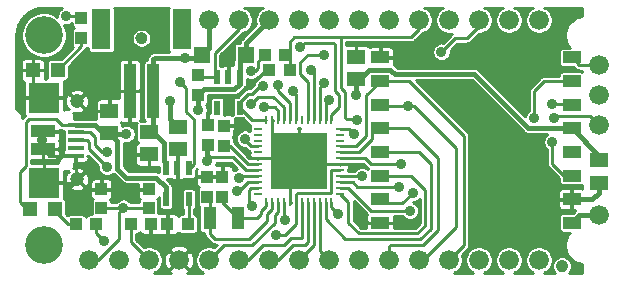
<source format=gbr>
G04 #@! TF.GenerationSoftware,KiCad,Pcbnew,5.0.2-bee76a0~70~ubuntu18.04.1*
G04 #@! TF.CreationDate,2018-12-27T22:39:35-06:00*
G04 #@! TF.ProjectId,Adafruit Feather M0 RFMxx,41646166-7275-4697-9420-466561746865,rev?*
G04 #@! TF.SameCoordinates,Original*
G04 #@! TF.FileFunction,Copper,L1,Top*
G04 #@! TF.FilePolarity,Positive*
%FSLAX46Y46*%
G04 Gerber Fmt 4.6, Leading zero omitted, Abs format (unit mm)*
G04 Created by KiCad (PCBNEW 5.0.2-bee76a0~70~ubuntu18.04.1) date Thu 27 Dec 2018 10:39:35 PM CST*
%MOMM*%
%LPD*%
G01*
G04 APERTURE LIST*
G04 #@! TA.AperFunction,SMDPad,CuDef*
%ADD10R,1.500000X1.240000*%
G04 #@! TD*
G04 #@! TA.AperFunction,SMDPad,CuDef*
%ADD11R,1.000000X1.100000*%
G04 #@! TD*
G04 #@! TA.AperFunction,SMDPad,CuDef*
%ADD12R,1.200000X1.200000*%
G04 #@! TD*
G04 #@! TA.AperFunction,SMDPad,CuDef*
%ADD13R,1.100000X1.000000*%
G04 #@! TD*
G04 #@! TA.AperFunction,Conductor*
%ADD14C,0.100000*%
G04 #@! TD*
G04 #@! TA.AperFunction,SMDPad,CuDef*
%ADD15C,1.000000*%
G04 #@! TD*
G04 #@! TA.AperFunction,SMDPad,CuDef*
%ADD16R,1.000000X1.000000*%
G04 #@! TD*
G04 #@! TA.AperFunction,ComponentPad*
%ADD17C,3.200000*%
G04 #@! TD*
G04 #@! TA.AperFunction,SMDPad,CuDef*
%ADD18R,2.000000X1.000000*%
G04 #@! TD*
G04 #@! TA.AperFunction,SMDPad,CuDef*
%ADD19R,1.350000X0.400000*%
G04 #@! TD*
G04 #@! TA.AperFunction,ComponentPad*
%ADD20C,1.200000*%
G04 #@! TD*
G04 #@! TA.AperFunction,ComponentPad*
%ADD21R,2.500000X2.500000*%
G04 #@! TD*
G04 #@! TA.AperFunction,SMDPad,CuDef*
%ADD22R,0.550000X1.200000*%
G04 #@! TD*
G04 #@! TA.AperFunction,SMDPad,CuDef*
%ADD23R,1.400000X1.400000*%
G04 #@! TD*
G04 #@! TA.AperFunction,ComponentPad*
%ADD24C,1.676400*%
G04 #@! TD*
G04 #@! TA.AperFunction,SMDPad,CuDef*
%ADD25R,1.600000X3.400000*%
G04 #@! TD*
G04 #@! TA.AperFunction,SMDPad,CuDef*
%ADD26R,1.000000X4.600000*%
G04 #@! TD*
G04 #@! TA.AperFunction,SMDPad,CuDef*
%ADD27R,0.750000X0.250000*%
G04 #@! TD*
G04 #@! TA.AperFunction,SMDPad,CuDef*
%ADD28R,0.250000X0.750000*%
G04 #@! TD*
G04 #@! TA.AperFunction,SMDPad,CuDef*
%ADD29R,4.700000X4.700000*%
G04 #@! TD*
G04 #@! TA.AperFunction,SMDPad,CuDef*
%ADD30R,1.100000X1.900000*%
G04 #@! TD*
G04 #@! TA.AperFunction,SMDPad,CuDef*
%ADD31R,1.500000X1.000000*%
G04 #@! TD*
G04 #@! TA.AperFunction,ViaPad*
%ADD32C,0.906400*%
G04 #@! TD*
G04 #@! TA.AperFunction,Conductor*
%ADD33C,0.254000*%
G04 #@! TD*
G04 #@! TA.AperFunction,Conductor*
%ADD34C,0.406400*%
G04 #@! TD*
G04 APERTURE END LIST*
D10*
G04 #@! TO.P,C6,2*
G04 #@! TO.N,GND*
X131189100Y-102524600D03*
G04 #@! TO.P,C6,1*
G04 #@! TO.N,VBUS*
X131189100Y-104424600D03*
G04 #@! TD*
D11*
G04 #@! TO.P,C7,2*
G04 #@! TO.N,GND*
X139501100Y-103721600D03*
G04 #@! TO.P,C7,1*
G04 #@! TO.N,+3V3*
X139501100Y-105421600D03*
G04 #@! TD*
D10*
G04 #@! TO.P,C8,2*
G04 #@! TO.N,GND*
X136959100Y-105759600D03*
G04 #@! TO.P,C8,1*
G04 #@! TO.N,+3V3*
X136959100Y-103859600D03*
G04 #@! TD*
D12*
G04 #@! TO.P,L1,A*
G04 #@! TO.N,Net-(L1-PadA)*
X126796100Y-99074600D03*
G04 #@! TO.P,L1,C*
G04 #@! TO.N,GND*
X124696100Y-99074600D03*
G04 #@! TD*
D13*
G04 #@! TO.P,C14,2*
G04 #@! TO.N,GND*
X134669900Y-112089007D03*
G04 #@! TO.P,C14,1*
G04 #@! TO.N,/AREF*
X132969900Y-112089007D03*
G04 #@! TD*
D11*
G04 #@! TO.P,R7,2*
G04 #@! TO.N,Net-(L1-PadA)*
X128816100Y-96328600D03*
G04 #@! TO.P,R7,1*
G04 #@! TO.N,/D13*
X128816100Y-94628600D03*
G04 #@! TD*
D14*
G04 #@! TO.N,N/C*
G04 #@! TO.C,U$34*
G36*
X133945110Y-95870007D02*
X133993646Y-95877206D01*
X134041243Y-95889129D01*
X134087443Y-95905659D01*
X134131799Y-95926638D01*
X134173886Y-95951864D01*
X134213298Y-95981094D01*
X134249654Y-96014046D01*
X134282606Y-96050402D01*
X134311836Y-96089814D01*
X134337062Y-96131901D01*
X134358041Y-96176257D01*
X134374571Y-96222457D01*
X134386494Y-96270054D01*
X134393693Y-96318590D01*
X134396101Y-96367599D01*
X134396101Y-96367601D01*
X134393693Y-96416610D01*
X134386494Y-96465146D01*
X134374571Y-96512743D01*
X134358041Y-96558943D01*
X134337062Y-96603299D01*
X134311836Y-96645386D01*
X134282606Y-96684798D01*
X134249654Y-96721154D01*
X134213298Y-96754106D01*
X134173886Y-96783336D01*
X134131799Y-96808562D01*
X134087443Y-96829541D01*
X134041243Y-96846071D01*
X133993646Y-96857994D01*
X133945110Y-96865193D01*
X133896101Y-96867601D01*
X133896099Y-96867601D01*
X133847090Y-96865193D01*
X133798554Y-96857994D01*
X133750957Y-96846071D01*
X133704757Y-96829541D01*
X133660401Y-96808562D01*
X133618314Y-96783336D01*
X133578902Y-96754106D01*
X133542546Y-96721154D01*
X133509594Y-96684798D01*
X133480364Y-96645386D01*
X133455138Y-96603299D01*
X133434159Y-96558943D01*
X133417629Y-96512743D01*
X133405706Y-96465146D01*
X133398507Y-96416610D01*
X133396099Y-96367601D01*
X133396099Y-96367599D01*
X133398507Y-96318590D01*
X133405706Y-96270054D01*
X133417629Y-96222457D01*
X133434159Y-96176257D01*
X133455138Y-96131901D01*
X133480364Y-96089814D01*
X133509594Y-96050402D01*
X133542546Y-96014046D01*
X133578902Y-95981094D01*
X133618314Y-95951864D01*
X133660401Y-95926638D01*
X133704757Y-95905659D01*
X133750957Y-95889129D01*
X133798554Y-95877206D01*
X133847090Y-95870007D01*
X133896099Y-95867599D01*
X133896101Y-95867599D01*
X133945110Y-95870007D01*
X133945110Y-95870007D01*
G37*
D15*
G04 #@! TD*
G04 #@! TO.P,U$34,1*
G04 #@! TO.N,N/C*
X133896100Y-96367600D03*
D14*
G04 #@! TO.N,N/C*
G04 #@! TO.C,U$35*
G36*
X169552310Y-115167007D02*
X169600846Y-115174206D01*
X169648443Y-115186129D01*
X169694643Y-115202659D01*
X169738999Y-115223638D01*
X169781086Y-115248864D01*
X169820498Y-115278094D01*
X169856854Y-115311046D01*
X169889806Y-115347402D01*
X169919036Y-115386814D01*
X169944262Y-115428901D01*
X169965241Y-115473257D01*
X169981771Y-115519457D01*
X169993694Y-115567054D01*
X170000893Y-115615590D01*
X170003301Y-115664599D01*
X170003301Y-115664601D01*
X170000893Y-115713610D01*
X169993694Y-115762146D01*
X169981771Y-115809743D01*
X169965241Y-115855943D01*
X169944262Y-115900299D01*
X169919036Y-115942386D01*
X169889806Y-115981798D01*
X169856854Y-116018154D01*
X169820498Y-116051106D01*
X169781086Y-116080336D01*
X169738999Y-116105562D01*
X169694643Y-116126541D01*
X169648443Y-116143071D01*
X169600846Y-116154994D01*
X169552310Y-116162193D01*
X169503301Y-116164601D01*
X169503299Y-116164601D01*
X169454290Y-116162193D01*
X169405754Y-116154994D01*
X169358157Y-116143071D01*
X169311957Y-116126541D01*
X169267601Y-116105562D01*
X169225514Y-116080336D01*
X169186102Y-116051106D01*
X169149746Y-116018154D01*
X169116794Y-115981798D01*
X169087564Y-115942386D01*
X169062338Y-115900299D01*
X169041359Y-115855943D01*
X169024829Y-115809743D01*
X169012906Y-115762146D01*
X169005707Y-115713610D01*
X169003299Y-115664601D01*
X169003299Y-115664599D01*
X169005707Y-115615590D01*
X169012906Y-115567054D01*
X169024829Y-115519457D01*
X169041359Y-115473257D01*
X169062338Y-115428901D01*
X169087564Y-115386814D01*
X169116794Y-115347402D01*
X169149746Y-115311046D01*
X169186102Y-115278094D01*
X169225514Y-115248864D01*
X169267601Y-115223638D01*
X169311957Y-115202659D01*
X169358157Y-115186129D01*
X169405754Y-115174206D01*
X169454290Y-115167007D01*
X169503299Y-115164599D01*
X169503301Y-115164599D01*
X169552310Y-115167007D01*
X169552310Y-115167007D01*
G37*
D15*
G04 #@! TD*
G04 #@! TO.P,U$35,1*
G04 #@! TO.N,N/C*
X169503300Y-115664600D03*
D16*
G04 #@! TO.P,SW1,3*
G04 #@! TO.N,/~RESET*
X134499100Y-110756600D03*
G04 #@! TO.P,SW1,4*
G04 #@! TO.N,GND*
X134499100Y-109156600D03*
G04 #@! TO.P,SW1,2*
X130499100Y-109156600D03*
G04 #@! TO.P,SW1,1*
G04 #@! TO.N,/~RESET*
X130499100Y-110756600D03*
G04 #@! TD*
D17*
G04 #@! TO.P,U$31,P$1*
G04 #@! TO.N,N/C*
X125641100Y-96113600D03*
G04 #@! TD*
G04 #@! TO.P,U$32,P$1*
G04 #@! TO.N,N/C*
X125641100Y-113893600D03*
G04 #@! TD*
D18*
G04 #@! TO.P,X3,BASE@2*
G04 #@! TO.N,GND*
X125546100Y-105753600D03*
G04 #@! TO.P,X3,BASE@1*
X125546100Y-104253600D03*
D19*
G04 #@! TO.P,X3,GND*
X128321100Y-106303600D03*
G04 #@! TO.P,X3,ID*
G04 #@! TO.N,Net-(X3-PadID)*
X128321100Y-105653600D03*
G04 #@! TO.P,X3,D+*
G04 #@! TO.N,/D+*
X128321100Y-105003600D03*
G04 #@! TO.P,X3,D-*
G04 #@! TO.N,/D-*
X128321100Y-104353600D03*
G04 #@! TO.P,X3,VBUS*
G04 #@! TO.N,VBUS*
X128321100Y-103703600D03*
D20*
G04 #@! TO.P,X3,SPRT@2*
G04 #@! TO.N,GND*
X128446100Y-108303600D03*
G04 #@! TO.P,X3,SPRT@1*
X128446100Y-101703600D03*
D21*
G04 #@! TO.P,X3,SPRT@3*
X125646100Y-101403600D03*
G04 #@! TO.P,X3,SPRT@4*
X125646100Y-108603600D03*
G04 #@! TD*
D22*
G04 #@! TO.P,U2,5*
G04 #@! TO.N,+3V3*
X142212100Y-102239700D03*
G04 #@! TO.P,U2,4*
G04 #@! TO.N,Net-(U2-Pad4)*
X140312100Y-102239700D03*
G04 #@! TO.P,U2,3*
G04 #@! TO.N,/EN*
X140312100Y-99639500D03*
G04 #@! TO.P,U2,2*
G04 #@! TO.N,GND*
X141262100Y-99639500D03*
G04 #@! TO.P,U2,1*
G04 #@! TO.N,VBUS*
X142212100Y-99639500D03*
G04 #@! TD*
D23*
G04 #@! TO.P,D1,A*
G04 #@! TO.N,VBAT*
X139031100Y-97764600D03*
G04 #@! TO.P,D1,C*
G04 #@! TO.N,VBUS*
X142731100Y-97764600D03*
G04 #@! TD*
D24*
G04 #@! TO.P,JP1,16*
G04 #@! TO.N,/~RESET*
X129451100Y-115163600D03*
G04 #@! TO.P,JP1,15*
G04 #@! TO.N,+3V3*
X131991100Y-115163600D03*
G04 #@! TO.P,JP1,14*
G04 #@! TO.N,/AREF*
X134531100Y-115163600D03*
G04 #@! TO.P,JP1,13*
G04 #@! TO.N,GND*
X137071100Y-115163600D03*
G04 #@! TO.P,JP1,12*
G04 #@! TO.N,/A0*
X139611100Y-115163600D03*
G04 #@! TO.P,JP1,11*
G04 #@! TO.N,/A1*
X142151100Y-115163600D03*
G04 #@! TO.P,JP1,10*
G04 #@! TO.N,/A2*
X144691100Y-115163600D03*
G04 #@! TO.P,JP1,9*
G04 #@! TO.N,/A3*
X147231100Y-115163600D03*
G04 #@! TO.P,JP1,8*
G04 #@! TO.N,/A4*
X149771100Y-115163600D03*
G04 #@! TO.P,JP1,7*
G04 #@! TO.N,/A5*
X152311100Y-115163600D03*
G04 #@! TO.P,JP1,6*
G04 #@! TO.N,/SCK*
X154851100Y-115163600D03*
G04 #@! TO.P,JP1,5*
G04 #@! TO.N,/MOSI*
X157391100Y-115163600D03*
G04 #@! TO.P,JP1,4*
G04 #@! TO.N,/MISO*
X159931100Y-115163600D03*
G04 #@! TO.P,JP1,3*
G04 #@! TO.N,/D0*
X162471100Y-115163600D03*
G04 #@! TO.P,JP1,2*
G04 #@! TO.N,/D1*
X165011100Y-115163600D03*
G04 #@! TO.P,JP1,1*
G04 #@! TO.N,/DIO1*
X167551100Y-115163600D03*
G04 #@! TD*
D25*
G04 #@! TO.P,X1,NC2*
G04 #@! TO.N,N/C*
X137296100Y-95629600D03*
G04 #@! TO.P,X1,NC1*
X130496100Y-95629600D03*
D26*
G04 #@! TO.P,X1,2*
G04 #@! TO.N,VBAT*
X134896100Y-100829600D03*
G04 #@! TO.P,X1,1*
G04 #@! TO.N,GND*
X132896100Y-100829600D03*
G04 #@! TD*
D24*
G04 #@! TO.P,JP3,12*
G04 #@! TO.N,/SDA*
X167551100Y-94843600D03*
G04 #@! TO.P,JP3,11*
G04 #@! TO.N,/SCL*
X165011100Y-94843600D03*
G04 #@! TO.P,JP3,10*
G04 #@! TO.N,/D5*
X162471100Y-94843600D03*
G04 #@! TO.P,JP3,9*
G04 #@! TO.N,/D6*
X159931100Y-94843600D03*
G04 #@! TO.P,JP3,8*
G04 #@! TO.N,/D9*
X157391100Y-94843600D03*
G04 #@! TO.P,JP3,7*
G04 #@! TO.N,/D10*
X154851100Y-94843600D03*
G04 #@! TO.P,JP3,6*
G04 #@! TO.N,/D11*
X152311100Y-94843600D03*
G04 #@! TO.P,JP3,5*
G04 #@! TO.N,/D12*
X149771100Y-94843600D03*
G04 #@! TO.P,JP3,4*
G04 #@! TO.N,/D13*
X147231100Y-94843600D03*
G04 #@! TO.P,JP3,3*
G04 #@! TO.N,VBUS*
X144691100Y-94843600D03*
G04 #@! TO.P,JP3,2*
G04 #@! TO.N,/EN*
X142151100Y-94843600D03*
G04 #@! TO.P,JP3,1*
G04 #@! TO.N,VBAT*
X139611100Y-94843600D03*
G04 #@! TD*
D22*
G04 #@! TO.P,U3,5*
G04 #@! TO.N,Net-(R8-Pad1)*
X137894100Y-109986700D03*
G04 #@! TO.P,U3,4*
G04 #@! TO.N,VBUS*
X135994100Y-109986700D03*
G04 #@! TO.P,U3,3*
G04 #@! TO.N,VBAT*
X135994100Y-107386500D03*
G04 #@! TO.P,U3,2*
G04 #@! TO.N,GND*
X136944100Y-107386500D03*
G04 #@! TO.P,U3,1*
G04 #@! TO.N,Net-(R2-Pad2)*
X137894100Y-107386500D03*
G04 #@! TD*
D12*
G04 #@! TO.P,CHG1,A*
G04 #@! TO.N,VBUS*
X124464100Y-110845600D03*
G04 #@! TO.P,CHG1,C*
G04 #@! TO.N,Net-(CHG1-PadC)*
X126564100Y-110845600D03*
G04 #@! TD*
D13*
G04 #@! TO.P,R2,2*
G04 #@! TO.N,Net-(R2-Pad2)*
X130047100Y-112115600D03*
G04 #@! TO.P,R2,1*
G04 #@! TO.N,Net-(CHG1-PadC)*
X128347100Y-112115600D03*
G04 #@! TD*
D10*
G04 #@! TO.P,C3,2*
G04 #@! TO.N,GND*
X134531100Y-106207600D03*
G04 #@! TO.P,C3,1*
G04 #@! TO.N,VBAT*
X134531100Y-104307600D03*
G04 #@! TD*
D13*
G04 #@! TO.P,R8,2*
G04 #@! TO.N,GND*
X136094100Y-112115600D03*
G04 #@! TO.P,R8,1*
G04 #@! TO.N,Net-(R8-Pad1)*
X137794100Y-112115600D03*
G04 #@! TD*
G04 #@! TO.P,R3,2*
G04 #@! TO.N,/D9*
X146049100Y-97764600D03*
G04 #@! TO.P,R3,1*
G04 #@! TO.N,VBAT*
X144349100Y-97764600D03*
G04 #@! TD*
G04 #@! TO.P,R6,2*
G04 #@! TO.N,GND*
X144730100Y-99034600D03*
G04 #@! TO.P,R6,1*
G04 #@! TO.N,/D9*
X146430100Y-99034600D03*
G04 #@! TD*
D27*
G04 #@! TO.P,U$4,48*
G04 #@! TO.N,Net-(U$4-Pad48)*
X143756100Y-109531600D03*
D28*
G04 #@! TO.P,U$4,36*
G04 #@! TO.N,+3V3*
X144481100Y-103306600D03*
D27*
G04 #@! TO.P,U$4,24*
G04 #@! TO.N,/D5*
X150706100Y-104031600D03*
D28*
G04 #@! TO.P,U$4,12*
G04 #@! TO.N,/D9*
X149981100Y-110256600D03*
D29*
G04 #@! TO.P,U$4,THERMAL*
G04 #@! TO.N,GND*
X147231100Y-106781600D03*
D27*
G04 #@! TO.P,U$4,47*
G04 #@! TO.N,/A5*
X143756100Y-109031600D03*
G04 #@! TO.P,U$4,46*
G04 #@! TO.N,/SWDIO*
X143756100Y-108531600D03*
G04 #@! TO.P,U$4,45*
G04 #@! TO.N,/SWCLK*
X143756100Y-108031600D03*
G04 #@! TO.P,U$4,44*
G04 #@! TO.N,+3V3*
X143756100Y-107531600D03*
G04 #@! TO.P,U$4,43*
G04 #@! TO.N,Net-(C1-Pad1)*
X143756100Y-107031600D03*
G04 #@! TO.P,U$4,42*
G04 #@! TO.N,GND*
X143756100Y-106531600D03*
G04 #@! TO.P,U$4,41*
G04 #@! TO.N,Net-(U$4-Pad41)*
X143756100Y-106031600D03*
G04 #@! TO.P,U$4,40*
G04 #@! TO.N,/~RESET*
X143756100Y-105531600D03*
G04 #@! TO.P,U$4,39*
G04 #@! TO.N,Net-(U$4-Pad39)*
X143756100Y-105031600D03*
G04 #@! TO.P,U$4,38*
G04 #@! TO.N,Net-(U$4-Pad38)*
X143756100Y-104531600D03*
G04 #@! TO.P,U$4,37*
G04 #@! TO.N,Net-(U$4-Pad37)*
X143756100Y-104031600D03*
D28*
G04 #@! TO.P,U$4,35*
G04 #@! TO.N,GND*
X144981100Y-103306600D03*
G04 #@! TO.P,U$4,34*
G04 #@! TO.N,/D+*
X145481100Y-103306600D03*
G04 #@! TO.P,U$4,33*
G04 #@! TO.N,/D-*
X145981100Y-103306600D03*
G04 #@! TO.P,U$4,32*
G04 #@! TO.N,/SCL*
X146481100Y-103306600D03*
G04 #@! TO.P,U$4,31*
G04 #@! TO.N,/SDA*
X146981100Y-103306600D03*
G04 #@! TO.P,U$4,30*
G04 #@! TO.N,/D7*
X147481100Y-103306600D03*
G04 #@! TO.P,U$4,29*
G04 #@! TO.N,/D6*
X147981100Y-103306600D03*
G04 #@! TO.P,U$4,28*
G04 #@! TO.N,/D12*
X148481100Y-103306600D03*
G04 #@! TO.P,U$4,27*
G04 #@! TO.N,/D10*
X148981100Y-103306600D03*
G04 #@! TO.P,U$4,26*
G04 #@! TO.N,/D13*
X149481100Y-103306600D03*
G04 #@! TO.P,U$4,25*
G04 #@! TO.N,/D11*
X149981100Y-103306600D03*
D27*
G04 #@! TO.P,U$4,23*
G04 #@! TO.N,/D2*
X150706100Y-104531600D03*
G04 #@! TO.P,U$4,22*
G04 #@! TO.N,Net-(U$4-Pad22)*
X150706100Y-105031600D03*
G04 #@! TO.P,U$4,21*
G04 #@! TO.N,/MISO*
X150706100Y-105531600D03*
G04 #@! TO.P,U$4,20*
G04 #@! TO.N,/SCK*
X150706100Y-106031600D03*
G04 #@! TO.P,U$4,19*
G04 #@! TO.N,/MOSI*
X150706100Y-106531600D03*
G04 #@! TO.P,U$4,18*
G04 #@! TO.N,GND*
X150706100Y-107031600D03*
G04 #@! TO.P,U$4,17*
G04 #@! TO.N,+3V3*
X150706100Y-107531600D03*
G04 #@! TO.P,U$4,16*
G04 #@! TO.N,/D0*
X150706100Y-108031600D03*
G04 #@! TO.P,U$4,15*
G04 #@! TO.N,/D1*
X150706100Y-108531600D03*
G04 #@! TO.P,U$4,14*
G04 #@! TO.N,/D3_IRQ*
X150706100Y-109031600D03*
G04 #@! TO.P,U$4,13*
G04 #@! TO.N,/D4_RST*
X150706100Y-109531600D03*
D28*
G04 #@! TO.P,U$4,11*
G04 #@! TO.N,/D8_CS*
X149481100Y-110256600D03*
G04 #@! TO.P,U$4,10*
G04 #@! TO.N,/A4*
X148981100Y-110256600D03*
G04 #@! TO.P,U$4,9*
G04 #@! TO.N,/A3*
X148481100Y-110256600D03*
G04 #@! TO.P,U$4,8*
G04 #@! TO.N,/A2*
X147981100Y-110256600D03*
G04 #@! TO.P,U$4,7*
G04 #@! TO.N,/A1*
X147481100Y-110256600D03*
G04 #@! TO.P,U$4,6*
G04 #@! TO.N,+3V3*
X146981100Y-110256600D03*
G04 #@! TO.P,U$4,5*
G04 #@! TO.N,GND*
X146481100Y-110256600D03*
G04 #@! TO.P,U$4,4*
G04 #@! TO.N,/AREF*
X145981100Y-110256600D03*
G04 #@! TO.P,U$4,3*
G04 #@! TO.N,/A0*
X145481100Y-110256600D03*
G04 #@! TO.P,U$4,2*
G04 #@! TO.N,Net-(C4-Pad1)*
X144981100Y-110256600D03*
G04 #@! TO.P,U$4,1*
G04 #@! TO.N,Net-(C2-Pad1)*
X144481100Y-110256600D03*
G04 #@! TD*
D11*
G04 #@! TO.P,C1,2*
G04 #@! TO.N,GND*
X140881100Y-103772600D03*
G04 #@! TO.P,C1,1*
G04 #@! TO.N,Net-(C1-Pad1)*
X140881100Y-105472600D03*
G04 #@! TD*
G04 #@! TO.P,C2,2*
G04 #@! TO.N,GND*
X140754100Y-108090600D03*
G04 #@! TO.P,C2,1*
G04 #@! TO.N,Net-(C2-Pad1)*
X140754100Y-109790600D03*
G04 #@! TD*
G04 #@! TO.P,C4,2*
G04 #@! TO.N,GND*
X139484100Y-108090600D03*
G04 #@! TO.P,C4,1*
G04 #@! TO.N,Net-(C4-Pad1)*
X139484100Y-109790600D03*
G04 #@! TD*
D30*
G04 #@! TO.P,X2,P$2*
G04 #@! TO.N,Net-(C4-Pad1)*
X139681100Y-111607600D03*
G04 #@! TO.P,X2,P$1*
G04 #@! TO.N,Net-(C2-Pad1)*
X142081100Y-111607600D03*
G04 #@! TD*
D10*
G04 #@! TO.P,C5,2*
G04 #@! TO.N,GND*
X152057100Y-97957600D03*
G04 #@! TO.P,C5,1*
G04 #@! TO.N,+3V3*
X152057100Y-99857600D03*
G04 #@! TD*
D11*
G04 #@! TO.P,R1,2*
G04 #@! TO.N,/EN*
X138722100Y-99454600D03*
G04 #@! TO.P,R1,1*
G04 #@! TO.N,VBUS*
X138722100Y-101154600D03*
G04 #@! TD*
D10*
G04 #@! TO.P,C9,2*
G04 #@! TO.N,GND*
X172631100Y-108620600D03*
G04 #@! TO.P,C9,1*
G04 #@! TO.N,+3V3*
X172631100Y-106720600D03*
G04 #@! TD*
D24*
G04 #@! TO.P,JP2,1*
G04 #@! TO.N,Net-(JP2-Pad1)*
X172631100Y-111353600D03*
G04 #@! TD*
D31*
G04 #@! TO.P,U4,16P*
G04 #@! TO.N,GND*
X154117100Y-112003600D03*
G04 #@! TO.P,U4,15P*
G04 #@! TO.N,/DIO5*
X154117100Y-110003600D03*
G04 #@! TO.P,U4,14P*
G04 #@! TO.N,/D4_RST*
X154117100Y-108003600D03*
G04 #@! TO.P,U4,13P*
G04 #@! TO.N,/D8_CS*
X154117100Y-106003600D03*
G04 #@! TO.P,U4,12P*
G04 #@! TO.N,/SCK*
X154117100Y-104003600D03*
G04 #@! TO.P,U4,11P*
G04 #@! TO.N,/MOSI*
X154117100Y-102003600D03*
G04 #@! TO.P,U4,10P*
G04 #@! TO.N,/MISO*
X154117100Y-100003600D03*
G04 #@! TO.P,U4,9P*
G04 #@! TO.N,GND*
X154117100Y-98003600D03*
G04 #@! TO.P,U4,8P*
G04 #@! TO.N,/DIO2*
X170317100Y-98003600D03*
G04 #@! TO.P,U4,7P*
G04 #@! TO.N,/DIO1*
X170317100Y-100003600D03*
G04 #@! TO.P,U4,6P*
G04 #@! TO.N,/D3_IRQ*
X170317100Y-102003600D03*
G04 #@! TO.P,U4,5P*
G04 #@! TO.N,+3V3*
X170317100Y-104003600D03*
G04 #@! TO.P,U4,4P*
G04 #@! TO.N,Net-(U4-Pad4P)*
X170317100Y-106003600D03*
G04 #@! TO.P,U4,3P*
G04 #@! TO.N,/DIO3*
X170317100Y-108003600D03*
G04 #@! TO.P,U4,2P*
G04 #@! TO.N,GND*
X170317100Y-110003600D03*
G04 #@! TO.P,U4,1P*
G04 #@! TO.N,Net-(JP2-Pad1)*
X170317100Y-112003600D03*
G04 #@! TD*
D24*
G04 #@! TO.P,JP5,3*
G04 #@! TO.N,/DIO2*
X172631100Y-98653600D03*
G04 #@! TO.P,JP5,2*
G04 #@! TO.N,/DIO3*
X172631100Y-101193600D03*
G04 #@! TO.P,JP5,1*
G04 #@! TO.N,/DIO5*
X172631100Y-103733600D03*
G04 #@! TD*
D32*
G04 #@! TO.N,GND*
X125514100Y-105003600D03*
X132753100Y-105892600D03*
X132118100Y-97510600D03*
X136944100Y-110845600D03*
X132372100Y-109194600D03*
X142151100Y-103733600D03*
X141262100Y-98018600D03*
X145453100Y-106781600D03*
X147231100Y-105003600D03*
X149009100Y-106908600D03*
X146469100Y-108559600D03*
X131483100Y-100812600D03*
X152565100Y-111607600D03*
X155867100Y-98526600D03*
X168694100Y-108432600D03*
X166281100Y-108940600D03*
X168567100Y-114020600D03*
X166281100Y-112496600D03*
X165519100Y-104241600D03*
X163106100Y-102082600D03*
X161836100Y-103860600D03*
X162217100Y-111480600D03*
X162217100Y-107289600D03*
X165900100Y-100304600D03*
X168313100Y-98653600D03*
X169202100Y-96240600D03*
X160820100Y-98272600D03*
X164630100Y-97764600D03*
X160820100Y-100431600D03*
X158788100Y-100812600D03*
X160566100Y-102336600D03*
X164249100Y-111607600D03*
X164249100Y-108686600D03*
X162090100Y-109448600D03*
X166154100Y-106527600D03*
X166154100Y-110972600D03*
X163995100Y-105511600D03*
G04 #@! TO.N,+3V3*
X136309100Y-101701600D03*
X145326100Y-113004600D03*
X139484100Y-106781600D03*
X152057100Y-101193600D03*
X144183100Y-100431600D03*
G04 #@! TO.N,VBUS*
X132626100Y-104495600D03*
X138722100Y-102463600D03*
G04 #@! TO.N,VBAT*
X137565318Y-98033382D03*
X143167100Y-99161600D03*
G04 #@! TO.N,/AREF*
X146088100Y-111734600D03*
G04 #@! TO.N,/D13*
X127546100Y-94462600D03*
X149771100Y-101574600D03*
G04 #@! TO.N,/~RESET*
X132372100Y-110718600D03*
X142659100Y-104876600D03*
G04 #@! TO.N,/D+*
X130975100Y-107289600D03*
X144310100Y-102209600D03*
G04 #@! TO.N,/D-*
X130975100Y-106019600D03*
X143167100Y-101955600D03*
G04 #@! TO.N,/A5*
X143294100Y-110591600D03*
G04 #@! TO.N,/MOSI*
X155867100Y-107035600D03*
X156502100Y-102082600D03*
G04 #@! TO.N,/D0*
X152565100Y-108051600D03*
G04 #@! TO.N,/D1*
X155740100Y-108940600D03*
G04 #@! TO.N,/DIO1*
X167170100Y-103098600D03*
G04 #@! TO.N,/SDA*
X146723100Y-100812600D03*
G04 #@! TO.N,/SCL*
X145453100Y-100304600D03*
G04 #@! TO.N,/D5*
X151930100Y-104495600D03*
X159296100Y-97510600D03*
G04 #@! TO.N,/D6*
X149390100Y-97764600D03*
G04 #@! TO.N,/D9*
X150533100Y-111226600D03*
X152120600Y-103289100D03*
G04 #@! TO.N,/D10*
X149390100Y-100177600D03*
G04 #@! TO.N,/D11*
X147358100Y-97129600D03*
G04 #@! TO.N,/D12*
X148247100Y-99034600D03*
G04 #@! TO.N,Net-(R2-Pad2)*
X137198100Y-100050600D03*
X130721100Y-113512600D03*
G04 #@! TO.N,/SWDIO*
X142024100Y-109321600D03*
G04 #@! TO.N,/SWCLK*
X142151100Y-108178600D03*
G04 #@! TO.N,/D3_IRQ*
X156629100Y-110972600D03*
X168694100Y-101955600D03*
G04 #@! TO.N,/DIO5*
X156883100Y-109448600D03*
X168821100Y-103098600D03*
G04 #@! TO.N,/DIO3*
X168694100Y-105130600D03*
G04 #@! TD*
D33*
G04 #@! TO.N,GND*
X124696100Y-99074600D02*
X124696100Y-101403600D01*
X124696100Y-101403600D02*
X125646100Y-101403600D01*
X128321100Y-106303600D02*
X126096100Y-106303600D01*
X126096100Y-106303600D02*
X125546100Y-105753600D01*
X128321100Y-106303600D02*
X128321100Y-108178600D01*
X128321100Y-108178600D02*
X128446100Y-108303600D01*
X125646100Y-108603600D02*
X128146100Y-108603600D01*
X128146100Y-108603600D02*
X128446100Y-108303600D01*
X130499100Y-109156600D02*
X134499100Y-109156600D01*
X137071100Y-105759600D02*
X136959100Y-105759600D01*
X134499100Y-109156600D02*
X134620100Y-109156600D01*
X144981100Y-103306600D02*
X144981100Y-104531600D01*
X144981100Y-104531600D02*
X147231100Y-106781600D01*
X143756100Y-106531600D02*
X146981100Y-106531600D01*
X146981100Y-106531600D02*
X147231100Y-106781600D01*
X146481100Y-110256600D02*
X146481100Y-107531600D01*
X146481100Y-107531600D02*
X147231100Y-106781600D01*
X150706100Y-107031600D02*
X147481100Y-107031600D01*
X147481100Y-107031600D02*
X147231100Y-106781600D01*
X140754100Y-108090600D02*
X139484100Y-108090600D01*
X150706100Y-107031600D02*
X151291100Y-107031600D01*
X151291100Y-107031600D02*
X151295100Y-107035600D01*
X141262100Y-99639500D02*
X141262100Y-98399600D01*
X144730100Y-99034600D02*
X144437100Y-99034600D01*
X144437100Y-99034600D02*
X143167100Y-100304600D01*
X143167100Y-100304600D02*
X143040100Y-100304600D01*
X146481100Y-107531600D02*
X146469100Y-107543600D01*
X146469100Y-107543600D02*
X146469100Y-108559600D01*
X143756100Y-106531600D02*
X143171100Y-106531600D01*
X143171100Y-106531600D02*
X141770100Y-105130600D01*
X141770100Y-105130600D02*
X141770100Y-104114600D01*
X141770100Y-104114600D02*
X142151100Y-103733600D01*
D34*
X170317100Y-110003600D02*
X172076100Y-110003600D01*
X172076100Y-110003600D02*
X172631100Y-109448600D01*
X172631100Y-109448600D02*
X172631100Y-108620600D01*
X172885100Y-108366600D02*
X172631100Y-108620600D01*
D33*
G04 #@! TO.N,+3V3*
X143756100Y-107531600D02*
X142728500Y-107531600D01*
X146981100Y-110256600D02*
X146981100Y-112111600D01*
X146981100Y-112111600D02*
X146088100Y-113004600D01*
X146088100Y-113004600D02*
X145326100Y-113004600D01*
X139501100Y-106398500D02*
X139501100Y-105421600D01*
X150706100Y-107531600D02*
X149974300Y-107531600D01*
X149974300Y-107531600D02*
X149974300Y-109499400D01*
X149974300Y-109499400D02*
X147104100Y-109499400D01*
X146981100Y-110256600D02*
X146981100Y-109622400D01*
X146981100Y-109622400D02*
X147104100Y-109499400D01*
D34*
X152057100Y-101193600D02*
X152057100Y-99857600D01*
X136309100Y-101701600D02*
X136309100Y-103209600D01*
X136309100Y-103209600D02*
X136959100Y-103859600D01*
D33*
X144481100Y-103306600D02*
X143279000Y-103306600D01*
X143279000Y-103306600D02*
X142212100Y-102239700D01*
X142212100Y-102239700D02*
X142212100Y-101767600D01*
X142212100Y-101767600D02*
X142913100Y-101066600D01*
X142913100Y-101066600D02*
X143294100Y-101066600D01*
X143294100Y-101066600D02*
X143929100Y-100431600D01*
X143929100Y-100431600D02*
X144183100Y-100431600D01*
D34*
X139484100Y-105438600D02*
X139484100Y-106781600D01*
D33*
X142728500Y-107531600D02*
X141661000Y-106464100D01*
X141661000Y-106464100D02*
X139674600Y-106464100D01*
X139674600Y-106464100D02*
X139501100Y-106290600D01*
X139501100Y-106290600D02*
X139501100Y-105421600D01*
D34*
X139484100Y-105438600D02*
X139501100Y-105421600D01*
X152057100Y-99857600D02*
X152377100Y-99857600D01*
X152377100Y-99857600D02*
X153200100Y-99034600D01*
X153200100Y-99034600D02*
X154978100Y-99034600D01*
X154978100Y-99034600D02*
X155359100Y-99415600D01*
X155359100Y-99415600D02*
X162090100Y-99415600D01*
X162090100Y-99415600D02*
X166662100Y-103987600D01*
X166662100Y-103987600D02*
X170301100Y-103987600D01*
X170301100Y-103987600D02*
X170317100Y-104003600D01*
X172631100Y-106720600D02*
X172631100Y-106317600D01*
X172631100Y-106317600D02*
X170317100Y-104003600D01*
G04 #@! TO.N,VBUS*
X128321100Y-103703600D02*
X129929100Y-103703600D01*
D33*
X124464100Y-110845600D02*
X124244100Y-110845600D01*
X124244100Y-110845600D02*
X123609100Y-110210600D01*
X124371100Y-103225600D02*
X126657100Y-103225600D01*
X126657100Y-103225600D02*
X127165100Y-103733600D01*
X127165100Y-103733600D02*
X128291100Y-103733600D01*
X128291100Y-103733600D02*
X128321100Y-103703600D01*
X123609100Y-110210600D02*
X123609100Y-107670600D01*
X123609100Y-107670600D02*
X124117100Y-107162600D01*
X124117100Y-107162600D02*
X124117100Y-103479600D01*
X124117100Y-103479600D02*
X124371100Y-103225600D01*
D34*
X142731100Y-97764600D02*
X142731100Y-96803600D01*
X142731100Y-96803600D02*
X144691100Y-94843600D01*
X131864100Y-107416600D02*
X132626100Y-108178600D01*
X132626100Y-108178600D02*
X135166100Y-108178600D01*
X135166100Y-108178600D02*
X135994100Y-109006600D01*
X138722100Y-101154600D02*
X138722100Y-102463600D01*
X142731100Y-97764600D02*
X142212100Y-98283600D01*
X142212100Y-98283600D02*
X142212100Y-99639500D01*
X138722100Y-101154600D02*
X139191100Y-100685600D01*
X139191100Y-100685600D02*
X141770100Y-100685600D01*
X141770100Y-100685600D02*
X142212100Y-100243600D01*
X142212100Y-100243600D02*
X142212100Y-99639500D01*
X135994100Y-109006600D02*
X135994100Y-109986700D01*
X129929100Y-103703600D02*
X130650100Y-104424600D01*
D33*
X130650100Y-104424600D02*
X131189100Y-104424600D01*
X131189100Y-104424600D02*
X131260100Y-104495600D01*
D34*
X131260100Y-104495600D02*
X132626100Y-104495600D01*
X131864100Y-107416600D02*
X131864100Y-105099600D01*
X131864100Y-105099600D02*
X131189100Y-104424600D01*
D33*
G04 #@! TO.N,VBAT*
X134896100Y-100829600D02*
X134912100Y-100813600D01*
D34*
X134912100Y-100813600D02*
X134912100Y-98145600D01*
X139611100Y-94843600D02*
X139611100Y-97184600D01*
X139611100Y-97184600D02*
X139031100Y-97764600D01*
D33*
X143802100Y-98907600D02*
X143802100Y-98311600D01*
X143802100Y-98311600D02*
X144349100Y-97764600D01*
D34*
X134896100Y-100829600D02*
X134896100Y-103942600D01*
D33*
X134896100Y-103942600D02*
X134531100Y-104307600D01*
D34*
X135801100Y-105257600D02*
X134851100Y-104307600D01*
X134851100Y-104307600D02*
X134531100Y-104307600D01*
X134912100Y-98145600D02*
X135024318Y-98033382D01*
X135024318Y-98033382D02*
X137565318Y-98033382D01*
X139031100Y-97764600D02*
X138762318Y-98033382D01*
X138762318Y-98033382D02*
X137565318Y-98033382D01*
D33*
X143802100Y-98907600D02*
X143548100Y-99161600D01*
X143548100Y-99161600D02*
X143167100Y-99161600D01*
D34*
X135801100Y-105257600D02*
X135801100Y-106781600D01*
X135801100Y-106781600D02*
X135994100Y-106974600D01*
X135994100Y-106974600D02*
X135994100Y-107386500D01*
D33*
G04 #@! TO.N,/AREF*
X132969900Y-113602400D02*
X134531100Y-115163600D01*
X132969900Y-113602400D02*
X132969900Y-112089007D01*
X145981100Y-110256600D02*
X145981100Y-111627600D01*
X145981100Y-111627600D02*
X146088100Y-111734600D01*
G04 #@! TO.N,/D13*
X149481100Y-103306600D02*
X149481100Y-101864600D01*
X149481100Y-101864600D02*
X149771100Y-101574600D01*
X128816100Y-94628600D02*
X128650100Y-94462600D01*
X128650100Y-94462600D02*
X127546100Y-94462600D01*
G04 #@! TO.N,/~RESET*
X129451100Y-115163600D02*
X129578100Y-115163600D01*
X131991100Y-113385600D02*
X131991100Y-111099600D01*
X143756100Y-105531600D02*
X143187100Y-105531600D01*
X143187100Y-105531600D02*
X142659100Y-105003600D01*
X142659100Y-105003600D02*
X142659100Y-104876600D01*
X130213100Y-115163600D02*
X129451100Y-115163600D01*
X131991100Y-113385600D02*
X130213100Y-115163600D01*
X130499100Y-110756600D02*
X130537100Y-110718600D01*
X130537100Y-110718600D02*
X132372100Y-110718600D01*
X134499100Y-110756600D02*
X134461100Y-110718600D01*
X134461100Y-110718600D02*
X132372100Y-110718600D01*
X131991100Y-111099600D02*
X132372100Y-110718600D01*
G04 #@! TO.N,/D+*
X128321100Y-105003600D02*
X129324100Y-105003600D01*
X129324100Y-105003600D02*
X129451100Y-105130600D01*
X129451100Y-105130600D02*
X129451100Y-105765600D01*
X129451100Y-105765600D02*
X130975100Y-107289600D01*
X144310100Y-102209600D02*
X145199100Y-102209600D01*
X145199100Y-102209600D02*
X145481100Y-102491600D01*
X145481100Y-102491600D02*
X145481100Y-103306600D01*
G04 #@! TO.N,/D-*
X128321100Y-104353600D02*
X129563100Y-104353600D01*
X129563100Y-104353600D02*
X129959100Y-104749600D01*
X129959100Y-104749600D02*
X129959100Y-105384600D01*
X129959100Y-105384600D02*
X130594100Y-106019600D01*
X130594100Y-106019600D02*
X130975100Y-106019600D01*
X143167100Y-101955600D02*
X143802100Y-101320600D01*
X143802100Y-101320600D02*
X145072100Y-101320600D01*
X145072100Y-101320600D02*
X145981100Y-102229600D01*
X145981100Y-102229600D02*
X145981100Y-103306600D01*
G04 #@! TO.N,/EN*
X140312100Y-99639500D02*
X140119100Y-99446500D01*
X140119100Y-99446500D02*
X140119100Y-97637600D01*
X140119100Y-97637600D02*
X142151100Y-95605600D01*
X142151100Y-95605600D02*
X142151100Y-94843600D01*
X138722100Y-99454600D02*
X138907000Y-99639500D01*
X138907000Y-99639500D02*
X140312100Y-99639500D01*
G04 #@! TO.N,/A0*
X145481100Y-110256600D02*
X145481100Y-111071600D01*
X145199100Y-111988600D02*
X143294100Y-113893600D01*
X143294100Y-113893600D02*
X140881100Y-113893600D01*
X140881100Y-113893600D02*
X139611100Y-115163600D01*
X145481100Y-111071600D02*
X145199100Y-111353600D01*
X145199100Y-111353600D02*
X145199100Y-111988600D01*
G04 #@! TO.N,/A1*
X147481100Y-110256600D02*
X147481100Y-112119600D01*
X145961100Y-113893600D02*
X144183100Y-113893600D01*
X144183100Y-113893600D02*
X142913100Y-115163600D01*
X142913100Y-115163600D02*
X142151100Y-115163600D01*
X147481100Y-112119600D02*
X147485100Y-112123600D01*
X147485100Y-112123600D02*
X147485100Y-113258600D01*
X147485100Y-113258600D02*
X146596100Y-113258600D01*
X146596100Y-113258600D02*
X145961100Y-113893600D01*
G04 #@! TO.N,/A2*
X147981100Y-110256600D02*
X147981100Y-113651600D01*
X144945100Y-115163600D02*
X144691100Y-115163600D01*
X147981100Y-113651600D02*
X147739100Y-113893600D01*
X147739100Y-113893600D02*
X146723100Y-113893600D01*
X146723100Y-113893600D02*
X145453100Y-115163600D01*
X145453100Y-115163600D02*
X144691100Y-115163600D01*
G04 #@! TO.N,/A3*
X148481100Y-110256600D02*
X148481100Y-113913600D01*
X148481100Y-113913600D02*
X147231100Y-115163600D01*
G04 #@! TO.N,/A4*
X148981100Y-110256600D02*
X148981100Y-114373600D01*
X148981100Y-114373600D02*
X149771100Y-115163600D01*
G04 #@! TO.N,/A5*
X143756100Y-109031600D02*
X143203100Y-109031600D01*
X143203100Y-109031600D02*
X143040100Y-109194600D01*
X143040100Y-109194600D02*
X143040100Y-110337600D01*
X143040100Y-110337600D02*
X143294100Y-110591600D01*
G04 #@! TO.N,/SCK*
X152311100Y-106019600D02*
X150718100Y-106019600D01*
X150718100Y-106019600D02*
X150706100Y-106031600D01*
X152311100Y-106019600D02*
X153454100Y-104876600D01*
X153454100Y-104876600D02*
X153454100Y-104241600D01*
X153454100Y-104241600D02*
X153692100Y-104003600D01*
X153692100Y-104003600D02*
X154117100Y-104003600D01*
X154851100Y-115163600D02*
X154851100Y-114020600D01*
X154851100Y-114020600D02*
X154978100Y-113893600D01*
X154978100Y-113893600D02*
X157772100Y-113893600D01*
X157772100Y-113893600D02*
X159042100Y-112623600D01*
X159042100Y-112623600D02*
X159042100Y-106527600D01*
X159042100Y-106527600D02*
X156502100Y-103987600D01*
X156502100Y-103987600D02*
X154133100Y-103987600D01*
X154133100Y-103987600D02*
X154117100Y-104003600D01*
G04 #@! TO.N,/MOSI*
X150706100Y-106531600D02*
X152823100Y-106531600D01*
X152823100Y-106531600D02*
X153327100Y-107035600D01*
X153327100Y-107035600D02*
X155867100Y-107035600D01*
X156502100Y-102082600D02*
X156423100Y-102003600D01*
X157391100Y-115163600D02*
X157772100Y-115163600D01*
X157772100Y-115163600D02*
X160566100Y-112369600D01*
X160566100Y-112369600D02*
X160566100Y-105638600D01*
X160566100Y-105638600D02*
X157010100Y-102082600D01*
X157010100Y-102082600D02*
X156502100Y-102082600D01*
X154117100Y-102003600D02*
X154196100Y-102082600D01*
X154196100Y-102082600D02*
X156502100Y-102082600D01*
G04 #@! TO.N,/MISO*
X150706100Y-105531600D02*
X152037100Y-105531600D01*
X152037100Y-105531600D02*
X152946100Y-104622600D01*
X152946100Y-104622600D02*
X152946100Y-101193600D01*
X152946100Y-101193600D02*
X154136100Y-100003600D01*
X154136100Y-100003600D02*
X154117100Y-100003600D01*
X154117100Y-100003600D02*
X156582100Y-100003600D01*
X156582100Y-100003600D02*
X161201100Y-104622600D01*
X161201100Y-104622600D02*
X161201100Y-113893600D01*
X161201100Y-113893600D02*
X159931100Y-115163600D01*
G04 #@! TO.N,/D0*
X150706100Y-108031600D02*
X152585100Y-108031600D01*
X152585100Y-108031600D02*
X152565100Y-108051600D01*
G04 #@! TO.N,/D1*
X150706100Y-108531600D02*
X151775100Y-108531600D01*
X151775100Y-108531600D02*
X152184100Y-108940600D01*
X152184100Y-108940600D02*
X155740100Y-108940600D01*
G04 #@! TO.N,/DIO1*
X170317100Y-100003600D02*
X167979100Y-100003600D01*
X167979100Y-100003600D02*
X167170100Y-100812600D01*
X167170100Y-100812600D02*
X167170100Y-103098600D01*
G04 #@! TO.N,/SDA*
X146981100Y-103306600D02*
X146981100Y-101070600D01*
X146981100Y-101070600D02*
X146723100Y-100812600D01*
G04 #@! TO.N,/SCL*
X146481100Y-103306600D02*
X146481100Y-101840600D01*
X146481100Y-101840600D02*
X145453100Y-100812600D01*
X145453100Y-100812600D02*
X145453100Y-100304600D01*
X145453100Y-100431600D02*
X145453100Y-100304600D01*
G04 #@! TO.N,/D5*
X150706100Y-104031600D02*
X151466100Y-104031600D01*
X151466100Y-104031600D02*
X151930100Y-104495600D01*
X159296100Y-97510600D02*
X160439100Y-96367600D01*
X160439100Y-96367600D02*
X161455100Y-96367600D01*
X161455100Y-96367600D02*
X162471100Y-95351600D01*
X162471100Y-95351600D02*
X162471100Y-94843600D01*
G04 #@! TO.N,/D6*
X147981100Y-103306600D02*
X147981100Y-100038600D01*
X147981100Y-100038600D02*
X147358100Y-99415600D01*
X147358100Y-99415600D02*
X147358100Y-98399600D01*
X147358100Y-98399600D02*
X147993100Y-97764600D01*
X147993100Y-97764600D02*
X149390100Y-97764600D01*
G04 #@! TO.N,/D9*
X157391100Y-95605600D02*
X157391100Y-94843600D01*
X150787100Y-96240600D02*
X150787100Y-100558600D01*
X150787100Y-100558600D02*
X151168100Y-100939600D01*
X151168100Y-100939600D02*
X151168100Y-103098600D01*
X151168100Y-103098600D02*
X151295100Y-103225600D01*
X151295100Y-103225600D02*
X152057100Y-103225600D01*
X152057100Y-103225600D02*
X152120600Y-103289100D01*
X146049100Y-97764600D02*
X146430100Y-97764600D01*
X146430100Y-97764600D02*
X146430100Y-99034600D01*
X146430100Y-97764600D02*
X146430100Y-96660600D01*
X146430100Y-96660600D02*
X146850100Y-96240600D01*
X146850100Y-96240600D02*
X150787100Y-96240600D01*
X150787100Y-96240600D02*
X156756100Y-96240600D01*
X156756100Y-96240600D02*
X157391100Y-95605600D01*
X150533100Y-111226600D02*
X149981100Y-110674600D01*
X149981100Y-110674600D02*
X149981100Y-110256600D01*
G04 #@! TO.N,/D10*
X148981100Y-103306600D02*
X148981100Y-100586600D01*
X148981100Y-100586600D02*
X149390100Y-100177600D01*
G04 #@! TO.N,/D11*
X149981100Y-103306600D02*
X149981100Y-102888600D01*
X149981100Y-102888600D02*
X150660100Y-102209600D01*
X150660100Y-102209600D02*
X150660100Y-101193600D01*
X150279100Y-100812600D02*
X150660100Y-101193600D01*
X150279100Y-100812600D02*
X150279100Y-96875600D01*
X150279100Y-96875600D02*
X150152100Y-96748600D01*
X150152100Y-96748600D02*
X147739100Y-96748600D01*
X147739100Y-96748600D02*
X147358100Y-97129600D01*
G04 #@! TO.N,/D12*
X148481100Y-103306600D02*
X148481100Y-99268600D01*
X148481100Y-99268600D02*
X148247100Y-99034600D01*
G04 #@! TO.N,Net-(R8-Pad1)*
X137894100Y-109986700D02*
X137894100Y-112015600D01*
X137894100Y-112015600D02*
X137794100Y-112115600D01*
G04 #@! TO.N,Net-(R2-Pad2)*
X137894100Y-107386500D02*
X137990200Y-107386500D01*
X137990200Y-107386500D02*
X138341100Y-107035600D01*
X138341100Y-107035600D02*
X138341100Y-103225600D01*
X138341100Y-103225600D02*
X137706100Y-102590600D01*
X130047100Y-112115600D02*
X130047100Y-112838600D01*
X130047100Y-112838600D02*
X130721100Y-113512600D01*
X137706100Y-102590600D02*
X137706100Y-100558600D01*
X137706100Y-100558600D02*
X137198100Y-100050600D01*
G04 #@! TO.N,/SWDIO*
X143756100Y-108531600D02*
X142941100Y-108531600D01*
X142941100Y-108531600D02*
X142151100Y-109321600D01*
X142151100Y-109321600D02*
X142024100Y-109321600D01*
G04 #@! TO.N,/SWCLK*
X143756100Y-108031600D02*
X142298100Y-108031600D01*
X142298100Y-108031600D02*
X142151100Y-108178600D01*
G04 #@! TO.N,Net-(C1-Pad1)*
X143756100Y-107031600D02*
X142913100Y-107031600D01*
X142913100Y-107031600D02*
X141354100Y-105472600D01*
X141354100Y-105472600D02*
X140881100Y-105472600D01*
G04 #@! TO.N,/D3_IRQ*
X150706100Y-109031600D02*
X151386100Y-109031600D01*
X151386100Y-109031600D02*
X153327100Y-110972600D01*
X153327100Y-110972600D02*
X156629100Y-110972600D01*
X170317100Y-102003600D02*
X170269100Y-101955600D01*
X170269100Y-101955600D02*
X168694100Y-101955600D01*
G04 #@! TO.N,/D4_RST*
X150706100Y-109531600D02*
X151422100Y-110247600D01*
X151422100Y-110247600D02*
X151422100Y-111988600D01*
X151422100Y-111988600D02*
X152311100Y-112877600D01*
X152311100Y-112877600D02*
X157264100Y-112877600D01*
X157264100Y-112877600D02*
X157899100Y-112242600D01*
X157899100Y-112242600D02*
X157899100Y-109194600D01*
X157899100Y-109194600D02*
X156708100Y-108003600D01*
X156708100Y-108003600D02*
X154117100Y-108003600D01*
G04 #@! TO.N,/D8_CS*
X157375100Y-106003600D02*
X154117100Y-106003600D01*
X151168100Y-113385600D02*
X157518100Y-113385600D01*
X157518100Y-113385600D02*
X158407100Y-112496600D01*
X158407100Y-112496600D02*
X158407100Y-107035600D01*
X158407100Y-107035600D02*
X157375100Y-106003600D01*
X151168100Y-113385600D02*
X149481100Y-111698600D01*
X149481100Y-111698600D02*
X149481100Y-110256600D01*
G04 #@! TO.N,Net-(C4-Pad1)*
X140119100Y-113385600D02*
X143040100Y-113385600D01*
X143040100Y-113385600D02*
X144564100Y-111861600D01*
X144981100Y-110809600D02*
X144981100Y-110256600D01*
X139484100Y-109790600D02*
X139681100Y-109987600D01*
X139681100Y-109987600D02*
X139681100Y-111607600D01*
X140119100Y-113385600D02*
X139681100Y-112947600D01*
X139681100Y-112947600D02*
X139681100Y-111607600D01*
X144981100Y-110809600D02*
X144564100Y-111226600D01*
X144564100Y-111226600D02*
X144564100Y-111861600D01*
G04 #@! TO.N,Net-(C2-Pad1)*
X144481100Y-110256600D02*
X144481100Y-110547600D01*
X144481100Y-110547600D02*
X144056100Y-110972600D01*
X144056100Y-110972600D02*
X144056100Y-111226600D01*
X144056100Y-111226600D02*
X143675100Y-111607600D01*
X143675100Y-111607600D02*
X142081100Y-111607600D01*
X140754100Y-109790600D02*
X140754100Y-110280600D01*
X140754100Y-110280600D02*
X142081100Y-111607600D01*
D34*
G04 #@! TO.N,Net-(JP2-Pad1)*
X170317100Y-112003600D02*
X170967100Y-111353600D01*
X170967100Y-111353600D02*
X172631100Y-111353600D01*
D33*
G04 #@! TO.N,/DIO5*
X154117100Y-110003600D02*
X154451100Y-110337600D01*
X154451100Y-110337600D02*
X155994100Y-110337600D01*
X155994100Y-110337600D02*
X156883100Y-109448600D01*
X172631100Y-103733600D02*
X171869100Y-102971600D01*
X171869100Y-102971600D02*
X168821100Y-102971600D01*
X168821100Y-103098600D02*
X168821100Y-102971600D01*
G04 #@! TO.N,/DIO2*
X170317100Y-98003600D02*
X170967100Y-98653600D01*
X170967100Y-98653600D02*
X172631100Y-98653600D01*
G04 #@! TO.N,/DIO3*
X168694100Y-105130600D02*
X168694100Y-107035600D01*
X168694100Y-107035600D02*
X169710100Y-108051600D01*
X169710100Y-108051600D02*
X170269100Y-108051600D01*
X170269100Y-108051600D02*
X170317100Y-108003600D01*
G04 #@! TO.N,Net-(L1-PadA)*
X126796100Y-99074600D02*
X128816100Y-97054600D01*
X128816100Y-97054600D02*
X128816100Y-96328600D01*
G04 #@! TO.N,Net-(CHG1-PadC)*
X126564100Y-110845600D02*
X126564100Y-111006600D01*
X126564100Y-111006600D02*
X127673100Y-112115600D01*
X127673100Y-112115600D02*
X128347100Y-112115600D01*
G04 #@! TD*
G04 #@! TO.N,GND*
G36*
X166268775Y-104344091D02*
X166285378Y-104364322D01*
X166366112Y-104430578D01*
X166458220Y-104479811D01*
X166558163Y-104510128D01*
X166636057Y-104517800D01*
X166636059Y-104517800D01*
X166662099Y-104520365D01*
X166688139Y-104517800D01*
X168206898Y-104517800D01*
X168196752Y-104524579D01*
X168088079Y-104633252D01*
X168002696Y-104761037D01*
X167943883Y-104903024D01*
X167913900Y-105053757D01*
X167913900Y-105207443D01*
X167943883Y-105358176D01*
X168002696Y-105500163D01*
X168088079Y-105627948D01*
X168196752Y-105736621D01*
X168240100Y-105765585D01*
X168240101Y-107013302D01*
X168237905Y-107035600D01*
X168246670Y-107124599D01*
X168272630Y-107210178D01*
X168273989Y-107212720D01*
X168314788Y-107289049D01*
X168341051Y-107321050D01*
X168357079Y-107340580D01*
X168371522Y-107358179D01*
X168388838Y-107372390D01*
X169238518Y-108222071D01*
X169238518Y-108503600D01*
X169244832Y-108567703D01*
X169263530Y-108629343D01*
X169293894Y-108686150D01*
X169334757Y-108735943D01*
X169384550Y-108776806D01*
X169441357Y-108807170D01*
X169502997Y-108825868D01*
X169567100Y-108832182D01*
X171067100Y-108832182D01*
X171131203Y-108825868D01*
X171192843Y-108807170D01*
X171234100Y-108785118D01*
X171234100Y-109106263D01*
X171192818Y-109089163D01*
X171109550Y-109072600D01*
X170449850Y-109072600D01*
X170342100Y-109180350D01*
X170342100Y-109978600D01*
X170362100Y-109978600D01*
X170362100Y-110028600D01*
X170342100Y-110028600D01*
X170342100Y-110826850D01*
X170449850Y-110934600D01*
X170641894Y-110934600D01*
X170590378Y-110976878D01*
X170573775Y-110997109D01*
X170395866Y-111175018D01*
X169567100Y-111175018D01*
X169502997Y-111181332D01*
X169441357Y-111200030D01*
X169384550Y-111230394D01*
X169334757Y-111271257D01*
X169293894Y-111321050D01*
X169263530Y-111377857D01*
X169244832Y-111439497D01*
X169238518Y-111503600D01*
X169238518Y-112503600D01*
X169244832Y-112567703D01*
X169263530Y-112629343D01*
X169293894Y-112686150D01*
X169334757Y-112735943D01*
X169384550Y-112776806D01*
X169441357Y-112807170D01*
X169502997Y-112825868D01*
X169567100Y-112832182D01*
X170164019Y-112832182D01*
X170120629Y-112875572D01*
X169945857Y-113137137D01*
X169825472Y-113427772D01*
X169764100Y-113736309D01*
X169764100Y-114050891D01*
X169825472Y-114359428D01*
X169945857Y-114650063D01*
X170120629Y-114911628D01*
X170343072Y-115134071D01*
X170604637Y-115308843D01*
X170895272Y-115429228D01*
X171203809Y-115490600D01*
X171234100Y-115490600D01*
X171234100Y-116231599D01*
X170104706Y-116231599D01*
X170192242Y-116124936D01*
X170268811Y-115981686D01*
X170315962Y-115826249D01*
X170331883Y-115664601D01*
X170331883Y-115664599D01*
X170315962Y-115502951D01*
X170268811Y-115347514D01*
X170192242Y-115204264D01*
X170089197Y-115078703D01*
X169963636Y-114975658D01*
X169820386Y-114899089D01*
X169664949Y-114851938D01*
X169503301Y-114836017D01*
X169503299Y-114836017D01*
X169341651Y-114851938D01*
X169186214Y-114899089D01*
X169042964Y-114975658D01*
X168917403Y-115078703D01*
X168814358Y-115204264D01*
X168737789Y-115347514D01*
X168690638Y-115502951D01*
X168674717Y-115664599D01*
X168674717Y-115664601D01*
X168690638Y-115826249D01*
X168737789Y-115981686D01*
X168814358Y-116124936D01*
X168901894Y-116231599D01*
X168017537Y-116231599D01*
X168103029Y-116196187D01*
X168293872Y-116068670D01*
X168456170Y-115906372D01*
X168583687Y-115715529D01*
X168671522Y-115503476D01*
X168716300Y-115278362D01*
X168716300Y-115048838D01*
X168671522Y-114823724D01*
X168583687Y-114611671D01*
X168456170Y-114420828D01*
X168293872Y-114258530D01*
X168103029Y-114131013D01*
X167890976Y-114043178D01*
X167665862Y-113998400D01*
X167436338Y-113998400D01*
X167211224Y-114043178D01*
X166999171Y-114131013D01*
X166808328Y-114258530D01*
X166646030Y-114420828D01*
X166518513Y-114611671D01*
X166430678Y-114823724D01*
X166385900Y-115048838D01*
X166385900Y-115278362D01*
X166430678Y-115503476D01*
X166518513Y-115715529D01*
X166646030Y-115906372D01*
X166808328Y-116068670D01*
X166999171Y-116196187D01*
X167084663Y-116231599D01*
X165477537Y-116231599D01*
X165563029Y-116196187D01*
X165753872Y-116068670D01*
X165916170Y-115906372D01*
X166043687Y-115715529D01*
X166131522Y-115503476D01*
X166176300Y-115278362D01*
X166176300Y-115048838D01*
X166131522Y-114823724D01*
X166043687Y-114611671D01*
X165916170Y-114420828D01*
X165753872Y-114258530D01*
X165563029Y-114131013D01*
X165350976Y-114043178D01*
X165125862Y-113998400D01*
X164896338Y-113998400D01*
X164671224Y-114043178D01*
X164459171Y-114131013D01*
X164268328Y-114258530D01*
X164106030Y-114420828D01*
X163978513Y-114611671D01*
X163890678Y-114823724D01*
X163845900Y-115048838D01*
X163845900Y-115278362D01*
X163890678Y-115503476D01*
X163978513Y-115715529D01*
X164106030Y-115906372D01*
X164268328Y-116068670D01*
X164459171Y-116196187D01*
X164544663Y-116231599D01*
X162937537Y-116231599D01*
X163023029Y-116196187D01*
X163213872Y-116068670D01*
X163376170Y-115906372D01*
X163503687Y-115715529D01*
X163591522Y-115503476D01*
X163636300Y-115278362D01*
X163636300Y-115048838D01*
X163591522Y-114823724D01*
X163503687Y-114611671D01*
X163376170Y-114420828D01*
X163213872Y-114258530D01*
X163023029Y-114131013D01*
X162810976Y-114043178D01*
X162585862Y-113998400D01*
X162356338Y-113998400D01*
X162131224Y-114043178D01*
X161919171Y-114131013D01*
X161728328Y-114258530D01*
X161566030Y-114420828D01*
X161438513Y-114611671D01*
X161350678Y-114823724D01*
X161305900Y-115048838D01*
X161305900Y-115278362D01*
X161350678Y-115503476D01*
X161438513Y-115715529D01*
X161566030Y-115906372D01*
X161728328Y-116068670D01*
X161919171Y-116196187D01*
X162004663Y-116231599D01*
X160397537Y-116231599D01*
X160483029Y-116196187D01*
X160673872Y-116068670D01*
X160836170Y-115906372D01*
X160963687Y-115715529D01*
X161051522Y-115503476D01*
X161096300Y-115278362D01*
X161096300Y-115048838D01*
X161051522Y-114823724D01*
X161010958Y-114725794D01*
X161506363Y-114230390D01*
X161523679Y-114216179D01*
X161580413Y-114147049D01*
X161622570Y-114068179D01*
X161644984Y-113994288D01*
X161648530Y-113982600D01*
X161651531Y-113952130D01*
X161655100Y-113915895D01*
X161655100Y-113915889D01*
X161657295Y-113893601D01*
X161655100Y-113871313D01*
X161655100Y-110136350D01*
X169136100Y-110136350D01*
X169136100Y-110546050D01*
X169152663Y-110629318D01*
X169185153Y-110707755D01*
X169232320Y-110778346D01*
X169292353Y-110838379D01*
X169362945Y-110885547D01*
X169441382Y-110918037D01*
X169524650Y-110934600D01*
X170184350Y-110934600D01*
X170292100Y-110826850D01*
X170292100Y-110028600D01*
X169243850Y-110028600D01*
X169136100Y-110136350D01*
X161655100Y-110136350D01*
X161655100Y-109461150D01*
X169136100Y-109461150D01*
X169136100Y-109870850D01*
X169243850Y-109978600D01*
X170292100Y-109978600D01*
X170292100Y-109180350D01*
X170184350Y-109072600D01*
X169524650Y-109072600D01*
X169441382Y-109089163D01*
X169362945Y-109121653D01*
X169292353Y-109168821D01*
X169232320Y-109228854D01*
X169185153Y-109299445D01*
X169152663Y-109377882D01*
X169136100Y-109461150D01*
X161655100Y-109461150D01*
X161655100Y-104644884D01*
X161657295Y-104622599D01*
X161655100Y-104600314D01*
X161655100Y-104600305D01*
X161648530Y-104533601D01*
X161622570Y-104448021D01*
X161580413Y-104369151D01*
X161546748Y-104328130D01*
X161537891Y-104317338D01*
X161537890Y-104317337D01*
X161523679Y-104300021D01*
X161506362Y-104285809D01*
X157166352Y-99945800D01*
X161870485Y-99945800D01*
X166268775Y-104344091D01*
X166268775Y-104344091D01*
G37*
X166268775Y-104344091D02*
X166285378Y-104364322D01*
X166366112Y-104430578D01*
X166458220Y-104479811D01*
X166558163Y-104510128D01*
X166636057Y-104517800D01*
X166636059Y-104517800D01*
X166662099Y-104520365D01*
X166688139Y-104517800D01*
X168206898Y-104517800D01*
X168196752Y-104524579D01*
X168088079Y-104633252D01*
X168002696Y-104761037D01*
X167943883Y-104903024D01*
X167913900Y-105053757D01*
X167913900Y-105207443D01*
X167943883Y-105358176D01*
X168002696Y-105500163D01*
X168088079Y-105627948D01*
X168196752Y-105736621D01*
X168240100Y-105765585D01*
X168240101Y-107013302D01*
X168237905Y-107035600D01*
X168246670Y-107124599D01*
X168272630Y-107210178D01*
X168273989Y-107212720D01*
X168314788Y-107289049D01*
X168341051Y-107321050D01*
X168357079Y-107340580D01*
X168371522Y-107358179D01*
X168388838Y-107372390D01*
X169238518Y-108222071D01*
X169238518Y-108503600D01*
X169244832Y-108567703D01*
X169263530Y-108629343D01*
X169293894Y-108686150D01*
X169334757Y-108735943D01*
X169384550Y-108776806D01*
X169441357Y-108807170D01*
X169502997Y-108825868D01*
X169567100Y-108832182D01*
X171067100Y-108832182D01*
X171131203Y-108825868D01*
X171192843Y-108807170D01*
X171234100Y-108785118D01*
X171234100Y-109106263D01*
X171192818Y-109089163D01*
X171109550Y-109072600D01*
X170449850Y-109072600D01*
X170342100Y-109180350D01*
X170342100Y-109978600D01*
X170362100Y-109978600D01*
X170362100Y-110028600D01*
X170342100Y-110028600D01*
X170342100Y-110826850D01*
X170449850Y-110934600D01*
X170641894Y-110934600D01*
X170590378Y-110976878D01*
X170573775Y-110997109D01*
X170395866Y-111175018D01*
X169567100Y-111175018D01*
X169502997Y-111181332D01*
X169441357Y-111200030D01*
X169384550Y-111230394D01*
X169334757Y-111271257D01*
X169293894Y-111321050D01*
X169263530Y-111377857D01*
X169244832Y-111439497D01*
X169238518Y-111503600D01*
X169238518Y-112503600D01*
X169244832Y-112567703D01*
X169263530Y-112629343D01*
X169293894Y-112686150D01*
X169334757Y-112735943D01*
X169384550Y-112776806D01*
X169441357Y-112807170D01*
X169502997Y-112825868D01*
X169567100Y-112832182D01*
X170164019Y-112832182D01*
X170120629Y-112875572D01*
X169945857Y-113137137D01*
X169825472Y-113427772D01*
X169764100Y-113736309D01*
X169764100Y-114050891D01*
X169825472Y-114359428D01*
X169945857Y-114650063D01*
X170120629Y-114911628D01*
X170343072Y-115134071D01*
X170604637Y-115308843D01*
X170895272Y-115429228D01*
X171203809Y-115490600D01*
X171234100Y-115490600D01*
X171234100Y-116231599D01*
X170104706Y-116231599D01*
X170192242Y-116124936D01*
X170268811Y-115981686D01*
X170315962Y-115826249D01*
X170331883Y-115664601D01*
X170331883Y-115664599D01*
X170315962Y-115502951D01*
X170268811Y-115347514D01*
X170192242Y-115204264D01*
X170089197Y-115078703D01*
X169963636Y-114975658D01*
X169820386Y-114899089D01*
X169664949Y-114851938D01*
X169503301Y-114836017D01*
X169503299Y-114836017D01*
X169341651Y-114851938D01*
X169186214Y-114899089D01*
X169042964Y-114975658D01*
X168917403Y-115078703D01*
X168814358Y-115204264D01*
X168737789Y-115347514D01*
X168690638Y-115502951D01*
X168674717Y-115664599D01*
X168674717Y-115664601D01*
X168690638Y-115826249D01*
X168737789Y-115981686D01*
X168814358Y-116124936D01*
X168901894Y-116231599D01*
X168017537Y-116231599D01*
X168103029Y-116196187D01*
X168293872Y-116068670D01*
X168456170Y-115906372D01*
X168583687Y-115715529D01*
X168671522Y-115503476D01*
X168716300Y-115278362D01*
X168716300Y-115048838D01*
X168671522Y-114823724D01*
X168583687Y-114611671D01*
X168456170Y-114420828D01*
X168293872Y-114258530D01*
X168103029Y-114131013D01*
X167890976Y-114043178D01*
X167665862Y-113998400D01*
X167436338Y-113998400D01*
X167211224Y-114043178D01*
X166999171Y-114131013D01*
X166808328Y-114258530D01*
X166646030Y-114420828D01*
X166518513Y-114611671D01*
X166430678Y-114823724D01*
X166385900Y-115048838D01*
X166385900Y-115278362D01*
X166430678Y-115503476D01*
X166518513Y-115715529D01*
X166646030Y-115906372D01*
X166808328Y-116068670D01*
X166999171Y-116196187D01*
X167084663Y-116231599D01*
X165477537Y-116231599D01*
X165563029Y-116196187D01*
X165753872Y-116068670D01*
X165916170Y-115906372D01*
X166043687Y-115715529D01*
X166131522Y-115503476D01*
X166176300Y-115278362D01*
X166176300Y-115048838D01*
X166131522Y-114823724D01*
X166043687Y-114611671D01*
X165916170Y-114420828D01*
X165753872Y-114258530D01*
X165563029Y-114131013D01*
X165350976Y-114043178D01*
X165125862Y-113998400D01*
X164896338Y-113998400D01*
X164671224Y-114043178D01*
X164459171Y-114131013D01*
X164268328Y-114258530D01*
X164106030Y-114420828D01*
X163978513Y-114611671D01*
X163890678Y-114823724D01*
X163845900Y-115048838D01*
X163845900Y-115278362D01*
X163890678Y-115503476D01*
X163978513Y-115715529D01*
X164106030Y-115906372D01*
X164268328Y-116068670D01*
X164459171Y-116196187D01*
X164544663Y-116231599D01*
X162937537Y-116231599D01*
X163023029Y-116196187D01*
X163213872Y-116068670D01*
X163376170Y-115906372D01*
X163503687Y-115715529D01*
X163591522Y-115503476D01*
X163636300Y-115278362D01*
X163636300Y-115048838D01*
X163591522Y-114823724D01*
X163503687Y-114611671D01*
X163376170Y-114420828D01*
X163213872Y-114258530D01*
X163023029Y-114131013D01*
X162810976Y-114043178D01*
X162585862Y-113998400D01*
X162356338Y-113998400D01*
X162131224Y-114043178D01*
X161919171Y-114131013D01*
X161728328Y-114258530D01*
X161566030Y-114420828D01*
X161438513Y-114611671D01*
X161350678Y-114823724D01*
X161305900Y-115048838D01*
X161305900Y-115278362D01*
X161350678Y-115503476D01*
X161438513Y-115715529D01*
X161566030Y-115906372D01*
X161728328Y-116068670D01*
X161919171Y-116196187D01*
X162004663Y-116231599D01*
X160397537Y-116231599D01*
X160483029Y-116196187D01*
X160673872Y-116068670D01*
X160836170Y-115906372D01*
X160963687Y-115715529D01*
X161051522Y-115503476D01*
X161096300Y-115278362D01*
X161096300Y-115048838D01*
X161051522Y-114823724D01*
X161010958Y-114725794D01*
X161506363Y-114230390D01*
X161523679Y-114216179D01*
X161580413Y-114147049D01*
X161622570Y-114068179D01*
X161644984Y-113994288D01*
X161648530Y-113982600D01*
X161651531Y-113952130D01*
X161655100Y-113915895D01*
X161655100Y-113915889D01*
X161657295Y-113893601D01*
X161655100Y-113871313D01*
X161655100Y-110136350D01*
X169136100Y-110136350D01*
X169136100Y-110546050D01*
X169152663Y-110629318D01*
X169185153Y-110707755D01*
X169232320Y-110778346D01*
X169292353Y-110838379D01*
X169362945Y-110885547D01*
X169441382Y-110918037D01*
X169524650Y-110934600D01*
X170184350Y-110934600D01*
X170292100Y-110826850D01*
X170292100Y-110028600D01*
X169243850Y-110028600D01*
X169136100Y-110136350D01*
X161655100Y-110136350D01*
X161655100Y-109461150D01*
X169136100Y-109461150D01*
X169136100Y-109870850D01*
X169243850Y-109978600D01*
X170292100Y-109978600D01*
X170292100Y-109180350D01*
X170184350Y-109072600D01*
X169524650Y-109072600D01*
X169441382Y-109089163D01*
X169362945Y-109121653D01*
X169292353Y-109168821D01*
X169232320Y-109228854D01*
X169185153Y-109299445D01*
X169152663Y-109377882D01*
X169136100Y-109461150D01*
X161655100Y-109461150D01*
X161655100Y-104644884D01*
X161657295Y-104622599D01*
X161655100Y-104600314D01*
X161655100Y-104600305D01*
X161648530Y-104533601D01*
X161622570Y-104448021D01*
X161580413Y-104369151D01*
X161546748Y-104328130D01*
X161537891Y-104317338D01*
X161537890Y-104317337D01*
X161523679Y-104300021D01*
X161506362Y-104285809D01*
X157166352Y-99945800D01*
X161870485Y-99945800D01*
X166268775Y-104344091D01*
G36*
X136984100Y-105734600D02*
X137004100Y-105734600D01*
X137004100Y-105784600D01*
X136984100Y-105784600D01*
X136984100Y-106448250D01*
X136969100Y-106463250D01*
X136969100Y-107361500D01*
X136989100Y-107361500D01*
X136989100Y-107411500D01*
X136969100Y-107411500D01*
X136969100Y-108309750D01*
X137076850Y-108417500D01*
X137261550Y-108417500D01*
X137344818Y-108400937D01*
X137423255Y-108368447D01*
X137493847Y-108321279D01*
X137517678Y-108297448D01*
X137554997Y-108308768D01*
X137619100Y-108315082D01*
X138169100Y-108315082D01*
X138233203Y-108308768D01*
X138294843Y-108290070D01*
X138351650Y-108259706D01*
X138401443Y-108218843D01*
X138442306Y-108169050D01*
X138472670Y-108112243D01*
X138491368Y-108050603D01*
X138497682Y-107986500D01*
X138497682Y-107521071D01*
X138561169Y-107457584D01*
X138553100Y-107498150D01*
X138553100Y-107957850D01*
X138660850Y-108065600D01*
X139459100Y-108065600D01*
X139459100Y-108045600D01*
X139509100Y-108045600D01*
X139509100Y-108065600D01*
X140729100Y-108065600D01*
X140729100Y-107217350D01*
X140621350Y-107109600D01*
X140211650Y-107109600D01*
X140191020Y-107113704D01*
X140234317Y-107009176D01*
X140252433Y-106918100D01*
X141472948Y-106918100D01*
X141973324Y-107418477D01*
X141923524Y-107428383D01*
X141781537Y-107487196D01*
X141685100Y-107551633D01*
X141685100Y-107498150D01*
X141668537Y-107414882D01*
X141636047Y-107336445D01*
X141588879Y-107265853D01*
X141528846Y-107205820D01*
X141458255Y-107158653D01*
X141379818Y-107126163D01*
X141296550Y-107109600D01*
X140886850Y-107109600D01*
X140779100Y-107217350D01*
X140779100Y-108065600D01*
X140799100Y-108065600D01*
X140799100Y-108115600D01*
X140779100Y-108115600D01*
X140779100Y-108135600D01*
X140729100Y-108135600D01*
X140729100Y-108115600D01*
X139509100Y-108115600D01*
X139509100Y-108135600D01*
X139459100Y-108135600D01*
X139459100Y-108115600D01*
X138660850Y-108115600D01*
X138553100Y-108223350D01*
X138553100Y-108683050D01*
X138569663Y-108766318D01*
X138602153Y-108844755D01*
X138649321Y-108915347D01*
X138709354Y-108975380D01*
X138754809Y-109005752D01*
X138751757Y-109008257D01*
X138710894Y-109058050D01*
X138680530Y-109114857D01*
X138661832Y-109176497D01*
X138655518Y-109240600D01*
X138655518Y-110340600D01*
X138661832Y-110404703D01*
X138680530Y-110466343D01*
X138710894Y-110523150D01*
X138751757Y-110572943D01*
X138801550Y-110613806D01*
X138806567Y-110616488D01*
X138802518Y-110657600D01*
X138802518Y-112557600D01*
X138808832Y-112621703D01*
X138827530Y-112683343D01*
X138857894Y-112740150D01*
X138898757Y-112789943D01*
X138948550Y-112830806D01*
X139005357Y-112861170D01*
X139066997Y-112879868D01*
X139131100Y-112886182D01*
X139227100Y-112886182D01*
X139227100Y-112925312D01*
X139224905Y-112947600D01*
X139227100Y-112969888D01*
X139227100Y-112969894D01*
X139230573Y-113005151D01*
X139233670Y-113036599D01*
X139246774Y-113079796D01*
X139259630Y-113122178D01*
X139301787Y-113201048D01*
X139358521Y-113270179D01*
X139375842Y-113284394D01*
X139782309Y-113690862D01*
X139796521Y-113708179D01*
X139865651Y-113764913D01*
X139944521Y-113807070D01*
X140030101Y-113833030D01*
X140096805Y-113839600D01*
X140096812Y-113839600D01*
X140119100Y-113841795D01*
X140141388Y-113839600D01*
X140293047Y-113839600D01*
X140048906Y-114083742D01*
X139950976Y-114043178D01*
X139725862Y-113998400D01*
X139496338Y-113998400D01*
X139271224Y-114043178D01*
X139059171Y-114131013D01*
X138868328Y-114258530D01*
X138706030Y-114420828D01*
X138578513Y-114611671D01*
X138490678Y-114823724D01*
X138445900Y-115048838D01*
X138445900Y-115278362D01*
X138490678Y-115503476D01*
X138578513Y-115715529D01*
X138706030Y-115906372D01*
X138868328Y-116068670D01*
X139059171Y-116196187D01*
X139144663Y-116231599D01*
X137767837Y-116231599D01*
X137800358Y-116209869D01*
X137878844Y-116006700D01*
X137071100Y-115198955D01*
X136263356Y-116006700D01*
X136341842Y-116209869D01*
X136380641Y-116231599D01*
X134997537Y-116231599D01*
X135083029Y-116196187D01*
X135273872Y-116068670D01*
X135436170Y-115906372D01*
X135563687Y-115715529D01*
X135651522Y-115503476D01*
X135696300Y-115278362D01*
X135696300Y-115138520D01*
X135796004Y-115138520D01*
X135815612Y-115387761D01*
X135883468Y-115628388D01*
X135996964Y-115851152D01*
X136024831Y-115892858D01*
X136228000Y-115971344D01*
X137035745Y-115163600D01*
X137106455Y-115163600D01*
X137914200Y-115971344D01*
X138117369Y-115892858D01*
X138239537Y-115674729D01*
X138316802Y-115436957D01*
X138346196Y-115188680D01*
X138326588Y-114939439D01*
X138258732Y-114698812D01*
X138145236Y-114476048D01*
X138117369Y-114434342D01*
X137914200Y-114355856D01*
X137106455Y-115163600D01*
X137035745Y-115163600D01*
X136228000Y-114355856D01*
X136024831Y-114434342D01*
X135902663Y-114652471D01*
X135825398Y-114890243D01*
X135796004Y-115138520D01*
X135696300Y-115138520D01*
X135696300Y-115048838D01*
X135651522Y-114823724D01*
X135563687Y-114611671D01*
X135436170Y-114420828D01*
X135335842Y-114320500D01*
X136263356Y-114320500D01*
X137071100Y-115128245D01*
X137878844Y-114320500D01*
X137800358Y-114117331D01*
X137582229Y-113995163D01*
X137344457Y-113917898D01*
X137096180Y-113888504D01*
X136846939Y-113908112D01*
X136606312Y-113975968D01*
X136383548Y-114089464D01*
X136341842Y-114117331D01*
X136263356Y-114320500D01*
X135335842Y-114320500D01*
X135273872Y-114258530D01*
X135083029Y-114131013D01*
X134870976Y-114043178D01*
X134645862Y-113998400D01*
X134416338Y-113998400D01*
X134191224Y-114043178D01*
X134093294Y-114083742D01*
X133423900Y-113414348D01*
X133423900Y-112917589D01*
X133519900Y-112917589D01*
X133584003Y-112911275D01*
X133645643Y-112892577D01*
X133702450Y-112862213D01*
X133752243Y-112821350D01*
X133754748Y-112818298D01*
X133785120Y-112863753D01*
X133845153Y-112923786D01*
X133915745Y-112970954D01*
X133994182Y-113003444D01*
X134077450Y-113020007D01*
X134537150Y-113020007D01*
X134644900Y-112912257D01*
X134644900Y-112114007D01*
X134624900Y-112114007D01*
X134624900Y-112064007D01*
X134644900Y-112064007D01*
X134644900Y-112044007D01*
X134694900Y-112044007D01*
X134694900Y-112064007D01*
X134714900Y-112064007D01*
X134714900Y-112114007D01*
X134694900Y-112114007D01*
X134694900Y-112912257D01*
X134802650Y-113020007D01*
X135262350Y-113020007D01*
X135345618Y-113003444D01*
X135349900Y-113001670D01*
X135418382Y-113030037D01*
X135501650Y-113046600D01*
X135961350Y-113046600D01*
X136069100Y-112938850D01*
X136069100Y-112140600D01*
X136049100Y-112140600D01*
X136049100Y-112090600D01*
X136069100Y-112090600D01*
X136069100Y-111292350D01*
X136119100Y-111292350D01*
X136119100Y-112090600D01*
X136139100Y-112090600D01*
X136139100Y-112140600D01*
X136119100Y-112140600D01*
X136119100Y-112938850D01*
X136226850Y-113046600D01*
X136686550Y-113046600D01*
X136769818Y-113030037D01*
X136848255Y-112997547D01*
X136918847Y-112950379D01*
X136978880Y-112890346D01*
X137009252Y-112844891D01*
X137011757Y-112847943D01*
X137061550Y-112888806D01*
X137118357Y-112919170D01*
X137179997Y-112937868D01*
X137244100Y-112944182D01*
X138344100Y-112944182D01*
X138408203Y-112937868D01*
X138469843Y-112919170D01*
X138526650Y-112888806D01*
X138576443Y-112847943D01*
X138617306Y-112798150D01*
X138647670Y-112741343D01*
X138666368Y-112679703D01*
X138672682Y-112615600D01*
X138672682Y-111615600D01*
X138666368Y-111551497D01*
X138647670Y-111489857D01*
X138617306Y-111433050D01*
X138576443Y-111383257D01*
X138526650Y-111342394D01*
X138469843Y-111312030D01*
X138408203Y-111293332D01*
X138348100Y-111287412D01*
X138348100Y-110861804D01*
X138351650Y-110859906D01*
X138401443Y-110819043D01*
X138442306Y-110769250D01*
X138472670Y-110712443D01*
X138491368Y-110650803D01*
X138497682Y-110586700D01*
X138497682Y-109386700D01*
X138491368Y-109322597D01*
X138472670Y-109260957D01*
X138442306Y-109204150D01*
X138401443Y-109154357D01*
X138351650Y-109113494D01*
X138294843Y-109083130D01*
X138233203Y-109064432D01*
X138169100Y-109058118D01*
X137619100Y-109058118D01*
X137554997Y-109064432D01*
X137493357Y-109083130D01*
X137436550Y-109113494D01*
X137386757Y-109154357D01*
X137345894Y-109204150D01*
X137315530Y-109260957D01*
X137296832Y-109322597D01*
X137290518Y-109386700D01*
X137290518Y-110586700D01*
X137296832Y-110650803D01*
X137315530Y-110712443D01*
X137345894Y-110769250D01*
X137386757Y-110819043D01*
X137436550Y-110859906D01*
X137440100Y-110861804D01*
X137440101Y-111287018D01*
X137244100Y-111287018D01*
X137179997Y-111293332D01*
X137118357Y-111312030D01*
X137061550Y-111342394D01*
X137011757Y-111383257D01*
X137009252Y-111386309D01*
X136978880Y-111340854D01*
X136918847Y-111280821D01*
X136848255Y-111233653D01*
X136769818Y-111201163D01*
X136686550Y-111184600D01*
X136226850Y-111184600D01*
X136119100Y-111292350D01*
X136069100Y-111292350D01*
X135961350Y-111184600D01*
X135501650Y-111184600D01*
X135418382Y-111201163D01*
X135414100Y-111202937D01*
X135345618Y-111174570D01*
X135327682Y-111171002D01*
X135327682Y-110256600D01*
X135321368Y-110192497D01*
X135302670Y-110130857D01*
X135272306Y-110074050D01*
X135231443Y-110024257D01*
X135228391Y-110021752D01*
X135273847Y-109991379D01*
X135333880Y-109931346D01*
X135381047Y-109860755D01*
X135390518Y-109837890D01*
X135390518Y-110586700D01*
X135396832Y-110650803D01*
X135415530Y-110712443D01*
X135445894Y-110769250D01*
X135486757Y-110819043D01*
X135536550Y-110859906D01*
X135593357Y-110890270D01*
X135654997Y-110908968D01*
X135719100Y-110915282D01*
X136269100Y-110915282D01*
X136333203Y-110908968D01*
X136394843Y-110890270D01*
X136451650Y-110859906D01*
X136501443Y-110819043D01*
X136542306Y-110769250D01*
X136572670Y-110712443D01*
X136591368Y-110650803D01*
X136597682Y-110586700D01*
X136597682Y-109386700D01*
X136591368Y-109322597D01*
X136572670Y-109260957D01*
X136542306Y-109204150D01*
X136524300Y-109182209D01*
X136524300Y-109032640D01*
X136526865Y-109006600D01*
X136524300Y-108980557D01*
X136516628Y-108902663D01*
X136486311Y-108802720D01*
X136437078Y-108710612D01*
X136370822Y-108629878D01*
X136350591Y-108613275D01*
X136052398Y-108315082D01*
X136269100Y-108315082D01*
X136333203Y-108308768D01*
X136370522Y-108297448D01*
X136394353Y-108321279D01*
X136464945Y-108368447D01*
X136543382Y-108400937D01*
X136626650Y-108417500D01*
X136811350Y-108417500D01*
X136919100Y-108309750D01*
X136919100Y-107411500D01*
X136899100Y-107411500D01*
X136899100Y-107361500D01*
X136919100Y-107361500D01*
X136919100Y-106717850D01*
X136934100Y-106702850D01*
X136934100Y-105784600D01*
X136914100Y-105784600D01*
X136914100Y-105734600D01*
X136934100Y-105734600D01*
X136934100Y-105714600D01*
X136984100Y-105714600D01*
X136984100Y-105734600D01*
X136984100Y-105734600D01*
G37*
X136984100Y-105734600D02*
X137004100Y-105734600D01*
X137004100Y-105784600D01*
X136984100Y-105784600D01*
X136984100Y-106448250D01*
X136969100Y-106463250D01*
X136969100Y-107361500D01*
X136989100Y-107361500D01*
X136989100Y-107411500D01*
X136969100Y-107411500D01*
X136969100Y-108309750D01*
X137076850Y-108417500D01*
X137261550Y-108417500D01*
X137344818Y-108400937D01*
X137423255Y-108368447D01*
X137493847Y-108321279D01*
X137517678Y-108297448D01*
X137554997Y-108308768D01*
X137619100Y-108315082D01*
X138169100Y-108315082D01*
X138233203Y-108308768D01*
X138294843Y-108290070D01*
X138351650Y-108259706D01*
X138401443Y-108218843D01*
X138442306Y-108169050D01*
X138472670Y-108112243D01*
X138491368Y-108050603D01*
X138497682Y-107986500D01*
X138497682Y-107521071D01*
X138561169Y-107457584D01*
X138553100Y-107498150D01*
X138553100Y-107957850D01*
X138660850Y-108065600D01*
X139459100Y-108065600D01*
X139459100Y-108045600D01*
X139509100Y-108045600D01*
X139509100Y-108065600D01*
X140729100Y-108065600D01*
X140729100Y-107217350D01*
X140621350Y-107109600D01*
X140211650Y-107109600D01*
X140191020Y-107113704D01*
X140234317Y-107009176D01*
X140252433Y-106918100D01*
X141472948Y-106918100D01*
X141973324Y-107418477D01*
X141923524Y-107428383D01*
X141781537Y-107487196D01*
X141685100Y-107551633D01*
X141685100Y-107498150D01*
X141668537Y-107414882D01*
X141636047Y-107336445D01*
X141588879Y-107265853D01*
X141528846Y-107205820D01*
X141458255Y-107158653D01*
X141379818Y-107126163D01*
X141296550Y-107109600D01*
X140886850Y-107109600D01*
X140779100Y-107217350D01*
X140779100Y-108065600D01*
X140799100Y-108065600D01*
X140799100Y-108115600D01*
X140779100Y-108115600D01*
X140779100Y-108135600D01*
X140729100Y-108135600D01*
X140729100Y-108115600D01*
X139509100Y-108115600D01*
X139509100Y-108135600D01*
X139459100Y-108135600D01*
X139459100Y-108115600D01*
X138660850Y-108115600D01*
X138553100Y-108223350D01*
X138553100Y-108683050D01*
X138569663Y-108766318D01*
X138602153Y-108844755D01*
X138649321Y-108915347D01*
X138709354Y-108975380D01*
X138754809Y-109005752D01*
X138751757Y-109008257D01*
X138710894Y-109058050D01*
X138680530Y-109114857D01*
X138661832Y-109176497D01*
X138655518Y-109240600D01*
X138655518Y-110340600D01*
X138661832Y-110404703D01*
X138680530Y-110466343D01*
X138710894Y-110523150D01*
X138751757Y-110572943D01*
X138801550Y-110613806D01*
X138806567Y-110616488D01*
X138802518Y-110657600D01*
X138802518Y-112557600D01*
X138808832Y-112621703D01*
X138827530Y-112683343D01*
X138857894Y-112740150D01*
X138898757Y-112789943D01*
X138948550Y-112830806D01*
X139005357Y-112861170D01*
X139066997Y-112879868D01*
X139131100Y-112886182D01*
X139227100Y-112886182D01*
X139227100Y-112925312D01*
X139224905Y-112947600D01*
X139227100Y-112969888D01*
X139227100Y-112969894D01*
X139230573Y-113005151D01*
X139233670Y-113036599D01*
X139246774Y-113079796D01*
X139259630Y-113122178D01*
X139301787Y-113201048D01*
X139358521Y-113270179D01*
X139375842Y-113284394D01*
X139782309Y-113690862D01*
X139796521Y-113708179D01*
X139865651Y-113764913D01*
X139944521Y-113807070D01*
X140030101Y-113833030D01*
X140096805Y-113839600D01*
X140096812Y-113839600D01*
X140119100Y-113841795D01*
X140141388Y-113839600D01*
X140293047Y-113839600D01*
X140048906Y-114083742D01*
X139950976Y-114043178D01*
X139725862Y-113998400D01*
X139496338Y-113998400D01*
X139271224Y-114043178D01*
X139059171Y-114131013D01*
X138868328Y-114258530D01*
X138706030Y-114420828D01*
X138578513Y-114611671D01*
X138490678Y-114823724D01*
X138445900Y-115048838D01*
X138445900Y-115278362D01*
X138490678Y-115503476D01*
X138578513Y-115715529D01*
X138706030Y-115906372D01*
X138868328Y-116068670D01*
X139059171Y-116196187D01*
X139144663Y-116231599D01*
X137767837Y-116231599D01*
X137800358Y-116209869D01*
X137878844Y-116006700D01*
X137071100Y-115198955D01*
X136263356Y-116006700D01*
X136341842Y-116209869D01*
X136380641Y-116231599D01*
X134997537Y-116231599D01*
X135083029Y-116196187D01*
X135273872Y-116068670D01*
X135436170Y-115906372D01*
X135563687Y-115715529D01*
X135651522Y-115503476D01*
X135696300Y-115278362D01*
X135696300Y-115138520D01*
X135796004Y-115138520D01*
X135815612Y-115387761D01*
X135883468Y-115628388D01*
X135996964Y-115851152D01*
X136024831Y-115892858D01*
X136228000Y-115971344D01*
X137035745Y-115163600D01*
X137106455Y-115163600D01*
X137914200Y-115971344D01*
X138117369Y-115892858D01*
X138239537Y-115674729D01*
X138316802Y-115436957D01*
X138346196Y-115188680D01*
X138326588Y-114939439D01*
X138258732Y-114698812D01*
X138145236Y-114476048D01*
X138117369Y-114434342D01*
X137914200Y-114355856D01*
X137106455Y-115163600D01*
X137035745Y-115163600D01*
X136228000Y-114355856D01*
X136024831Y-114434342D01*
X135902663Y-114652471D01*
X135825398Y-114890243D01*
X135796004Y-115138520D01*
X135696300Y-115138520D01*
X135696300Y-115048838D01*
X135651522Y-114823724D01*
X135563687Y-114611671D01*
X135436170Y-114420828D01*
X135335842Y-114320500D01*
X136263356Y-114320500D01*
X137071100Y-115128245D01*
X137878844Y-114320500D01*
X137800358Y-114117331D01*
X137582229Y-113995163D01*
X137344457Y-113917898D01*
X137096180Y-113888504D01*
X136846939Y-113908112D01*
X136606312Y-113975968D01*
X136383548Y-114089464D01*
X136341842Y-114117331D01*
X136263356Y-114320500D01*
X135335842Y-114320500D01*
X135273872Y-114258530D01*
X135083029Y-114131013D01*
X134870976Y-114043178D01*
X134645862Y-113998400D01*
X134416338Y-113998400D01*
X134191224Y-114043178D01*
X134093294Y-114083742D01*
X133423900Y-113414348D01*
X133423900Y-112917589D01*
X133519900Y-112917589D01*
X133584003Y-112911275D01*
X133645643Y-112892577D01*
X133702450Y-112862213D01*
X133752243Y-112821350D01*
X133754748Y-112818298D01*
X133785120Y-112863753D01*
X133845153Y-112923786D01*
X133915745Y-112970954D01*
X133994182Y-113003444D01*
X134077450Y-113020007D01*
X134537150Y-113020007D01*
X134644900Y-112912257D01*
X134644900Y-112114007D01*
X134624900Y-112114007D01*
X134624900Y-112064007D01*
X134644900Y-112064007D01*
X134644900Y-112044007D01*
X134694900Y-112044007D01*
X134694900Y-112064007D01*
X134714900Y-112064007D01*
X134714900Y-112114007D01*
X134694900Y-112114007D01*
X134694900Y-112912257D01*
X134802650Y-113020007D01*
X135262350Y-113020007D01*
X135345618Y-113003444D01*
X135349900Y-113001670D01*
X135418382Y-113030037D01*
X135501650Y-113046600D01*
X135961350Y-113046600D01*
X136069100Y-112938850D01*
X136069100Y-112140600D01*
X136049100Y-112140600D01*
X136049100Y-112090600D01*
X136069100Y-112090600D01*
X136069100Y-111292350D01*
X136119100Y-111292350D01*
X136119100Y-112090600D01*
X136139100Y-112090600D01*
X136139100Y-112140600D01*
X136119100Y-112140600D01*
X136119100Y-112938850D01*
X136226850Y-113046600D01*
X136686550Y-113046600D01*
X136769818Y-113030037D01*
X136848255Y-112997547D01*
X136918847Y-112950379D01*
X136978880Y-112890346D01*
X137009252Y-112844891D01*
X137011757Y-112847943D01*
X137061550Y-112888806D01*
X137118357Y-112919170D01*
X137179997Y-112937868D01*
X137244100Y-112944182D01*
X138344100Y-112944182D01*
X138408203Y-112937868D01*
X138469843Y-112919170D01*
X138526650Y-112888806D01*
X138576443Y-112847943D01*
X138617306Y-112798150D01*
X138647670Y-112741343D01*
X138666368Y-112679703D01*
X138672682Y-112615600D01*
X138672682Y-111615600D01*
X138666368Y-111551497D01*
X138647670Y-111489857D01*
X138617306Y-111433050D01*
X138576443Y-111383257D01*
X138526650Y-111342394D01*
X138469843Y-111312030D01*
X138408203Y-111293332D01*
X138348100Y-111287412D01*
X138348100Y-110861804D01*
X138351650Y-110859906D01*
X138401443Y-110819043D01*
X138442306Y-110769250D01*
X138472670Y-110712443D01*
X138491368Y-110650803D01*
X138497682Y-110586700D01*
X138497682Y-109386700D01*
X138491368Y-109322597D01*
X138472670Y-109260957D01*
X138442306Y-109204150D01*
X138401443Y-109154357D01*
X138351650Y-109113494D01*
X138294843Y-109083130D01*
X138233203Y-109064432D01*
X138169100Y-109058118D01*
X137619100Y-109058118D01*
X137554997Y-109064432D01*
X137493357Y-109083130D01*
X137436550Y-109113494D01*
X137386757Y-109154357D01*
X137345894Y-109204150D01*
X137315530Y-109260957D01*
X137296832Y-109322597D01*
X137290518Y-109386700D01*
X137290518Y-110586700D01*
X137296832Y-110650803D01*
X137315530Y-110712443D01*
X137345894Y-110769250D01*
X137386757Y-110819043D01*
X137436550Y-110859906D01*
X137440100Y-110861804D01*
X137440101Y-111287018D01*
X137244100Y-111287018D01*
X137179997Y-111293332D01*
X137118357Y-111312030D01*
X137061550Y-111342394D01*
X137011757Y-111383257D01*
X137009252Y-111386309D01*
X136978880Y-111340854D01*
X136918847Y-111280821D01*
X136848255Y-111233653D01*
X136769818Y-111201163D01*
X136686550Y-111184600D01*
X136226850Y-111184600D01*
X136119100Y-111292350D01*
X136069100Y-111292350D01*
X135961350Y-111184600D01*
X135501650Y-111184600D01*
X135418382Y-111201163D01*
X135414100Y-111202937D01*
X135345618Y-111174570D01*
X135327682Y-111171002D01*
X135327682Y-110256600D01*
X135321368Y-110192497D01*
X135302670Y-110130857D01*
X135272306Y-110074050D01*
X135231443Y-110024257D01*
X135228391Y-110021752D01*
X135273847Y-109991379D01*
X135333880Y-109931346D01*
X135381047Y-109860755D01*
X135390518Y-109837890D01*
X135390518Y-110586700D01*
X135396832Y-110650803D01*
X135415530Y-110712443D01*
X135445894Y-110769250D01*
X135486757Y-110819043D01*
X135536550Y-110859906D01*
X135593357Y-110890270D01*
X135654997Y-110908968D01*
X135719100Y-110915282D01*
X136269100Y-110915282D01*
X136333203Y-110908968D01*
X136394843Y-110890270D01*
X136451650Y-110859906D01*
X136501443Y-110819043D01*
X136542306Y-110769250D01*
X136572670Y-110712443D01*
X136591368Y-110650803D01*
X136597682Y-110586700D01*
X136597682Y-109386700D01*
X136591368Y-109322597D01*
X136572670Y-109260957D01*
X136542306Y-109204150D01*
X136524300Y-109182209D01*
X136524300Y-109032640D01*
X136526865Y-109006600D01*
X136524300Y-108980557D01*
X136516628Y-108902663D01*
X136486311Y-108802720D01*
X136437078Y-108710612D01*
X136370822Y-108629878D01*
X136350591Y-108613275D01*
X136052398Y-108315082D01*
X136269100Y-108315082D01*
X136333203Y-108308768D01*
X136370522Y-108297448D01*
X136394353Y-108321279D01*
X136464945Y-108368447D01*
X136543382Y-108400937D01*
X136626650Y-108417500D01*
X136811350Y-108417500D01*
X136919100Y-108309750D01*
X136919100Y-107411500D01*
X136899100Y-107411500D01*
X136899100Y-107361500D01*
X136919100Y-107361500D01*
X136919100Y-106717850D01*
X136934100Y-106702850D01*
X136934100Y-105784600D01*
X136914100Y-105784600D01*
X136914100Y-105734600D01*
X136934100Y-105734600D01*
X136934100Y-105714600D01*
X136984100Y-105714600D01*
X136984100Y-105734600D01*
G36*
X157445100Y-112054547D02*
X157076048Y-112423600D01*
X155298100Y-112423600D01*
X155298100Y-112136350D01*
X155190350Y-112028600D01*
X154142100Y-112028600D01*
X154142100Y-112048600D01*
X154092100Y-112048600D01*
X154092100Y-112028600D01*
X153043850Y-112028600D01*
X152936100Y-112136350D01*
X152936100Y-112423600D01*
X152499153Y-112423600D01*
X151876100Y-111800548D01*
X151876100Y-110269888D01*
X151878295Y-110247600D01*
X151876100Y-110225312D01*
X151876100Y-110225305D01*
X151869530Y-110158601D01*
X151868869Y-110156421D01*
X152990310Y-111277863D01*
X152995416Y-111284085D01*
X152985153Y-111299445D01*
X152952663Y-111377882D01*
X152936100Y-111461150D01*
X152936100Y-111870850D01*
X153043850Y-111978600D01*
X154092100Y-111978600D01*
X154092100Y-111958600D01*
X154142100Y-111958600D01*
X154142100Y-111978600D01*
X155190350Y-111978600D01*
X155298100Y-111870850D01*
X155298100Y-111461150D01*
X155291228Y-111426600D01*
X155994115Y-111426600D01*
X156023079Y-111469948D01*
X156131752Y-111578621D01*
X156259537Y-111664004D01*
X156401524Y-111722817D01*
X156552257Y-111752800D01*
X156705943Y-111752800D01*
X156856676Y-111722817D01*
X156998663Y-111664004D01*
X157126448Y-111578621D01*
X157235121Y-111469948D01*
X157320504Y-111342163D01*
X157379317Y-111200176D01*
X157409300Y-111049443D01*
X157409300Y-110895757D01*
X157379317Y-110745024D01*
X157320504Y-110603037D01*
X157235121Y-110475252D01*
X157126448Y-110366579D01*
X156998663Y-110281196D01*
X156872168Y-110228800D01*
X156959943Y-110228800D01*
X157110676Y-110198817D01*
X157252663Y-110140004D01*
X157380448Y-110054621D01*
X157445101Y-109989968D01*
X157445100Y-112054547D01*
X157445100Y-112054547D01*
G37*
X157445100Y-112054547D02*
X157076048Y-112423600D01*
X155298100Y-112423600D01*
X155298100Y-112136350D01*
X155190350Y-112028600D01*
X154142100Y-112028600D01*
X154142100Y-112048600D01*
X154092100Y-112048600D01*
X154092100Y-112028600D01*
X153043850Y-112028600D01*
X152936100Y-112136350D01*
X152936100Y-112423600D01*
X152499153Y-112423600D01*
X151876100Y-111800548D01*
X151876100Y-110269888D01*
X151878295Y-110247600D01*
X151876100Y-110225312D01*
X151876100Y-110225305D01*
X151869530Y-110158601D01*
X151868869Y-110156421D01*
X152990310Y-111277863D01*
X152995416Y-111284085D01*
X152985153Y-111299445D01*
X152952663Y-111377882D01*
X152936100Y-111461150D01*
X152936100Y-111870850D01*
X153043850Y-111978600D01*
X154092100Y-111978600D01*
X154092100Y-111958600D01*
X154142100Y-111958600D01*
X154142100Y-111978600D01*
X155190350Y-111978600D01*
X155298100Y-111870850D01*
X155298100Y-111461150D01*
X155291228Y-111426600D01*
X155994115Y-111426600D01*
X156023079Y-111469948D01*
X156131752Y-111578621D01*
X156259537Y-111664004D01*
X156401524Y-111722817D01*
X156552257Y-111752800D01*
X156705943Y-111752800D01*
X156856676Y-111722817D01*
X156998663Y-111664004D01*
X157126448Y-111578621D01*
X157235121Y-111469948D01*
X157320504Y-111342163D01*
X157379317Y-111200176D01*
X157409300Y-111049443D01*
X157409300Y-110895757D01*
X157379317Y-110745024D01*
X157320504Y-110603037D01*
X157235121Y-110475252D01*
X157126448Y-110366579D01*
X156998663Y-110281196D01*
X156872168Y-110228800D01*
X156959943Y-110228800D01*
X157110676Y-110198817D01*
X157252663Y-110140004D01*
X157380448Y-110054621D01*
X157445101Y-109989968D01*
X157445100Y-112054547D01*
G36*
X128346100Y-106278600D02*
X128366100Y-106278600D01*
X128366100Y-106328600D01*
X128346100Y-106328600D01*
X128346100Y-106826850D01*
X128453850Y-106934600D01*
X129038550Y-106934600D01*
X129121818Y-106918037D01*
X129200255Y-106885547D01*
X129270846Y-106838380D01*
X129330879Y-106778347D01*
X129378047Y-106707755D01*
X129410537Y-106629318D01*
X129427100Y-106546050D01*
X129427100Y-106436350D01*
X129319352Y-106328602D01*
X129372050Y-106328602D01*
X130205071Y-107161624D01*
X130194900Y-107212757D01*
X130194900Y-107366443D01*
X130224883Y-107517176D01*
X130283696Y-107659163D01*
X130369079Y-107786948D01*
X130477752Y-107895621D01*
X130605537Y-107981004D01*
X130747524Y-108039817D01*
X130898257Y-108069800D01*
X131051943Y-108069800D01*
X131202676Y-108039817D01*
X131344663Y-107981004D01*
X131472448Y-107895621D01*
X131532877Y-107835192D01*
X132232775Y-108535091D01*
X132249378Y-108555322D01*
X132330112Y-108621578D01*
X132422220Y-108670811D01*
X132488960Y-108691056D01*
X132522162Y-108701128D01*
X132626100Y-108711365D01*
X132652143Y-108708800D01*
X133568100Y-108708800D01*
X133568100Y-109023850D01*
X133675850Y-109131600D01*
X134474100Y-109131600D01*
X134474100Y-109111600D01*
X134524100Y-109111600D01*
X134524100Y-109131600D01*
X134544100Y-109131600D01*
X134544100Y-109181600D01*
X134524100Y-109181600D01*
X134524100Y-109201600D01*
X134474100Y-109201600D01*
X134474100Y-109181600D01*
X133675850Y-109181600D01*
X133568100Y-109289350D01*
X133568100Y-109699050D01*
X133584663Y-109782318D01*
X133617153Y-109860755D01*
X133664320Y-109931346D01*
X133724353Y-109991379D01*
X133769809Y-110021752D01*
X133766757Y-110024257D01*
X133725894Y-110074050D01*
X133695530Y-110130857D01*
X133676832Y-110192497D01*
X133670518Y-110256600D01*
X133670518Y-110264600D01*
X133007085Y-110264600D01*
X132978121Y-110221252D01*
X132869448Y-110112579D01*
X132741663Y-110027196D01*
X132599676Y-109968383D01*
X132448943Y-109938400D01*
X132295257Y-109938400D01*
X132144524Y-109968383D01*
X132002537Y-110027196D01*
X131874752Y-110112579D01*
X131766079Y-110221252D01*
X131737115Y-110264600D01*
X131327682Y-110264600D01*
X131327682Y-110256600D01*
X131321368Y-110192497D01*
X131302670Y-110130857D01*
X131272306Y-110074050D01*
X131231443Y-110024257D01*
X131228391Y-110021752D01*
X131273847Y-109991379D01*
X131333880Y-109931346D01*
X131381047Y-109860755D01*
X131413537Y-109782318D01*
X131430100Y-109699050D01*
X131430100Y-109289350D01*
X131322350Y-109181600D01*
X130524100Y-109181600D01*
X130524100Y-109201600D01*
X130474100Y-109201600D01*
X130474100Y-109181600D01*
X129675850Y-109181600D01*
X129568100Y-109289350D01*
X129568100Y-109699050D01*
X129584663Y-109782318D01*
X129617153Y-109860755D01*
X129664320Y-109931346D01*
X129724353Y-109991379D01*
X129769809Y-110021752D01*
X129766757Y-110024257D01*
X129725894Y-110074050D01*
X129695530Y-110130857D01*
X129676832Y-110192497D01*
X129670518Y-110256600D01*
X129670518Y-111256600D01*
X129673514Y-111287018D01*
X129497100Y-111287018D01*
X129432997Y-111293332D01*
X129371357Y-111312030D01*
X129314550Y-111342394D01*
X129264757Y-111383257D01*
X129223894Y-111433050D01*
X129197100Y-111483178D01*
X129170306Y-111433050D01*
X129129443Y-111383257D01*
X129079650Y-111342394D01*
X129022843Y-111312030D01*
X128961203Y-111293332D01*
X128897100Y-111287018D01*
X127797100Y-111287018D01*
X127732997Y-111293332D01*
X127671357Y-111312030D01*
X127614550Y-111342394D01*
X127574672Y-111375120D01*
X127492682Y-111293129D01*
X127492682Y-110245600D01*
X127486368Y-110181497D01*
X127467670Y-110119857D01*
X127437306Y-110063050D01*
X127396443Y-110013257D01*
X127346650Y-109972394D01*
X127315252Y-109955612D01*
X127327100Y-109896050D01*
X127327100Y-108977403D01*
X127807652Y-108977403D01*
X127857564Y-109156183D01*
X128035202Y-109254618D01*
X128228632Y-109316506D01*
X128430418Y-109339470D01*
X128632808Y-109322625D01*
X128828023Y-109266620D01*
X129008560Y-109173607D01*
X129034636Y-109156183D01*
X129084548Y-108977403D01*
X128446100Y-108338955D01*
X127807652Y-108977403D01*
X127327100Y-108977403D01*
X127327100Y-108736350D01*
X127219350Y-108628600D01*
X126473829Y-108628600D01*
X126473263Y-108607336D01*
X126473340Y-108606752D01*
X126473406Y-108604282D01*
X126473910Y-108578600D01*
X127219350Y-108578600D01*
X127327100Y-108470850D01*
X127327100Y-107595668D01*
X127348626Y-107604584D01*
X127479421Y-107630600D01*
X127612779Y-107630600D01*
X127717010Y-107609868D01*
X127772295Y-107665153D01*
X127593517Y-107715064D01*
X127495082Y-107892702D01*
X127433194Y-108086132D01*
X127410230Y-108287918D01*
X127427075Y-108490308D01*
X127483080Y-108685523D01*
X127576093Y-108866060D01*
X127593517Y-108892136D01*
X127772297Y-108942048D01*
X128410745Y-108303600D01*
X128481455Y-108303600D01*
X129119903Y-108942048D01*
X129298683Y-108892136D01*
X129397118Y-108714498D01*
X129429224Y-108614150D01*
X129568100Y-108614150D01*
X129568100Y-109023850D01*
X129675850Y-109131600D01*
X130474100Y-109131600D01*
X130474100Y-108333350D01*
X130524100Y-108333350D01*
X130524100Y-109131600D01*
X131322350Y-109131600D01*
X131430100Y-109023850D01*
X131430100Y-108614150D01*
X131413537Y-108530882D01*
X131381047Y-108452445D01*
X131333880Y-108381854D01*
X131273847Y-108321821D01*
X131203255Y-108274653D01*
X131124818Y-108242163D01*
X131041550Y-108225600D01*
X130631850Y-108225600D01*
X130524100Y-108333350D01*
X130474100Y-108333350D01*
X130366350Y-108225600D01*
X129956650Y-108225600D01*
X129873382Y-108242163D01*
X129794945Y-108274653D01*
X129724353Y-108321821D01*
X129664320Y-108381854D01*
X129617153Y-108452445D01*
X129584663Y-108530882D01*
X129568100Y-108614150D01*
X129429224Y-108614150D01*
X129459006Y-108521068D01*
X129481970Y-108319282D01*
X129465125Y-108116892D01*
X129409120Y-107921677D01*
X129316107Y-107741140D01*
X129298683Y-107715064D01*
X129119903Y-107665152D01*
X128481455Y-108303600D01*
X128410745Y-108303600D01*
X128396603Y-108289458D01*
X128431958Y-108254103D01*
X128446100Y-108268245D01*
X129084548Y-107629797D01*
X129034636Y-107451017D01*
X128856998Y-107352582D01*
X128663568Y-107290694D01*
X128461782Y-107267730D01*
X128259392Y-107284575D01*
X128110660Y-107327245D01*
X128146050Y-107274280D01*
X128197084Y-107151074D01*
X128223100Y-107020279D01*
X128223100Y-106899850D01*
X128296100Y-106826850D01*
X128296100Y-106328600D01*
X127806304Y-106328600D01*
X127743574Y-106302616D01*
X127622834Y-106278600D01*
X128296100Y-106278600D01*
X128296100Y-106258600D01*
X128346100Y-106258600D01*
X128346100Y-106278600D01*
X128346100Y-106278600D01*
G37*
X128346100Y-106278600D02*
X128366100Y-106278600D01*
X128366100Y-106328600D01*
X128346100Y-106328600D01*
X128346100Y-106826850D01*
X128453850Y-106934600D01*
X129038550Y-106934600D01*
X129121818Y-106918037D01*
X129200255Y-106885547D01*
X129270846Y-106838380D01*
X129330879Y-106778347D01*
X129378047Y-106707755D01*
X129410537Y-106629318D01*
X129427100Y-106546050D01*
X129427100Y-106436350D01*
X129319352Y-106328602D01*
X129372050Y-106328602D01*
X130205071Y-107161624D01*
X130194900Y-107212757D01*
X130194900Y-107366443D01*
X130224883Y-107517176D01*
X130283696Y-107659163D01*
X130369079Y-107786948D01*
X130477752Y-107895621D01*
X130605537Y-107981004D01*
X130747524Y-108039817D01*
X130898257Y-108069800D01*
X131051943Y-108069800D01*
X131202676Y-108039817D01*
X131344663Y-107981004D01*
X131472448Y-107895621D01*
X131532877Y-107835192D01*
X132232775Y-108535091D01*
X132249378Y-108555322D01*
X132330112Y-108621578D01*
X132422220Y-108670811D01*
X132488960Y-108691056D01*
X132522162Y-108701128D01*
X132626100Y-108711365D01*
X132652143Y-108708800D01*
X133568100Y-108708800D01*
X133568100Y-109023850D01*
X133675850Y-109131600D01*
X134474100Y-109131600D01*
X134474100Y-109111600D01*
X134524100Y-109111600D01*
X134524100Y-109131600D01*
X134544100Y-109131600D01*
X134544100Y-109181600D01*
X134524100Y-109181600D01*
X134524100Y-109201600D01*
X134474100Y-109201600D01*
X134474100Y-109181600D01*
X133675850Y-109181600D01*
X133568100Y-109289350D01*
X133568100Y-109699050D01*
X133584663Y-109782318D01*
X133617153Y-109860755D01*
X133664320Y-109931346D01*
X133724353Y-109991379D01*
X133769809Y-110021752D01*
X133766757Y-110024257D01*
X133725894Y-110074050D01*
X133695530Y-110130857D01*
X133676832Y-110192497D01*
X133670518Y-110256600D01*
X133670518Y-110264600D01*
X133007085Y-110264600D01*
X132978121Y-110221252D01*
X132869448Y-110112579D01*
X132741663Y-110027196D01*
X132599676Y-109968383D01*
X132448943Y-109938400D01*
X132295257Y-109938400D01*
X132144524Y-109968383D01*
X132002537Y-110027196D01*
X131874752Y-110112579D01*
X131766079Y-110221252D01*
X131737115Y-110264600D01*
X131327682Y-110264600D01*
X131327682Y-110256600D01*
X131321368Y-110192497D01*
X131302670Y-110130857D01*
X131272306Y-110074050D01*
X131231443Y-110024257D01*
X131228391Y-110021752D01*
X131273847Y-109991379D01*
X131333880Y-109931346D01*
X131381047Y-109860755D01*
X131413537Y-109782318D01*
X131430100Y-109699050D01*
X131430100Y-109289350D01*
X131322350Y-109181600D01*
X130524100Y-109181600D01*
X130524100Y-109201600D01*
X130474100Y-109201600D01*
X130474100Y-109181600D01*
X129675850Y-109181600D01*
X129568100Y-109289350D01*
X129568100Y-109699050D01*
X129584663Y-109782318D01*
X129617153Y-109860755D01*
X129664320Y-109931346D01*
X129724353Y-109991379D01*
X129769809Y-110021752D01*
X129766757Y-110024257D01*
X129725894Y-110074050D01*
X129695530Y-110130857D01*
X129676832Y-110192497D01*
X129670518Y-110256600D01*
X129670518Y-111256600D01*
X129673514Y-111287018D01*
X129497100Y-111287018D01*
X129432997Y-111293332D01*
X129371357Y-111312030D01*
X129314550Y-111342394D01*
X129264757Y-111383257D01*
X129223894Y-111433050D01*
X129197100Y-111483178D01*
X129170306Y-111433050D01*
X129129443Y-111383257D01*
X129079650Y-111342394D01*
X129022843Y-111312030D01*
X128961203Y-111293332D01*
X128897100Y-111287018D01*
X127797100Y-111287018D01*
X127732997Y-111293332D01*
X127671357Y-111312030D01*
X127614550Y-111342394D01*
X127574672Y-111375120D01*
X127492682Y-111293129D01*
X127492682Y-110245600D01*
X127486368Y-110181497D01*
X127467670Y-110119857D01*
X127437306Y-110063050D01*
X127396443Y-110013257D01*
X127346650Y-109972394D01*
X127315252Y-109955612D01*
X127327100Y-109896050D01*
X127327100Y-108977403D01*
X127807652Y-108977403D01*
X127857564Y-109156183D01*
X128035202Y-109254618D01*
X128228632Y-109316506D01*
X128430418Y-109339470D01*
X128632808Y-109322625D01*
X128828023Y-109266620D01*
X129008560Y-109173607D01*
X129034636Y-109156183D01*
X129084548Y-108977403D01*
X128446100Y-108338955D01*
X127807652Y-108977403D01*
X127327100Y-108977403D01*
X127327100Y-108736350D01*
X127219350Y-108628600D01*
X126473829Y-108628600D01*
X126473263Y-108607336D01*
X126473340Y-108606752D01*
X126473406Y-108604282D01*
X126473910Y-108578600D01*
X127219350Y-108578600D01*
X127327100Y-108470850D01*
X127327100Y-107595668D01*
X127348626Y-107604584D01*
X127479421Y-107630600D01*
X127612779Y-107630600D01*
X127717010Y-107609868D01*
X127772295Y-107665153D01*
X127593517Y-107715064D01*
X127495082Y-107892702D01*
X127433194Y-108086132D01*
X127410230Y-108287918D01*
X127427075Y-108490308D01*
X127483080Y-108685523D01*
X127576093Y-108866060D01*
X127593517Y-108892136D01*
X127772297Y-108942048D01*
X128410745Y-108303600D01*
X128481455Y-108303600D01*
X129119903Y-108942048D01*
X129298683Y-108892136D01*
X129397118Y-108714498D01*
X129429224Y-108614150D01*
X129568100Y-108614150D01*
X129568100Y-109023850D01*
X129675850Y-109131600D01*
X130474100Y-109131600D01*
X130474100Y-108333350D01*
X130524100Y-108333350D01*
X130524100Y-109131600D01*
X131322350Y-109131600D01*
X131430100Y-109023850D01*
X131430100Y-108614150D01*
X131413537Y-108530882D01*
X131381047Y-108452445D01*
X131333880Y-108381854D01*
X131273847Y-108321821D01*
X131203255Y-108274653D01*
X131124818Y-108242163D01*
X131041550Y-108225600D01*
X130631850Y-108225600D01*
X130524100Y-108333350D01*
X130474100Y-108333350D01*
X130366350Y-108225600D01*
X129956650Y-108225600D01*
X129873382Y-108242163D01*
X129794945Y-108274653D01*
X129724353Y-108321821D01*
X129664320Y-108381854D01*
X129617153Y-108452445D01*
X129584663Y-108530882D01*
X129568100Y-108614150D01*
X129429224Y-108614150D01*
X129459006Y-108521068D01*
X129481970Y-108319282D01*
X129465125Y-108116892D01*
X129409120Y-107921677D01*
X129316107Y-107741140D01*
X129298683Y-107715064D01*
X129119903Y-107665152D01*
X128481455Y-108303600D01*
X128410745Y-108303600D01*
X128396603Y-108289458D01*
X128431958Y-108254103D01*
X128446100Y-108268245D01*
X129084548Y-107629797D01*
X129034636Y-107451017D01*
X128856998Y-107352582D01*
X128663568Y-107290694D01*
X128461782Y-107267730D01*
X128259392Y-107284575D01*
X128110660Y-107327245D01*
X128146050Y-107274280D01*
X128197084Y-107151074D01*
X128223100Y-107020279D01*
X128223100Y-106899850D01*
X128296100Y-106826850D01*
X128296100Y-106328600D01*
X127806304Y-106328600D01*
X127743574Y-106302616D01*
X127622834Y-106278600D01*
X128296100Y-106278600D01*
X128296100Y-106258600D01*
X128346100Y-106258600D01*
X128346100Y-106278600D01*
G36*
X146506100Y-110231600D02*
X146526100Y-110231600D01*
X146526100Y-110281600D01*
X146506100Y-110281600D01*
X146506100Y-110301600D01*
X146456100Y-110301600D01*
X146456100Y-110281600D01*
X146436100Y-110281600D01*
X146436100Y-110231600D01*
X146456100Y-110231600D01*
X146456100Y-110211600D01*
X146506100Y-110211600D01*
X146506100Y-110231600D01*
X146506100Y-110231600D01*
G37*
X146506100Y-110231600D02*
X146526100Y-110231600D01*
X146526100Y-110281600D01*
X146506100Y-110281600D01*
X146506100Y-110301600D01*
X146456100Y-110301600D01*
X146456100Y-110281600D01*
X146436100Y-110281600D01*
X146436100Y-110231600D01*
X146456100Y-110231600D01*
X146456100Y-110211600D01*
X146506100Y-110211600D01*
X146506100Y-110231600D01*
G36*
X125671100Y-108578600D02*
X126119840Y-108578600D01*
X126119472Y-108597330D01*
X126119648Y-108599574D01*
X126119113Y-108605841D01*
X126119162Y-108608311D01*
X126119702Y-108628600D01*
X125671100Y-108628600D01*
X125671100Y-108648600D01*
X125621100Y-108648600D01*
X125621100Y-108628600D01*
X125601100Y-108628600D01*
X125601100Y-108578600D01*
X125621100Y-108578600D01*
X125621100Y-108330601D01*
X125671100Y-108330601D01*
X125671100Y-108578600D01*
X125671100Y-108578600D01*
G37*
X125671100Y-108578600D02*
X126119840Y-108578600D01*
X126119472Y-108597330D01*
X126119648Y-108599574D01*
X126119113Y-108605841D01*
X126119162Y-108608311D01*
X126119702Y-108628600D01*
X125671100Y-108628600D01*
X125671100Y-108648600D01*
X125621100Y-108648600D01*
X125621100Y-108628600D01*
X125601100Y-108628600D01*
X125601100Y-108578600D01*
X125621100Y-108578600D01*
X125621100Y-108330601D01*
X125671100Y-108330601D01*
X125671100Y-108578600D01*
G36*
X126990521Y-104155070D02*
X127076101Y-104181030D01*
X127142805Y-104187600D01*
X127142814Y-104187600D01*
X127165099Y-104189795D01*
X127187384Y-104187600D01*
X127317518Y-104187600D01*
X127317518Y-104553600D01*
X127323832Y-104617703D01*
X127342305Y-104678600D01*
X127323832Y-104739497D01*
X127317518Y-104803600D01*
X127317518Y-105203600D01*
X127323832Y-105267703D01*
X127342305Y-105328600D01*
X127323832Y-105389497D01*
X127317518Y-105453600D01*
X127317518Y-105822656D01*
X127311321Y-105828853D01*
X127264153Y-105899445D01*
X127231663Y-105977882D01*
X127215100Y-106061150D01*
X127215100Y-106170850D01*
X127322850Y-106278600D01*
X127469366Y-106278600D01*
X127348626Y-106302616D01*
X127225420Y-106353650D01*
X127114537Y-106427740D01*
X127020240Y-106522037D01*
X126946150Y-106632920D01*
X126895116Y-106756126D01*
X126869100Y-106886921D01*
X126869100Y-106922600D01*
X125778850Y-106922600D01*
X125671100Y-107030350D01*
X125671100Y-107976599D01*
X125621100Y-107976599D01*
X125621100Y-107030350D01*
X125513350Y-106922600D01*
X124571100Y-106922600D01*
X124571100Y-106684600D01*
X125413350Y-106684600D01*
X125521100Y-106576850D01*
X125521100Y-105778600D01*
X125571100Y-105778600D01*
X125571100Y-106576850D01*
X125678850Y-106684600D01*
X126588550Y-106684600D01*
X126671818Y-106668037D01*
X126750255Y-106635547D01*
X126820847Y-106588379D01*
X126880880Y-106528346D01*
X126928047Y-106457755D01*
X126960537Y-106379318D01*
X126977100Y-106296050D01*
X126977100Y-105886350D01*
X126869350Y-105778600D01*
X125571100Y-105778600D01*
X125521100Y-105778600D01*
X125501100Y-105778600D01*
X125501100Y-105728600D01*
X125521100Y-105728600D01*
X125521100Y-104278600D01*
X125571100Y-104278600D01*
X125571100Y-105728600D01*
X126869350Y-105728600D01*
X126977100Y-105620850D01*
X126977100Y-105211150D01*
X126960537Y-105127882D01*
X126928047Y-105049445D01*
X126897415Y-105003600D01*
X126928047Y-104957755D01*
X126960537Y-104879318D01*
X126977100Y-104796050D01*
X126977100Y-104386350D01*
X126869350Y-104278600D01*
X125571100Y-104278600D01*
X125521100Y-104278600D01*
X125501100Y-104278600D01*
X125501100Y-104228600D01*
X125521100Y-104228600D01*
X125521100Y-104208600D01*
X125571100Y-104208600D01*
X125571100Y-104228600D01*
X126869350Y-104228600D01*
X126959475Y-104138475D01*
X126990521Y-104155070D01*
X126990521Y-104155070D01*
G37*
X126990521Y-104155070D02*
X127076101Y-104181030D01*
X127142805Y-104187600D01*
X127142814Y-104187600D01*
X127165099Y-104189795D01*
X127187384Y-104187600D01*
X127317518Y-104187600D01*
X127317518Y-104553600D01*
X127323832Y-104617703D01*
X127342305Y-104678600D01*
X127323832Y-104739497D01*
X127317518Y-104803600D01*
X127317518Y-105203600D01*
X127323832Y-105267703D01*
X127342305Y-105328600D01*
X127323832Y-105389497D01*
X127317518Y-105453600D01*
X127317518Y-105822656D01*
X127311321Y-105828853D01*
X127264153Y-105899445D01*
X127231663Y-105977882D01*
X127215100Y-106061150D01*
X127215100Y-106170850D01*
X127322850Y-106278600D01*
X127469366Y-106278600D01*
X127348626Y-106302616D01*
X127225420Y-106353650D01*
X127114537Y-106427740D01*
X127020240Y-106522037D01*
X126946150Y-106632920D01*
X126895116Y-106756126D01*
X126869100Y-106886921D01*
X126869100Y-106922600D01*
X125778850Y-106922600D01*
X125671100Y-107030350D01*
X125671100Y-107976599D01*
X125621100Y-107976599D01*
X125621100Y-107030350D01*
X125513350Y-106922600D01*
X124571100Y-106922600D01*
X124571100Y-106684600D01*
X125413350Y-106684600D01*
X125521100Y-106576850D01*
X125521100Y-105778600D01*
X125571100Y-105778600D01*
X125571100Y-106576850D01*
X125678850Y-106684600D01*
X126588550Y-106684600D01*
X126671818Y-106668037D01*
X126750255Y-106635547D01*
X126820847Y-106588379D01*
X126880880Y-106528346D01*
X126928047Y-106457755D01*
X126960537Y-106379318D01*
X126977100Y-106296050D01*
X126977100Y-105886350D01*
X126869350Y-105778600D01*
X125571100Y-105778600D01*
X125521100Y-105778600D01*
X125501100Y-105778600D01*
X125501100Y-105728600D01*
X125521100Y-105728600D01*
X125521100Y-104278600D01*
X125571100Y-104278600D01*
X125571100Y-105728600D01*
X126869350Y-105728600D01*
X126977100Y-105620850D01*
X126977100Y-105211150D01*
X126960537Y-105127882D01*
X126928047Y-105049445D01*
X126897415Y-105003600D01*
X126928047Y-104957755D01*
X126960537Y-104879318D01*
X126977100Y-104796050D01*
X126977100Y-104386350D01*
X126869350Y-104278600D01*
X125571100Y-104278600D01*
X125521100Y-104278600D01*
X125501100Y-104278600D01*
X125501100Y-104228600D01*
X125521100Y-104228600D01*
X125521100Y-104208600D01*
X125571100Y-104208600D01*
X125571100Y-104228600D01*
X126869350Y-104228600D01*
X126959475Y-104138475D01*
X126990521Y-104155070D01*
G36*
X136192530Y-93803857D02*
X136173832Y-93865497D01*
X136167518Y-93929600D01*
X136167518Y-97329600D01*
X136173832Y-97393703D01*
X136192530Y-97455343D01*
X136218101Y-97503182D01*
X135050357Y-97503182D01*
X135024317Y-97500617D01*
X134998277Y-97503182D01*
X134998275Y-97503182D01*
X134920381Y-97510854D01*
X134820438Y-97541171D01*
X134728330Y-97590404D01*
X134647596Y-97656660D01*
X134630989Y-97676896D01*
X134555610Y-97752275D01*
X134535379Y-97768878D01*
X134486021Y-97829022D01*
X134469123Y-97849612D01*
X134419890Y-97941720D01*
X134389573Y-98041663D01*
X134379335Y-98145600D01*
X134381901Y-98171650D01*
X134381901Y-98202417D01*
X134331997Y-98207332D01*
X134270357Y-98226030D01*
X134213550Y-98256394D01*
X134163757Y-98297257D01*
X134122894Y-98347050D01*
X134092530Y-98403857D01*
X134073832Y-98465497D01*
X134067518Y-98529600D01*
X134067518Y-103129600D01*
X134073832Y-103193703D01*
X134092530Y-103255343D01*
X134122894Y-103312150D01*
X134161357Y-103359018D01*
X133781100Y-103359018D01*
X133759763Y-103361120D01*
X133778047Y-103333755D01*
X133810537Y-103255318D01*
X133827100Y-103172050D01*
X133827100Y-100962350D01*
X133719350Y-100854600D01*
X132921100Y-100854600D01*
X132921100Y-103452850D01*
X133028850Y-103560600D01*
X133438550Y-103560600D01*
X133482919Y-103551774D01*
X133477530Y-103561857D01*
X133458832Y-103623497D01*
X133452518Y-103687600D01*
X133452518Y-104927600D01*
X133458832Y-104991703D01*
X133477530Y-105053343D01*
X133507894Y-105110150D01*
X133548757Y-105159943D01*
X133595228Y-105198080D01*
X133576945Y-105205653D01*
X133506354Y-105252820D01*
X133446321Y-105312853D01*
X133399153Y-105383445D01*
X133366663Y-105461882D01*
X133350100Y-105545150D01*
X133350100Y-106074850D01*
X133457850Y-106182600D01*
X134506100Y-106182600D01*
X134506100Y-106162600D01*
X134556100Y-106162600D01*
X134556100Y-106182600D01*
X134576100Y-106182600D01*
X134576100Y-106232600D01*
X134556100Y-106232600D01*
X134556100Y-107150850D01*
X134663850Y-107258600D01*
X135323550Y-107258600D01*
X135390518Y-107245279D01*
X135390518Y-107697367D01*
X135369980Y-107686389D01*
X135270037Y-107656072D01*
X135192143Y-107648400D01*
X135192140Y-107648400D01*
X135166100Y-107645835D01*
X135140060Y-107648400D01*
X132845716Y-107648400D01*
X132394300Y-107196985D01*
X132394300Y-106340350D01*
X133350100Y-106340350D01*
X133350100Y-106870050D01*
X133366663Y-106953318D01*
X133399153Y-107031755D01*
X133446321Y-107102347D01*
X133506354Y-107162380D01*
X133576945Y-107209547D01*
X133655382Y-107242037D01*
X133738650Y-107258600D01*
X134398350Y-107258600D01*
X134506100Y-107150850D01*
X134506100Y-106232600D01*
X133457850Y-106232600D01*
X133350100Y-106340350D01*
X132394300Y-106340350D01*
X132394300Y-105244067D01*
X132398524Y-105245817D01*
X132549257Y-105275800D01*
X132702943Y-105275800D01*
X132853676Y-105245817D01*
X132995663Y-105187004D01*
X133123448Y-105101621D01*
X133232121Y-104992948D01*
X133317504Y-104865163D01*
X133376317Y-104723176D01*
X133406300Y-104572443D01*
X133406300Y-104418757D01*
X133376317Y-104268024D01*
X133317504Y-104126037D01*
X133232121Y-103998252D01*
X133123448Y-103889579D01*
X132995663Y-103804196D01*
X132853676Y-103745383D01*
X132702943Y-103715400D01*
X132549257Y-103715400D01*
X132398524Y-103745383D01*
X132267207Y-103799776D01*
X132261368Y-103740497D01*
X132242670Y-103678857D01*
X132212306Y-103622050D01*
X132171443Y-103572257D01*
X132124972Y-103534120D01*
X132143255Y-103526547D01*
X132178825Y-103502780D01*
X132191945Y-103511547D01*
X132270382Y-103544037D01*
X132353650Y-103560600D01*
X132763350Y-103560600D01*
X132871100Y-103452850D01*
X132871100Y-100854600D01*
X132072850Y-100854600D01*
X131965100Y-100962350D01*
X131965100Y-101473600D01*
X131321850Y-101473600D01*
X131214100Y-101581350D01*
X131214100Y-102499600D01*
X131234100Y-102499600D01*
X131234100Y-102549600D01*
X131214100Y-102549600D01*
X131214100Y-102569600D01*
X131164100Y-102569600D01*
X131164100Y-102549600D01*
X130115850Y-102549600D01*
X130008100Y-102657350D01*
X130008100Y-103178616D01*
X129955143Y-103173400D01*
X129955140Y-103173400D01*
X129929100Y-103170835D01*
X129903060Y-103173400D01*
X128295057Y-103173400D01*
X128278629Y-103175018D01*
X128212212Y-103175018D01*
X128223100Y-103120279D01*
X128223100Y-102986921D01*
X128197084Y-102856126D01*
X128146050Y-102732920D01*
X128109645Y-102678436D01*
X128228632Y-102716506D01*
X128430418Y-102739470D01*
X128632808Y-102722625D01*
X128828023Y-102666620D01*
X129008560Y-102573607D01*
X129034636Y-102556183D01*
X129084548Y-102377403D01*
X128446100Y-101738955D01*
X128431958Y-101753098D01*
X128396603Y-101717743D01*
X128410745Y-101703600D01*
X128481455Y-101703600D01*
X129119903Y-102342048D01*
X129298683Y-102292136D01*
X129397118Y-102114498D01*
X129459006Y-101921068D01*
X129465711Y-101862150D01*
X130008100Y-101862150D01*
X130008100Y-102391850D01*
X130115850Y-102499600D01*
X131164100Y-102499600D01*
X131164100Y-101581350D01*
X131056350Y-101473600D01*
X130396650Y-101473600D01*
X130313382Y-101490163D01*
X130234945Y-101522653D01*
X130164354Y-101569820D01*
X130104321Y-101629853D01*
X130057153Y-101700445D01*
X130024663Y-101778882D01*
X130008100Y-101862150D01*
X129465711Y-101862150D01*
X129481970Y-101719282D01*
X129465125Y-101516892D01*
X129409120Y-101321677D01*
X129316107Y-101141140D01*
X129298683Y-101115064D01*
X129119903Y-101065152D01*
X128481455Y-101703600D01*
X128410745Y-101703600D01*
X127772297Y-101065152D01*
X127593517Y-101115064D01*
X127495082Y-101292702D01*
X127433194Y-101486132D01*
X127410230Y-101687918D01*
X127427075Y-101890308D01*
X127483080Y-102085523D01*
X127576093Y-102266060D01*
X127593517Y-102292136D01*
X127772295Y-102342047D01*
X127717010Y-102397332D01*
X127612779Y-102376600D01*
X127479421Y-102376600D01*
X127348626Y-102402616D01*
X127327100Y-102411532D01*
X127327100Y-101536350D01*
X127219350Y-101428600D01*
X126473101Y-101428600D01*
X126473101Y-101378600D01*
X127219350Y-101378600D01*
X127327100Y-101270850D01*
X127327100Y-101029797D01*
X127807652Y-101029797D01*
X128446100Y-101668245D01*
X129084548Y-101029797D01*
X129034636Y-100851017D01*
X128856998Y-100752582D01*
X128663568Y-100690694D01*
X128461782Y-100667730D01*
X128259392Y-100684575D01*
X128064177Y-100740580D01*
X127883640Y-100833593D01*
X127857564Y-100851017D01*
X127807652Y-101029797D01*
X127327100Y-101029797D01*
X127327100Y-100111150D01*
X127310537Y-100027882D01*
X127300306Y-100003182D01*
X127396100Y-100003182D01*
X127460203Y-99996868D01*
X127521843Y-99978170D01*
X127578650Y-99947806D01*
X127628443Y-99906943D01*
X127669306Y-99857150D01*
X127699670Y-99800343D01*
X127718368Y-99738703D01*
X127724682Y-99674600D01*
X127724682Y-98788070D01*
X128025602Y-98487150D01*
X131965100Y-98487150D01*
X131965100Y-100696850D01*
X132072850Y-100804600D01*
X132871100Y-100804600D01*
X132871100Y-98206350D01*
X132921100Y-98206350D01*
X132921100Y-100804600D01*
X133719350Y-100804600D01*
X133827100Y-100696850D01*
X133827100Y-98487150D01*
X133810537Y-98403882D01*
X133778047Y-98325445D01*
X133730880Y-98254854D01*
X133670847Y-98194821D01*
X133600255Y-98147653D01*
X133521818Y-98115163D01*
X133438550Y-98098600D01*
X133028850Y-98098600D01*
X132921100Y-98206350D01*
X132871100Y-98206350D01*
X132763350Y-98098600D01*
X132353650Y-98098600D01*
X132270382Y-98115163D01*
X132191945Y-98147653D01*
X132121353Y-98194821D01*
X132061320Y-98254854D01*
X132014153Y-98325445D01*
X131981663Y-98403882D01*
X131965100Y-98487150D01*
X128025602Y-98487150D01*
X129121364Y-97391389D01*
X129138679Y-97377179D01*
X129157644Y-97354071D01*
X129184743Y-97321050D01*
X129195413Y-97308049D01*
X129237570Y-97229179D01*
X129244243Y-97207182D01*
X129316100Y-97207182D01*
X129367518Y-97202117D01*
X129367518Y-97329600D01*
X129373832Y-97393703D01*
X129392530Y-97455343D01*
X129422894Y-97512150D01*
X129463757Y-97561943D01*
X129513550Y-97602806D01*
X129570357Y-97633170D01*
X129631997Y-97651868D01*
X129696100Y-97658182D01*
X131296100Y-97658182D01*
X131360203Y-97651868D01*
X131421843Y-97633170D01*
X131478650Y-97602806D01*
X131528443Y-97561943D01*
X131569306Y-97512150D01*
X131599670Y-97455343D01*
X131618368Y-97393703D01*
X131624682Y-97329600D01*
X131624682Y-96367599D01*
X133067517Y-96367599D01*
X133067517Y-96367601D01*
X133083438Y-96529249D01*
X133130589Y-96684686D01*
X133207158Y-96827936D01*
X133310203Y-96953497D01*
X133435764Y-97056542D01*
X133579014Y-97133111D01*
X133734451Y-97180262D01*
X133896099Y-97196183D01*
X133896101Y-97196183D01*
X134057749Y-97180262D01*
X134213186Y-97133111D01*
X134356436Y-97056542D01*
X134481997Y-96953497D01*
X134585042Y-96827936D01*
X134661611Y-96684686D01*
X134708762Y-96529249D01*
X134724683Y-96367601D01*
X134724683Y-96367599D01*
X134708762Y-96205951D01*
X134661611Y-96050514D01*
X134585042Y-95907264D01*
X134481997Y-95781703D01*
X134356436Y-95678658D01*
X134213186Y-95602089D01*
X134057749Y-95554938D01*
X133896101Y-95539017D01*
X133896099Y-95539017D01*
X133734451Y-95554938D01*
X133579014Y-95602089D01*
X133435764Y-95678658D01*
X133310203Y-95781703D01*
X133207158Y-95907264D01*
X133130589Y-96050514D01*
X133083438Y-96205951D01*
X133067517Y-96367599D01*
X131624682Y-96367599D01*
X131624682Y-93929600D01*
X131618368Y-93865497D01*
X131599670Y-93803857D01*
X131584567Y-93775601D01*
X136207633Y-93775601D01*
X136192530Y-93803857D01*
X136192530Y-93803857D01*
G37*
X136192530Y-93803857D02*
X136173832Y-93865497D01*
X136167518Y-93929600D01*
X136167518Y-97329600D01*
X136173832Y-97393703D01*
X136192530Y-97455343D01*
X136218101Y-97503182D01*
X135050357Y-97503182D01*
X135024317Y-97500617D01*
X134998277Y-97503182D01*
X134998275Y-97503182D01*
X134920381Y-97510854D01*
X134820438Y-97541171D01*
X134728330Y-97590404D01*
X134647596Y-97656660D01*
X134630989Y-97676896D01*
X134555610Y-97752275D01*
X134535379Y-97768878D01*
X134486021Y-97829022D01*
X134469123Y-97849612D01*
X134419890Y-97941720D01*
X134389573Y-98041663D01*
X134379335Y-98145600D01*
X134381901Y-98171650D01*
X134381901Y-98202417D01*
X134331997Y-98207332D01*
X134270357Y-98226030D01*
X134213550Y-98256394D01*
X134163757Y-98297257D01*
X134122894Y-98347050D01*
X134092530Y-98403857D01*
X134073832Y-98465497D01*
X134067518Y-98529600D01*
X134067518Y-103129600D01*
X134073832Y-103193703D01*
X134092530Y-103255343D01*
X134122894Y-103312150D01*
X134161357Y-103359018D01*
X133781100Y-103359018D01*
X133759763Y-103361120D01*
X133778047Y-103333755D01*
X133810537Y-103255318D01*
X133827100Y-103172050D01*
X133827100Y-100962350D01*
X133719350Y-100854600D01*
X132921100Y-100854600D01*
X132921100Y-103452850D01*
X133028850Y-103560600D01*
X133438550Y-103560600D01*
X133482919Y-103551774D01*
X133477530Y-103561857D01*
X133458832Y-103623497D01*
X133452518Y-103687600D01*
X133452518Y-104927600D01*
X133458832Y-104991703D01*
X133477530Y-105053343D01*
X133507894Y-105110150D01*
X133548757Y-105159943D01*
X133595228Y-105198080D01*
X133576945Y-105205653D01*
X133506354Y-105252820D01*
X133446321Y-105312853D01*
X133399153Y-105383445D01*
X133366663Y-105461882D01*
X133350100Y-105545150D01*
X133350100Y-106074850D01*
X133457850Y-106182600D01*
X134506100Y-106182600D01*
X134506100Y-106162600D01*
X134556100Y-106162600D01*
X134556100Y-106182600D01*
X134576100Y-106182600D01*
X134576100Y-106232600D01*
X134556100Y-106232600D01*
X134556100Y-107150850D01*
X134663850Y-107258600D01*
X135323550Y-107258600D01*
X135390518Y-107245279D01*
X135390518Y-107697367D01*
X135369980Y-107686389D01*
X135270037Y-107656072D01*
X135192143Y-107648400D01*
X135192140Y-107648400D01*
X135166100Y-107645835D01*
X135140060Y-107648400D01*
X132845716Y-107648400D01*
X132394300Y-107196985D01*
X132394300Y-106340350D01*
X133350100Y-106340350D01*
X133350100Y-106870050D01*
X133366663Y-106953318D01*
X133399153Y-107031755D01*
X133446321Y-107102347D01*
X133506354Y-107162380D01*
X133576945Y-107209547D01*
X133655382Y-107242037D01*
X133738650Y-107258600D01*
X134398350Y-107258600D01*
X134506100Y-107150850D01*
X134506100Y-106232600D01*
X133457850Y-106232600D01*
X133350100Y-106340350D01*
X132394300Y-106340350D01*
X132394300Y-105244067D01*
X132398524Y-105245817D01*
X132549257Y-105275800D01*
X132702943Y-105275800D01*
X132853676Y-105245817D01*
X132995663Y-105187004D01*
X133123448Y-105101621D01*
X133232121Y-104992948D01*
X133317504Y-104865163D01*
X133376317Y-104723176D01*
X133406300Y-104572443D01*
X133406300Y-104418757D01*
X133376317Y-104268024D01*
X133317504Y-104126037D01*
X133232121Y-103998252D01*
X133123448Y-103889579D01*
X132995663Y-103804196D01*
X132853676Y-103745383D01*
X132702943Y-103715400D01*
X132549257Y-103715400D01*
X132398524Y-103745383D01*
X132267207Y-103799776D01*
X132261368Y-103740497D01*
X132242670Y-103678857D01*
X132212306Y-103622050D01*
X132171443Y-103572257D01*
X132124972Y-103534120D01*
X132143255Y-103526547D01*
X132178825Y-103502780D01*
X132191945Y-103511547D01*
X132270382Y-103544037D01*
X132353650Y-103560600D01*
X132763350Y-103560600D01*
X132871100Y-103452850D01*
X132871100Y-100854600D01*
X132072850Y-100854600D01*
X131965100Y-100962350D01*
X131965100Y-101473600D01*
X131321850Y-101473600D01*
X131214100Y-101581350D01*
X131214100Y-102499600D01*
X131234100Y-102499600D01*
X131234100Y-102549600D01*
X131214100Y-102549600D01*
X131214100Y-102569600D01*
X131164100Y-102569600D01*
X131164100Y-102549600D01*
X130115850Y-102549600D01*
X130008100Y-102657350D01*
X130008100Y-103178616D01*
X129955143Y-103173400D01*
X129955140Y-103173400D01*
X129929100Y-103170835D01*
X129903060Y-103173400D01*
X128295057Y-103173400D01*
X128278629Y-103175018D01*
X128212212Y-103175018D01*
X128223100Y-103120279D01*
X128223100Y-102986921D01*
X128197084Y-102856126D01*
X128146050Y-102732920D01*
X128109645Y-102678436D01*
X128228632Y-102716506D01*
X128430418Y-102739470D01*
X128632808Y-102722625D01*
X128828023Y-102666620D01*
X129008560Y-102573607D01*
X129034636Y-102556183D01*
X129084548Y-102377403D01*
X128446100Y-101738955D01*
X128431958Y-101753098D01*
X128396603Y-101717743D01*
X128410745Y-101703600D01*
X128481455Y-101703600D01*
X129119903Y-102342048D01*
X129298683Y-102292136D01*
X129397118Y-102114498D01*
X129459006Y-101921068D01*
X129465711Y-101862150D01*
X130008100Y-101862150D01*
X130008100Y-102391850D01*
X130115850Y-102499600D01*
X131164100Y-102499600D01*
X131164100Y-101581350D01*
X131056350Y-101473600D01*
X130396650Y-101473600D01*
X130313382Y-101490163D01*
X130234945Y-101522653D01*
X130164354Y-101569820D01*
X130104321Y-101629853D01*
X130057153Y-101700445D01*
X130024663Y-101778882D01*
X130008100Y-101862150D01*
X129465711Y-101862150D01*
X129481970Y-101719282D01*
X129465125Y-101516892D01*
X129409120Y-101321677D01*
X129316107Y-101141140D01*
X129298683Y-101115064D01*
X129119903Y-101065152D01*
X128481455Y-101703600D01*
X128410745Y-101703600D01*
X127772297Y-101065152D01*
X127593517Y-101115064D01*
X127495082Y-101292702D01*
X127433194Y-101486132D01*
X127410230Y-101687918D01*
X127427075Y-101890308D01*
X127483080Y-102085523D01*
X127576093Y-102266060D01*
X127593517Y-102292136D01*
X127772295Y-102342047D01*
X127717010Y-102397332D01*
X127612779Y-102376600D01*
X127479421Y-102376600D01*
X127348626Y-102402616D01*
X127327100Y-102411532D01*
X127327100Y-101536350D01*
X127219350Y-101428600D01*
X126473101Y-101428600D01*
X126473101Y-101378600D01*
X127219350Y-101378600D01*
X127327100Y-101270850D01*
X127327100Y-101029797D01*
X127807652Y-101029797D01*
X128446100Y-101668245D01*
X129084548Y-101029797D01*
X129034636Y-100851017D01*
X128856998Y-100752582D01*
X128663568Y-100690694D01*
X128461782Y-100667730D01*
X128259392Y-100684575D01*
X128064177Y-100740580D01*
X127883640Y-100833593D01*
X127857564Y-100851017D01*
X127807652Y-101029797D01*
X127327100Y-101029797D01*
X127327100Y-100111150D01*
X127310537Y-100027882D01*
X127300306Y-100003182D01*
X127396100Y-100003182D01*
X127460203Y-99996868D01*
X127521843Y-99978170D01*
X127578650Y-99947806D01*
X127628443Y-99906943D01*
X127669306Y-99857150D01*
X127699670Y-99800343D01*
X127718368Y-99738703D01*
X127724682Y-99674600D01*
X127724682Y-98788070D01*
X128025602Y-98487150D01*
X131965100Y-98487150D01*
X131965100Y-100696850D01*
X132072850Y-100804600D01*
X132871100Y-100804600D01*
X132871100Y-98206350D01*
X132921100Y-98206350D01*
X132921100Y-100804600D01*
X133719350Y-100804600D01*
X133827100Y-100696850D01*
X133827100Y-98487150D01*
X133810537Y-98403882D01*
X133778047Y-98325445D01*
X133730880Y-98254854D01*
X133670847Y-98194821D01*
X133600255Y-98147653D01*
X133521818Y-98115163D01*
X133438550Y-98098600D01*
X133028850Y-98098600D01*
X132921100Y-98206350D01*
X132871100Y-98206350D01*
X132763350Y-98098600D01*
X132353650Y-98098600D01*
X132270382Y-98115163D01*
X132191945Y-98147653D01*
X132121353Y-98194821D01*
X132061320Y-98254854D01*
X132014153Y-98325445D01*
X131981663Y-98403882D01*
X131965100Y-98487150D01*
X128025602Y-98487150D01*
X129121364Y-97391389D01*
X129138679Y-97377179D01*
X129157644Y-97354071D01*
X129184743Y-97321050D01*
X129195413Y-97308049D01*
X129237570Y-97229179D01*
X129244243Y-97207182D01*
X129316100Y-97207182D01*
X129367518Y-97202117D01*
X129367518Y-97329600D01*
X129373832Y-97393703D01*
X129392530Y-97455343D01*
X129422894Y-97512150D01*
X129463757Y-97561943D01*
X129513550Y-97602806D01*
X129570357Y-97633170D01*
X129631997Y-97651868D01*
X129696100Y-97658182D01*
X131296100Y-97658182D01*
X131360203Y-97651868D01*
X131421843Y-97633170D01*
X131478650Y-97602806D01*
X131528443Y-97561943D01*
X131569306Y-97512150D01*
X131599670Y-97455343D01*
X131618368Y-97393703D01*
X131624682Y-97329600D01*
X131624682Y-96367599D01*
X133067517Y-96367599D01*
X133067517Y-96367601D01*
X133083438Y-96529249D01*
X133130589Y-96684686D01*
X133207158Y-96827936D01*
X133310203Y-96953497D01*
X133435764Y-97056542D01*
X133579014Y-97133111D01*
X133734451Y-97180262D01*
X133896099Y-97196183D01*
X133896101Y-97196183D01*
X134057749Y-97180262D01*
X134213186Y-97133111D01*
X134356436Y-97056542D01*
X134481997Y-96953497D01*
X134585042Y-96827936D01*
X134661611Y-96684686D01*
X134708762Y-96529249D01*
X134724683Y-96367601D01*
X134724683Y-96367599D01*
X134708762Y-96205951D01*
X134661611Y-96050514D01*
X134585042Y-95907264D01*
X134481997Y-95781703D01*
X134356436Y-95678658D01*
X134213186Y-95602089D01*
X134057749Y-95554938D01*
X133896101Y-95539017D01*
X133896099Y-95539017D01*
X133734451Y-95554938D01*
X133579014Y-95602089D01*
X133435764Y-95678658D01*
X133310203Y-95781703D01*
X133207158Y-95907264D01*
X133130589Y-96050514D01*
X133083438Y-96205951D01*
X133067517Y-96367599D01*
X131624682Y-96367599D01*
X131624682Y-93929600D01*
X131618368Y-93865497D01*
X131599670Y-93803857D01*
X131584567Y-93775601D01*
X136207633Y-93775601D01*
X136192530Y-93803857D01*
G36*
X152990308Y-107340861D02*
X153004521Y-107358179D01*
X153021837Y-107372390D01*
X153021838Y-107372391D01*
X153029401Y-107378598D01*
X153056547Y-107400876D01*
X153046267Y-107434767D01*
X152934663Y-107360196D01*
X152792676Y-107301383D01*
X152641943Y-107271400D01*
X152488257Y-107271400D01*
X152337524Y-107301383D01*
X152195537Y-107360196D01*
X152067752Y-107445579D01*
X151959079Y-107554252D01*
X151943478Y-107577600D01*
X151409682Y-107577600D01*
X151409682Y-107437544D01*
X151415880Y-107431346D01*
X151463047Y-107360755D01*
X151495537Y-107282318D01*
X151512100Y-107199050D01*
X151512100Y-107164350D01*
X151404350Y-107056600D01*
X150731100Y-107056600D01*
X150731100Y-107076600D01*
X150681100Y-107076600D01*
X150681100Y-107056600D01*
X150661100Y-107056600D01*
X150661100Y-107006600D01*
X150681100Y-107006600D01*
X150681100Y-106986600D01*
X150731100Y-106986600D01*
X150731100Y-107006600D01*
X151404350Y-107006600D01*
X151425350Y-106985600D01*
X152635048Y-106985600D01*
X152990308Y-107340861D01*
X152990308Y-107340861D01*
G37*
X152990308Y-107340861D02*
X153004521Y-107358179D01*
X153021837Y-107372390D01*
X153021838Y-107372391D01*
X153029401Y-107378598D01*
X153056547Y-107400876D01*
X153046267Y-107434767D01*
X152934663Y-107360196D01*
X152792676Y-107301383D01*
X152641943Y-107271400D01*
X152488257Y-107271400D01*
X152337524Y-107301383D01*
X152195537Y-107360196D01*
X152067752Y-107445579D01*
X151959079Y-107554252D01*
X151943478Y-107577600D01*
X151409682Y-107577600D01*
X151409682Y-107437544D01*
X151415880Y-107431346D01*
X151463047Y-107360755D01*
X151495537Y-107282318D01*
X151512100Y-107199050D01*
X151512100Y-107164350D01*
X151404350Y-107056600D01*
X150731100Y-107056600D01*
X150731100Y-107076600D01*
X150681100Y-107076600D01*
X150681100Y-107056600D01*
X150661100Y-107056600D01*
X150661100Y-107006600D01*
X150681100Y-107006600D01*
X150681100Y-106986600D01*
X150731100Y-106986600D01*
X150731100Y-107006600D01*
X151404350Y-107006600D01*
X151425350Y-106985600D01*
X152635048Y-106985600D01*
X152990308Y-107340861D01*
G36*
X147291997Y-104003868D02*
X147354432Y-104010018D01*
X147256100Y-104108350D01*
X147256100Y-106756600D01*
X147276100Y-106756600D01*
X147276100Y-106806600D01*
X147256100Y-106806600D01*
X147256100Y-106826600D01*
X147206100Y-106826600D01*
X147206100Y-106806600D01*
X147186100Y-106806600D01*
X147186100Y-106756600D01*
X147206100Y-106756600D01*
X147206100Y-104108350D01*
X147107768Y-104010018D01*
X147170203Y-104003868D01*
X147231100Y-103985395D01*
X147291997Y-104003868D01*
X147291997Y-104003868D01*
G37*
X147291997Y-104003868D02*
X147354432Y-104010018D01*
X147256100Y-104108350D01*
X147256100Y-106756600D01*
X147276100Y-106756600D01*
X147276100Y-106806600D01*
X147256100Y-106806600D01*
X147256100Y-106826600D01*
X147206100Y-106826600D01*
X147206100Y-106806600D01*
X147186100Y-106806600D01*
X147186100Y-106756600D01*
X147206100Y-106756600D01*
X147206100Y-104108350D01*
X147107768Y-104010018D01*
X147170203Y-104003868D01*
X147231100Y-103985395D01*
X147291997Y-104003868D01*
G36*
X143781100Y-106506600D02*
X143801100Y-106506600D01*
X143801100Y-106556600D01*
X143781100Y-106556600D01*
X143781100Y-106576600D01*
X143731100Y-106576600D01*
X143731100Y-106556600D01*
X143711100Y-106556600D01*
X143711100Y-106506600D01*
X143731100Y-106506600D01*
X143731100Y-106486600D01*
X143781100Y-106486600D01*
X143781100Y-106506600D01*
X143781100Y-106506600D01*
G37*
X143781100Y-106506600D02*
X143801100Y-106506600D01*
X143801100Y-106556600D01*
X143781100Y-106556600D01*
X143781100Y-106576600D01*
X143731100Y-106576600D01*
X143731100Y-106556600D01*
X143711100Y-106556600D01*
X143711100Y-106506600D01*
X143731100Y-106506600D01*
X143731100Y-106486600D01*
X143781100Y-106486600D01*
X143781100Y-106506600D01*
G36*
X141811357Y-103143270D02*
X141872997Y-103161968D01*
X141937100Y-103168282D01*
X142487100Y-103168282D01*
X142497596Y-103167248D01*
X142942210Y-103611863D01*
X142956421Y-103629179D01*
X142973737Y-103643390D01*
X142973738Y-103643391D01*
X142986117Y-103653550D01*
X143025551Y-103685913D01*
X143104421Y-103728070D01*
X143105561Y-103728416D01*
X143077530Y-103780857D01*
X143058832Y-103842497D01*
X143052518Y-103906600D01*
X143052518Y-104156600D01*
X143057214Y-104204273D01*
X143028663Y-104185196D01*
X142886676Y-104126383D01*
X142735943Y-104096400D01*
X142582257Y-104096400D01*
X142431524Y-104126383D01*
X142289537Y-104185196D01*
X142161752Y-104270579D01*
X142053079Y-104379252D01*
X141967696Y-104507037D01*
X141908883Y-104649024D01*
X141878900Y-104799757D01*
X141878900Y-104953443D01*
X141908883Y-105104176D01*
X141967696Y-105246163D01*
X142053079Y-105373948D01*
X142161752Y-105482621D01*
X142289537Y-105568004D01*
X142431524Y-105626817D01*
X142582257Y-105656800D01*
X142670247Y-105656800D01*
X142850310Y-105836863D01*
X142864521Y-105854179D01*
X142881837Y-105868390D01*
X142881838Y-105868391D01*
X142889977Y-105875070D01*
X142933651Y-105910913D01*
X142988402Y-105940178D01*
X143012521Y-105953070D01*
X143052518Y-105965203D01*
X143052518Y-106125656D01*
X143046320Y-106131854D01*
X142999153Y-106202445D01*
X142966663Y-106280882D01*
X142950100Y-106364150D01*
X142950100Y-106398850D01*
X143057848Y-106506598D01*
X143030151Y-106506598D01*
X141709682Y-105186130D01*
X141709682Y-104922600D01*
X141703368Y-104858497D01*
X141684670Y-104796857D01*
X141654306Y-104740050D01*
X141613443Y-104690257D01*
X141610391Y-104687752D01*
X141655846Y-104657380D01*
X141715879Y-104597347D01*
X141763047Y-104526755D01*
X141795537Y-104448318D01*
X141812100Y-104365050D01*
X141812100Y-103905350D01*
X141704350Y-103797600D01*
X140906100Y-103797600D01*
X140906100Y-103817600D01*
X140856100Y-103817600D01*
X140856100Y-103797600D01*
X140836100Y-103797600D01*
X140836100Y-103747600D01*
X140856100Y-103747600D01*
X140856100Y-103727600D01*
X140906100Y-103727600D01*
X140906100Y-103747600D01*
X141704350Y-103747600D01*
X141812100Y-103639850D01*
X141812100Y-103180150D01*
X141803980Y-103139327D01*
X141811357Y-103143270D01*
X141811357Y-103143270D01*
G37*
X141811357Y-103143270D02*
X141872997Y-103161968D01*
X141937100Y-103168282D01*
X142487100Y-103168282D01*
X142497596Y-103167248D01*
X142942210Y-103611863D01*
X142956421Y-103629179D01*
X142973737Y-103643390D01*
X142973738Y-103643391D01*
X142986117Y-103653550D01*
X143025551Y-103685913D01*
X143104421Y-103728070D01*
X143105561Y-103728416D01*
X143077530Y-103780857D01*
X143058832Y-103842497D01*
X143052518Y-103906600D01*
X143052518Y-104156600D01*
X143057214Y-104204273D01*
X143028663Y-104185196D01*
X142886676Y-104126383D01*
X142735943Y-104096400D01*
X142582257Y-104096400D01*
X142431524Y-104126383D01*
X142289537Y-104185196D01*
X142161752Y-104270579D01*
X142053079Y-104379252D01*
X141967696Y-104507037D01*
X141908883Y-104649024D01*
X141878900Y-104799757D01*
X141878900Y-104953443D01*
X141908883Y-105104176D01*
X141967696Y-105246163D01*
X142053079Y-105373948D01*
X142161752Y-105482621D01*
X142289537Y-105568004D01*
X142431524Y-105626817D01*
X142582257Y-105656800D01*
X142670247Y-105656800D01*
X142850310Y-105836863D01*
X142864521Y-105854179D01*
X142881837Y-105868390D01*
X142881838Y-105868391D01*
X142889977Y-105875070D01*
X142933651Y-105910913D01*
X142988402Y-105940178D01*
X143012521Y-105953070D01*
X143052518Y-105965203D01*
X143052518Y-106125656D01*
X143046320Y-106131854D01*
X142999153Y-106202445D01*
X142966663Y-106280882D01*
X142950100Y-106364150D01*
X142950100Y-106398850D01*
X143057848Y-106506598D01*
X143030151Y-106506598D01*
X141709682Y-105186130D01*
X141709682Y-104922600D01*
X141703368Y-104858497D01*
X141684670Y-104796857D01*
X141654306Y-104740050D01*
X141613443Y-104690257D01*
X141610391Y-104687752D01*
X141655846Y-104657380D01*
X141715879Y-104597347D01*
X141763047Y-104526755D01*
X141795537Y-104448318D01*
X141812100Y-104365050D01*
X141812100Y-103905350D01*
X141704350Y-103797600D01*
X140906100Y-103797600D01*
X140906100Y-103817600D01*
X140856100Y-103817600D01*
X140856100Y-103797600D01*
X140836100Y-103797600D01*
X140836100Y-103747600D01*
X140856100Y-103747600D01*
X140856100Y-103727600D01*
X140906100Y-103727600D01*
X140906100Y-103747600D01*
X141704350Y-103747600D01*
X141812100Y-103639850D01*
X141812100Y-103180150D01*
X141803980Y-103139327D01*
X141811357Y-103143270D01*
G36*
X143798153Y-99738755D02*
X143803567Y-99746858D01*
X143685752Y-99825579D01*
X143577079Y-99934252D01*
X143491696Y-100062037D01*
X143432883Y-100204024D01*
X143412586Y-100306061D01*
X143106048Y-100612600D01*
X142935388Y-100612600D01*
X142913100Y-100610405D01*
X142890812Y-100612600D01*
X142890805Y-100612600D01*
X142832521Y-100618341D01*
X142824100Y-100619170D01*
X142749924Y-100641671D01*
X142738521Y-100645130D01*
X142659651Y-100687287D01*
X142590521Y-100744021D01*
X142576310Y-100761337D01*
X142026530Y-101311118D01*
X141937100Y-101311118D01*
X141872997Y-101317432D01*
X141811357Y-101336130D01*
X141754550Y-101366494D01*
X141704757Y-101407357D01*
X141663894Y-101457150D01*
X141633530Y-101513957D01*
X141614832Y-101575597D01*
X141608518Y-101639700D01*
X141608518Y-102839700D01*
X141610257Y-102857359D01*
X141585255Y-102840653D01*
X141506818Y-102808163D01*
X141423550Y-102791600D01*
X141013850Y-102791600D01*
X140910212Y-102895238D01*
X140915682Y-102839700D01*
X140915682Y-101639700D01*
X140909368Y-101575597D01*
X140890670Y-101513957D01*
X140860306Y-101457150D01*
X140819443Y-101407357D01*
X140769650Y-101366494D01*
X140712843Y-101336130D01*
X140651203Y-101317432D01*
X140587100Y-101311118D01*
X140037100Y-101311118D01*
X139972997Y-101317432D01*
X139911357Y-101336130D01*
X139854550Y-101366494D01*
X139804757Y-101407357D01*
X139763894Y-101457150D01*
X139733530Y-101513957D01*
X139714832Y-101575597D01*
X139708518Y-101639700D01*
X139708518Y-102740600D01*
X139633850Y-102740600D01*
X139526100Y-102848350D01*
X139526100Y-103696600D01*
X139546100Y-103696600D01*
X139546100Y-103746600D01*
X139526100Y-103746600D01*
X139526100Y-103766600D01*
X139476100Y-103766600D01*
X139476100Y-103746600D01*
X139456100Y-103746600D01*
X139456100Y-103696600D01*
X139476100Y-103696600D01*
X139476100Y-102848350D01*
X139427390Y-102799640D01*
X139472317Y-102691176D01*
X139502300Y-102540443D01*
X139502300Y-102386757D01*
X139472317Y-102236024D01*
X139413504Y-102094037D01*
X139353949Y-102004906D01*
X139404650Y-101977806D01*
X139454443Y-101936943D01*
X139495306Y-101887150D01*
X139525670Y-101830343D01*
X139544368Y-101768703D01*
X139550682Y-101704600D01*
X139550682Y-101215800D01*
X141744060Y-101215800D01*
X141770100Y-101218365D01*
X141796140Y-101215800D01*
X141796143Y-101215800D01*
X141874037Y-101208128D01*
X141973980Y-101177811D01*
X142066088Y-101128578D01*
X142146822Y-101062322D01*
X142163429Y-101042086D01*
X142568591Y-100636925D01*
X142588822Y-100620322D01*
X142655078Y-100539588D01*
X142669366Y-100512858D01*
X142669650Y-100512706D01*
X142719443Y-100471843D01*
X142760306Y-100422050D01*
X142790670Y-100365243D01*
X142809368Y-100303603D01*
X142815682Y-100239500D01*
X142815682Y-99860520D01*
X142939524Y-99911817D01*
X143090257Y-99941800D01*
X143243943Y-99941800D01*
X143394676Y-99911817D01*
X143536663Y-99853004D01*
X143664448Y-99767621D01*
X143767446Y-99664623D01*
X143798153Y-99738755D01*
X143798153Y-99738755D01*
G37*
X143798153Y-99738755D02*
X143803567Y-99746858D01*
X143685752Y-99825579D01*
X143577079Y-99934252D01*
X143491696Y-100062037D01*
X143432883Y-100204024D01*
X143412586Y-100306061D01*
X143106048Y-100612600D01*
X142935388Y-100612600D01*
X142913100Y-100610405D01*
X142890812Y-100612600D01*
X142890805Y-100612600D01*
X142832521Y-100618341D01*
X142824100Y-100619170D01*
X142749924Y-100641671D01*
X142738521Y-100645130D01*
X142659651Y-100687287D01*
X142590521Y-100744021D01*
X142576310Y-100761337D01*
X142026530Y-101311118D01*
X141937100Y-101311118D01*
X141872997Y-101317432D01*
X141811357Y-101336130D01*
X141754550Y-101366494D01*
X141704757Y-101407357D01*
X141663894Y-101457150D01*
X141633530Y-101513957D01*
X141614832Y-101575597D01*
X141608518Y-101639700D01*
X141608518Y-102839700D01*
X141610257Y-102857359D01*
X141585255Y-102840653D01*
X141506818Y-102808163D01*
X141423550Y-102791600D01*
X141013850Y-102791600D01*
X140910212Y-102895238D01*
X140915682Y-102839700D01*
X140915682Y-101639700D01*
X140909368Y-101575597D01*
X140890670Y-101513957D01*
X140860306Y-101457150D01*
X140819443Y-101407357D01*
X140769650Y-101366494D01*
X140712843Y-101336130D01*
X140651203Y-101317432D01*
X140587100Y-101311118D01*
X140037100Y-101311118D01*
X139972997Y-101317432D01*
X139911357Y-101336130D01*
X139854550Y-101366494D01*
X139804757Y-101407357D01*
X139763894Y-101457150D01*
X139733530Y-101513957D01*
X139714832Y-101575597D01*
X139708518Y-101639700D01*
X139708518Y-102740600D01*
X139633850Y-102740600D01*
X139526100Y-102848350D01*
X139526100Y-103696600D01*
X139546100Y-103696600D01*
X139546100Y-103746600D01*
X139526100Y-103746600D01*
X139526100Y-103766600D01*
X139476100Y-103766600D01*
X139476100Y-103746600D01*
X139456100Y-103746600D01*
X139456100Y-103696600D01*
X139476100Y-103696600D01*
X139476100Y-102848350D01*
X139427390Y-102799640D01*
X139472317Y-102691176D01*
X139502300Y-102540443D01*
X139502300Y-102386757D01*
X139472317Y-102236024D01*
X139413504Y-102094037D01*
X139353949Y-102004906D01*
X139404650Y-101977806D01*
X139454443Y-101936943D01*
X139495306Y-101887150D01*
X139525670Y-101830343D01*
X139544368Y-101768703D01*
X139550682Y-101704600D01*
X139550682Y-101215800D01*
X141744060Y-101215800D01*
X141770100Y-101218365D01*
X141796140Y-101215800D01*
X141796143Y-101215800D01*
X141874037Y-101208128D01*
X141973980Y-101177811D01*
X142066088Y-101128578D01*
X142146822Y-101062322D01*
X142163429Y-101042086D01*
X142568591Y-100636925D01*
X142588822Y-100620322D01*
X142655078Y-100539588D01*
X142669366Y-100512858D01*
X142669650Y-100512706D01*
X142719443Y-100471843D01*
X142760306Y-100422050D01*
X142790670Y-100365243D01*
X142809368Y-100303603D01*
X142815682Y-100239500D01*
X142815682Y-99860520D01*
X142939524Y-99911817D01*
X143090257Y-99941800D01*
X143243943Y-99941800D01*
X143394676Y-99911817D01*
X143536663Y-99853004D01*
X143664448Y-99767621D01*
X143767446Y-99664623D01*
X143798153Y-99738755D01*
G36*
X145006100Y-103281600D02*
X145026100Y-103281600D01*
X145026100Y-103331600D01*
X145006100Y-103331600D01*
X145006100Y-103351600D01*
X144956100Y-103351600D01*
X144956100Y-103331600D01*
X144936100Y-103331600D01*
X144936100Y-103318745D01*
X144937296Y-103306600D01*
X144936100Y-103294455D01*
X144936100Y-103281600D01*
X144956100Y-103281600D01*
X144956100Y-103261600D01*
X145006100Y-103261600D01*
X145006100Y-103281600D01*
X145006100Y-103281600D01*
G37*
X145006100Y-103281600D02*
X145026100Y-103281600D01*
X145026100Y-103331600D01*
X145006100Y-103331600D01*
X145006100Y-103351600D01*
X144956100Y-103351600D01*
X144956100Y-103331600D01*
X144936100Y-103331600D01*
X144936100Y-103318745D01*
X144937296Y-103306600D01*
X144936100Y-103294455D01*
X144936100Y-103281600D01*
X144956100Y-103281600D01*
X144956100Y-103261600D01*
X145006100Y-103261600D01*
X145006100Y-103281600D01*
G36*
X127048752Y-93856579D02*
X126940079Y-93965252D01*
X126854696Y-94093037D01*
X126795883Y-94235024D01*
X126765900Y-94385757D01*
X126765900Y-94539443D01*
X126767768Y-94548832D01*
X126553877Y-94405915D01*
X126203185Y-94260653D01*
X125830893Y-94186600D01*
X125451307Y-94186600D01*
X125079015Y-94260653D01*
X124728323Y-94405915D01*
X124412709Y-94616801D01*
X124144301Y-94885209D01*
X123933415Y-95200823D01*
X123788153Y-95551515D01*
X123714100Y-95923807D01*
X123714100Y-96303393D01*
X123788153Y-96675685D01*
X123933415Y-97026377D01*
X124144301Y-97341991D01*
X124412709Y-97610399D01*
X124728323Y-97821285D01*
X125079015Y-97966547D01*
X125451307Y-98040600D01*
X125830893Y-98040600D01*
X126203185Y-97966547D01*
X126553877Y-97821285D01*
X126869491Y-97610399D01*
X127137899Y-97341991D01*
X127348785Y-97026377D01*
X127494047Y-96675685D01*
X127568100Y-96303393D01*
X127568100Y-95923807D01*
X127494047Y-95551515D01*
X127356916Y-95220454D01*
X127469257Y-95242800D01*
X127622943Y-95242800D01*
X127773676Y-95212817D01*
X127915663Y-95154004D01*
X127987518Y-95105992D01*
X127987518Y-95178600D01*
X127993832Y-95242703D01*
X128012530Y-95304343D01*
X128042894Y-95361150D01*
X128083757Y-95410943D01*
X128133550Y-95451806D01*
X128183678Y-95478600D01*
X128133550Y-95505394D01*
X128083757Y-95546257D01*
X128042894Y-95596050D01*
X128012530Y-95652857D01*
X127993832Y-95714497D01*
X127987518Y-95778600D01*
X127987518Y-96878600D01*
X127993832Y-96942703D01*
X128012530Y-97004343D01*
X128042894Y-97061150D01*
X128083757Y-97110943D01*
X128102403Y-97126245D01*
X127082630Y-98146018D01*
X126196100Y-98146018D01*
X126131997Y-98152332D01*
X126070357Y-98171030D01*
X126013550Y-98201394D01*
X125963757Y-98242257D01*
X125922894Y-98292050D01*
X125892530Y-98348857D01*
X125873832Y-98410497D01*
X125867518Y-98474600D01*
X125867518Y-99674600D01*
X125872246Y-99722600D01*
X125778850Y-99722600D01*
X125712872Y-99788578D01*
X125727100Y-99717050D01*
X125727100Y-99207350D01*
X125619350Y-99099600D01*
X124721100Y-99099600D01*
X124721100Y-99119600D01*
X124671100Y-99119600D01*
X124671100Y-99099600D01*
X123772850Y-99099600D01*
X123665100Y-99207350D01*
X123665100Y-99717050D01*
X123681663Y-99800318D01*
X123714153Y-99878755D01*
X123761321Y-99949347D01*
X123821354Y-100009380D01*
X123891945Y-100056547D01*
X123969566Y-100088699D01*
X123965100Y-100111150D01*
X123965100Y-101270850D01*
X124072850Y-101378600D01*
X124819099Y-101378600D01*
X124819099Y-101428600D01*
X124072850Y-101428600D01*
X123965100Y-101536350D01*
X123965100Y-102696050D01*
X123981663Y-102779318D01*
X124014153Y-102857755D01*
X124046249Y-102905790D01*
X124034305Y-102920343D01*
X123811838Y-103142810D01*
X123811101Y-103143415D01*
X123811101Y-102981509D01*
X123812077Y-102971599D01*
X123811101Y-102961689D01*
X123811101Y-102961680D01*
X123808178Y-102932001D01*
X123796627Y-102893924D01*
X123777870Y-102858831D01*
X123766644Y-102845152D01*
X123758950Y-102835777D01*
X123758948Y-102835775D01*
X123752627Y-102828073D01*
X123744926Y-102821753D01*
X123303101Y-102379930D01*
X123303101Y-98432150D01*
X123665100Y-98432150D01*
X123665100Y-98941850D01*
X123772850Y-99049600D01*
X124671100Y-99049600D01*
X124671100Y-98151350D01*
X124721100Y-98151350D01*
X124721100Y-99049600D01*
X125619350Y-99049600D01*
X125727100Y-98941850D01*
X125727100Y-98432150D01*
X125710537Y-98348882D01*
X125678047Y-98270445D01*
X125630879Y-98199853D01*
X125570846Y-98139820D01*
X125500255Y-98092653D01*
X125421818Y-98060163D01*
X125338550Y-98043600D01*
X124828850Y-98043600D01*
X124721100Y-98151350D01*
X124671100Y-98151350D01*
X124563350Y-98043600D01*
X124053650Y-98043600D01*
X123970382Y-98060163D01*
X123891945Y-98092653D01*
X123821354Y-98139820D01*
X123761321Y-98199853D01*
X123714153Y-98270445D01*
X123681663Y-98348882D01*
X123665100Y-98432150D01*
X123303101Y-98432150D01*
X123303101Y-96123480D01*
X123348578Y-95659671D01*
X123480409Y-95223025D01*
X123694536Y-94820310D01*
X123982811Y-94466849D01*
X124334249Y-94176115D01*
X124735467Y-93959177D01*
X125171177Y-93824302D01*
X125634300Y-93775626D01*
X125641520Y-93775601D01*
X127169944Y-93775601D01*
X127048752Y-93856579D01*
X127048752Y-93856579D01*
G37*
X127048752Y-93856579D02*
X126940079Y-93965252D01*
X126854696Y-94093037D01*
X126795883Y-94235024D01*
X126765900Y-94385757D01*
X126765900Y-94539443D01*
X126767768Y-94548832D01*
X126553877Y-94405915D01*
X126203185Y-94260653D01*
X125830893Y-94186600D01*
X125451307Y-94186600D01*
X125079015Y-94260653D01*
X124728323Y-94405915D01*
X124412709Y-94616801D01*
X124144301Y-94885209D01*
X123933415Y-95200823D01*
X123788153Y-95551515D01*
X123714100Y-95923807D01*
X123714100Y-96303393D01*
X123788153Y-96675685D01*
X123933415Y-97026377D01*
X124144301Y-97341991D01*
X124412709Y-97610399D01*
X124728323Y-97821285D01*
X125079015Y-97966547D01*
X125451307Y-98040600D01*
X125830893Y-98040600D01*
X126203185Y-97966547D01*
X126553877Y-97821285D01*
X126869491Y-97610399D01*
X127137899Y-97341991D01*
X127348785Y-97026377D01*
X127494047Y-96675685D01*
X127568100Y-96303393D01*
X127568100Y-95923807D01*
X127494047Y-95551515D01*
X127356916Y-95220454D01*
X127469257Y-95242800D01*
X127622943Y-95242800D01*
X127773676Y-95212817D01*
X127915663Y-95154004D01*
X127987518Y-95105992D01*
X127987518Y-95178600D01*
X127993832Y-95242703D01*
X128012530Y-95304343D01*
X128042894Y-95361150D01*
X128083757Y-95410943D01*
X128133550Y-95451806D01*
X128183678Y-95478600D01*
X128133550Y-95505394D01*
X128083757Y-95546257D01*
X128042894Y-95596050D01*
X128012530Y-95652857D01*
X127993832Y-95714497D01*
X127987518Y-95778600D01*
X127987518Y-96878600D01*
X127993832Y-96942703D01*
X128012530Y-97004343D01*
X128042894Y-97061150D01*
X128083757Y-97110943D01*
X128102403Y-97126245D01*
X127082630Y-98146018D01*
X126196100Y-98146018D01*
X126131997Y-98152332D01*
X126070357Y-98171030D01*
X126013550Y-98201394D01*
X125963757Y-98242257D01*
X125922894Y-98292050D01*
X125892530Y-98348857D01*
X125873832Y-98410497D01*
X125867518Y-98474600D01*
X125867518Y-99674600D01*
X125872246Y-99722600D01*
X125778850Y-99722600D01*
X125712872Y-99788578D01*
X125727100Y-99717050D01*
X125727100Y-99207350D01*
X125619350Y-99099600D01*
X124721100Y-99099600D01*
X124721100Y-99119600D01*
X124671100Y-99119600D01*
X124671100Y-99099600D01*
X123772850Y-99099600D01*
X123665100Y-99207350D01*
X123665100Y-99717050D01*
X123681663Y-99800318D01*
X123714153Y-99878755D01*
X123761321Y-99949347D01*
X123821354Y-100009380D01*
X123891945Y-100056547D01*
X123969566Y-100088699D01*
X123965100Y-100111150D01*
X123965100Y-101270850D01*
X124072850Y-101378600D01*
X124819099Y-101378600D01*
X124819099Y-101428600D01*
X124072850Y-101428600D01*
X123965100Y-101536350D01*
X123965100Y-102696050D01*
X123981663Y-102779318D01*
X124014153Y-102857755D01*
X124046249Y-102905790D01*
X124034305Y-102920343D01*
X123811838Y-103142810D01*
X123811101Y-103143415D01*
X123811101Y-102981509D01*
X123812077Y-102971599D01*
X123811101Y-102961689D01*
X123811101Y-102961680D01*
X123808178Y-102932001D01*
X123796627Y-102893924D01*
X123777870Y-102858831D01*
X123766644Y-102845152D01*
X123758950Y-102835777D01*
X123758948Y-102835775D01*
X123752627Y-102828073D01*
X123744926Y-102821753D01*
X123303101Y-102379930D01*
X123303101Y-98432150D01*
X123665100Y-98432150D01*
X123665100Y-98941850D01*
X123772850Y-99049600D01*
X124671100Y-99049600D01*
X124671100Y-98151350D01*
X124721100Y-98151350D01*
X124721100Y-99049600D01*
X125619350Y-99049600D01*
X125727100Y-98941850D01*
X125727100Y-98432150D01*
X125710537Y-98348882D01*
X125678047Y-98270445D01*
X125630879Y-98199853D01*
X125570846Y-98139820D01*
X125500255Y-98092653D01*
X125421818Y-98060163D01*
X125338550Y-98043600D01*
X124828850Y-98043600D01*
X124721100Y-98151350D01*
X124671100Y-98151350D01*
X124563350Y-98043600D01*
X124053650Y-98043600D01*
X123970382Y-98060163D01*
X123891945Y-98092653D01*
X123821354Y-98139820D01*
X123761321Y-98199853D01*
X123714153Y-98270445D01*
X123681663Y-98348882D01*
X123665100Y-98432150D01*
X123303101Y-98432150D01*
X123303101Y-96123480D01*
X123348578Y-95659671D01*
X123480409Y-95223025D01*
X123694536Y-94820310D01*
X123982811Y-94466849D01*
X124334249Y-94176115D01*
X124735467Y-93959177D01*
X125171177Y-93824302D01*
X125634300Y-93775626D01*
X125641520Y-93775601D01*
X127169944Y-93775601D01*
X127048752Y-93856579D01*
G36*
X159379171Y-93811013D02*
X159188328Y-93938530D01*
X159026030Y-94100828D01*
X158898513Y-94291671D01*
X158810678Y-94503724D01*
X158765900Y-94728838D01*
X158765900Y-94958362D01*
X158810678Y-95183476D01*
X158898513Y-95395529D01*
X159026030Y-95586372D01*
X159188328Y-95748670D01*
X159379171Y-95876187D01*
X159591224Y-95964022D01*
X159816338Y-96008800D01*
X160045862Y-96008800D01*
X160207382Y-95976672D01*
X160185651Y-95988287D01*
X160116521Y-96045021D01*
X160102310Y-96062337D01*
X159424076Y-96740571D01*
X159372943Y-96730400D01*
X159219257Y-96730400D01*
X159068524Y-96760383D01*
X158926537Y-96819196D01*
X158798752Y-96904579D01*
X158690079Y-97013252D01*
X158604696Y-97141037D01*
X158545883Y-97283024D01*
X158515900Y-97433757D01*
X158515900Y-97587443D01*
X158545883Y-97738176D01*
X158604696Y-97880163D01*
X158690079Y-98007948D01*
X158798752Y-98116621D01*
X158926537Y-98202004D01*
X159068524Y-98260817D01*
X159219257Y-98290800D01*
X159372943Y-98290800D01*
X159523676Y-98260817D01*
X159665663Y-98202004D01*
X159793448Y-98116621D01*
X159902121Y-98007948D01*
X159987504Y-97880163D01*
X160046317Y-97738176D01*
X160076300Y-97587443D01*
X160076300Y-97433757D01*
X160066129Y-97382624D01*
X160627153Y-96821600D01*
X161432812Y-96821600D01*
X161455100Y-96823795D01*
X161477388Y-96821600D01*
X161477395Y-96821600D01*
X161544099Y-96815030D01*
X161629679Y-96789070D01*
X161708549Y-96746913D01*
X161777679Y-96690179D01*
X161791894Y-96672858D01*
X162455953Y-96008800D01*
X162585862Y-96008800D01*
X162810976Y-95964022D01*
X163023029Y-95876187D01*
X163213872Y-95748670D01*
X163376170Y-95586372D01*
X163503687Y-95395529D01*
X163591522Y-95183476D01*
X163636300Y-94958362D01*
X163636300Y-94728838D01*
X163591522Y-94503724D01*
X163503687Y-94291671D01*
X163376170Y-94100828D01*
X163213872Y-93938530D01*
X163023029Y-93811013D01*
X162937537Y-93775601D01*
X164544663Y-93775601D01*
X164459171Y-93811013D01*
X164268328Y-93938530D01*
X164106030Y-94100828D01*
X163978513Y-94291671D01*
X163890678Y-94503724D01*
X163845900Y-94728838D01*
X163845900Y-94958362D01*
X163890678Y-95183476D01*
X163978513Y-95395529D01*
X164106030Y-95586372D01*
X164268328Y-95748670D01*
X164459171Y-95876187D01*
X164671224Y-95964022D01*
X164896338Y-96008800D01*
X165125862Y-96008800D01*
X165350976Y-95964022D01*
X165563029Y-95876187D01*
X165753872Y-95748670D01*
X165916170Y-95586372D01*
X166043687Y-95395529D01*
X166131522Y-95183476D01*
X166176300Y-94958362D01*
X166176300Y-94728838D01*
X166131522Y-94503724D01*
X166043687Y-94291671D01*
X165916170Y-94100828D01*
X165753872Y-93938530D01*
X165563029Y-93811013D01*
X165477537Y-93775601D01*
X167084663Y-93775601D01*
X166999171Y-93811013D01*
X166808328Y-93938530D01*
X166646030Y-94100828D01*
X166518513Y-94291671D01*
X166430678Y-94503724D01*
X166385900Y-94728838D01*
X166385900Y-94958362D01*
X166430678Y-95183476D01*
X166518513Y-95395529D01*
X166646030Y-95586372D01*
X166808328Y-95748670D01*
X166999171Y-95876187D01*
X167211224Y-95964022D01*
X167436338Y-96008800D01*
X167665862Y-96008800D01*
X167890976Y-95964022D01*
X168103029Y-95876187D01*
X168293872Y-95748670D01*
X168456170Y-95586372D01*
X168583687Y-95395529D01*
X168671522Y-95183476D01*
X168716300Y-94958362D01*
X168716300Y-94728838D01*
X168671522Y-94503724D01*
X168583687Y-94291671D01*
X168456170Y-94100828D01*
X168293872Y-93938530D01*
X168103029Y-93811013D01*
X168017537Y-93775601D01*
X171234100Y-93775601D01*
X171234100Y-94516600D01*
X171203809Y-94516600D01*
X170895272Y-94577972D01*
X170604637Y-94698357D01*
X170343072Y-94873129D01*
X170120629Y-95095572D01*
X169945857Y-95357137D01*
X169825472Y-95647772D01*
X169764100Y-95956309D01*
X169764100Y-96270891D01*
X169825472Y-96579428D01*
X169945857Y-96870063D01*
X170120629Y-97131628D01*
X170164019Y-97175018D01*
X169567100Y-97175018D01*
X169502997Y-97181332D01*
X169441357Y-97200030D01*
X169384550Y-97230394D01*
X169334757Y-97271257D01*
X169293894Y-97321050D01*
X169263530Y-97377857D01*
X169244832Y-97439497D01*
X169238518Y-97503600D01*
X169238518Y-98503600D01*
X169244832Y-98567703D01*
X169263530Y-98629343D01*
X169293894Y-98686150D01*
X169334757Y-98735943D01*
X169384550Y-98776806D01*
X169441357Y-98807170D01*
X169502997Y-98825868D01*
X169567100Y-98832182D01*
X170503629Y-98832182D01*
X170630310Y-98958863D01*
X170644521Y-98976179D01*
X170713651Y-99032913D01*
X170762655Y-99059106D01*
X170792521Y-99075070D01*
X170878100Y-99101030D01*
X170886521Y-99101859D01*
X170944805Y-99107600D01*
X170944812Y-99107600D01*
X170967100Y-99109795D01*
X170989388Y-99107600D01*
X171234100Y-99107600D01*
X171234100Y-99222082D01*
X171192843Y-99200030D01*
X171131203Y-99181332D01*
X171067100Y-99175018D01*
X169567100Y-99175018D01*
X169502997Y-99181332D01*
X169441357Y-99200030D01*
X169384550Y-99230394D01*
X169334757Y-99271257D01*
X169293894Y-99321050D01*
X169263530Y-99377857D01*
X169244832Y-99439497D01*
X169238518Y-99503600D01*
X169238518Y-99549600D01*
X168001388Y-99549600D01*
X167979100Y-99547405D01*
X167956812Y-99549600D01*
X167956805Y-99549600D01*
X167898521Y-99555341D01*
X167890100Y-99556170D01*
X167821268Y-99577050D01*
X167804521Y-99582130D01*
X167725651Y-99624287D01*
X167656521Y-99681021D01*
X167642310Y-99698337D01*
X166864842Y-100475806D01*
X166847521Y-100490021D01*
X166790787Y-100559152D01*
X166758707Y-100619170D01*
X166748630Y-100638022D01*
X166722670Y-100723601D01*
X166722467Y-100725663D01*
X166716100Y-100790306D01*
X166716100Y-100790312D01*
X166713905Y-100812600D01*
X166716100Y-100834888D01*
X166716101Y-102463614D01*
X166672752Y-102492579D01*
X166564079Y-102601252D01*
X166478696Y-102729037D01*
X166419883Y-102871024D01*
X166399220Y-102974904D01*
X162483429Y-99059114D01*
X162466822Y-99038878D01*
X162386088Y-98972622D01*
X162293980Y-98923389D01*
X162194037Y-98893072D01*
X162116143Y-98885400D01*
X162116140Y-98885400D01*
X162090100Y-98882835D01*
X162064060Y-98885400D01*
X155578716Y-98885400D01*
X155371429Y-98678114D01*
X155354822Y-98657878D01*
X155286938Y-98602167D01*
X155298100Y-98546050D01*
X155298100Y-98136350D01*
X155190350Y-98028600D01*
X154142100Y-98028600D01*
X154142100Y-98048600D01*
X154092100Y-98048600D01*
X154092100Y-98028600D01*
X154072100Y-98028600D01*
X154072100Y-97978600D01*
X154092100Y-97978600D01*
X154092100Y-97180350D01*
X154142100Y-97180350D01*
X154142100Y-97978600D01*
X155190350Y-97978600D01*
X155298100Y-97870850D01*
X155298100Y-97461150D01*
X155281537Y-97377882D01*
X155249047Y-97299445D01*
X155201880Y-97228854D01*
X155141847Y-97168821D01*
X155071255Y-97121653D01*
X154992818Y-97089163D01*
X154909550Y-97072600D01*
X154249850Y-97072600D01*
X154142100Y-97180350D01*
X154092100Y-97180350D01*
X153984350Y-97072600D01*
X153324650Y-97072600D01*
X153241382Y-97089163D01*
X153177218Y-97115741D01*
X153141879Y-97062853D01*
X153081846Y-97002820D01*
X153011255Y-96955653D01*
X152932818Y-96923163D01*
X152849550Y-96906600D01*
X152189850Y-96906600D01*
X152082100Y-97014350D01*
X152082100Y-97932600D01*
X152102100Y-97932600D01*
X152102100Y-97982600D01*
X152082100Y-97982600D01*
X152082100Y-98002600D01*
X152032100Y-98002600D01*
X152032100Y-97982600D01*
X152012100Y-97982600D01*
X152012100Y-97932600D01*
X152032100Y-97932600D01*
X152032100Y-97014350D01*
X151924350Y-96906600D01*
X151264650Y-96906600D01*
X151241100Y-96911284D01*
X151241100Y-96694600D01*
X156733812Y-96694600D01*
X156756100Y-96696795D01*
X156778388Y-96694600D01*
X156778395Y-96694600D01*
X156845099Y-96688030D01*
X156930679Y-96662070D01*
X157009549Y-96619913D01*
X157078679Y-96563179D01*
X157092894Y-96545858D01*
X157660765Y-95977988D01*
X157730976Y-95964022D01*
X157943029Y-95876187D01*
X158133872Y-95748670D01*
X158296170Y-95586372D01*
X158423687Y-95395529D01*
X158511522Y-95183476D01*
X158556300Y-94958362D01*
X158556300Y-94728838D01*
X158511522Y-94503724D01*
X158423687Y-94291671D01*
X158296170Y-94100828D01*
X158133872Y-93938530D01*
X157943029Y-93811013D01*
X157857537Y-93775601D01*
X159464663Y-93775601D01*
X159379171Y-93811013D01*
X159379171Y-93811013D01*
G37*
X159379171Y-93811013D02*
X159188328Y-93938530D01*
X159026030Y-94100828D01*
X158898513Y-94291671D01*
X158810678Y-94503724D01*
X158765900Y-94728838D01*
X158765900Y-94958362D01*
X158810678Y-95183476D01*
X158898513Y-95395529D01*
X159026030Y-95586372D01*
X159188328Y-95748670D01*
X159379171Y-95876187D01*
X159591224Y-95964022D01*
X159816338Y-96008800D01*
X160045862Y-96008800D01*
X160207382Y-95976672D01*
X160185651Y-95988287D01*
X160116521Y-96045021D01*
X160102310Y-96062337D01*
X159424076Y-96740571D01*
X159372943Y-96730400D01*
X159219257Y-96730400D01*
X159068524Y-96760383D01*
X158926537Y-96819196D01*
X158798752Y-96904579D01*
X158690079Y-97013252D01*
X158604696Y-97141037D01*
X158545883Y-97283024D01*
X158515900Y-97433757D01*
X158515900Y-97587443D01*
X158545883Y-97738176D01*
X158604696Y-97880163D01*
X158690079Y-98007948D01*
X158798752Y-98116621D01*
X158926537Y-98202004D01*
X159068524Y-98260817D01*
X159219257Y-98290800D01*
X159372943Y-98290800D01*
X159523676Y-98260817D01*
X159665663Y-98202004D01*
X159793448Y-98116621D01*
X159902121Y-98007948D01*
X159987504Y-97880163D01*
X160046317Y-97738176D01*
X160076300Y-97587443D01*
X160076300Y-97433757D01*
X160066129Y-97382624D01*
X160627153Y-96821600D01*
X161432812Y-96821600D01*
X161455100Y-96823795D01*
X161477388Y-96821600D01*
X161477395Y-96821600D01*
X161544099Y-96815030D01*
X161629679Y-96789070D01*
X161708549Y-96746913D01*
X161777679Y-96690179D01*
X161791894Y-96672858D01*
X162455953Y-96008800D01*
X162585862Y-96008800D01*
X162810976Y-95964022D01*
X163023029Y-95876187D01*
X163213872Y-95748670D01*
X163376170Y-95586372D01*
X163503687Y-95395529D01*
X163591522Y-95183476D01*
X163636300Y-94958362D01*
X163636300Y-94728838D01*
X163591522Y-94503724D01*
X163503687Y-94291671D01*
X163376170Y-94100828D01*
X163213872Y-93938530D01*
X163023029Y-93811013D01*
X162937537Y-93775601D01*
X164544663Y-93775601D01*
X164459171Y-93811013D01*
X164268328Y-93938530D01*
X164106030Y-94100828D01*
X163978513Y-94291671D01*
X163890678Y-94503724D01*
X163845900Y-94728838D01*
X163845900Y-94958362D01*
X163890678Y-95183476D01*
X163978513Y-95395529D01*
X164106030Y-95586372D01*
X164268328Y-95748670D01*
X164459171Y-95876187D01*
X164671224Y-95964022D01*
X164896338Y-96008800D01*
X165125862Y-96008800D01*
X165350976Y-95964022D01*
X165563029Y-95876187D01*
X165753872Y-95748670D01*
X165916170Y-95586372D01*
X166043687Y-95395529D01*
X166131522Y-95183476D01*
X166176300Y-94958362D01*
X166176300Y-94728838D01*
X166131522Y-94503724D01*
X166043687Y-94291671D01*
X165916170Y-94100828D01*
X165753872Y-93938530D01*
X165563029Y-93811013D01*
X165477537Y-93775601D01*
X167084663Y-93775601D01*
X166999171Y-93811013D01*
X166808328Y-93938530D01*
X166646030Y-94100828D01*
X166518513Y-94291671D01*
X166430678Y-94503724D01*
X166385900Y-94728838D01*
X166385900Y-94958362D01*
X166430678Y-95183476D01*
X166518513Y-95395529D01*
X166646030Y-95586372D01*
X166808328Y-95748670D01*
X166999171Y-95876187D01*
X167211224Y-95964022D01*
X167436338Y-96008800D01*
X167665862Y-96008800D01*
X167890976Y-95964022D01*
X168103029Y-95876187D01*
X168293872Y-95748670D01*
X168456170Y-95586372D01*
X168583687Y-95395529D01*
X168671522Y-95183476D01*
X168716300Y-94958362D01*
X168716300Y-94728838D01*
X168671522Y-94503724D01*
X168583687Y-94291671D01*
X168456170Y-94100828D01*
X168293872Y-93938530D01*
X168103029Y-93811013D01*
X168017537Y-93775601D01*
X171234100Y-93775601D01*
X171234100Y-94516600D01*
X171203809Y-94516600D01*
X170895272Y-94577972D01*
X170604637Y-94698357D01*
X170343072Y-94873129D01*
X170120629Y-95095572D01*
X169945857Y-95357137D01*
X169825472Y-95647772D01*
X169764100Y-95956309D01*
X169764100Y-96270891D01*
X169825472Y-96579428D01*
X169945857Y-96870063D01*
X170120629Y-97131628D01*
X170164019Y-97175018D01*
X169567100Y-97175018D01*
X169502997Y-97181332D01*
X169441357Y-97200030D01*
X169384550Y-97230394D01*
X169334757Y-97271257D01*
X169293894Y-97321050D01*
X169263530Y-97377857D01*
X169244832Y-97439497D01*
X169238518Y-97503600D01*
X169238518Y-98503600D01*
X169244832Y-98567703D01*
X169263530Y-98629343D01*
X169293894Y-98686150D01*
X169334757Y-98735943D01*
X169384550Y-98776806D01*
X169441357Y-98807170D01*
X169502997Y-98825868D01*
X169567100Y-98832182D01*
X170503629Y-98832182D01*
X170630310Y-98958863D01*
X170644521Y-98976179D01*
X170713651Y-99032913D01*
X170762655Y-99059106D01*
X170792521Y-99075070D01*
X170878100Y-99101030D01*
X170886521Y-99101859D01*
X170944805Y-99107600D01*
X170944812Y-99107600D01*
X170967100Y-99109795D01*
X170989388Y-99107600D01*
X171234100Y-99107600D01*
X171234100Y-99222082D01*
X171192843Y-99200030D01*
X171131203Y-99181332D01*
X171067100Y-99175018D01*
X169567100Y-99175018D01*
X169502997Y-99181332D01*
X169441357Y-99200030D01*
X169384550Y-99230394D01*
X169334757Y-99271257D01*
X169293894Y-99321050D01*
X169263530Y-99377857D01*
X169244832Y-99439497D01*
X169238518Y-99503600D01*
X169238518Y-99549600D01*
X168001388Y-99549600D01*
X167979100Y-99547405D01*
X167956812Y-99549600D01*
X167956805Y-99549600D01*
X167898521Y-99555341D01*
X167890100Y-99556170D01*
X167821268Y-99577050D01*
X167804521Y-99582130D01*
X167725651Y-99624287D01*
X167656521Y-99681021D01*
X167642310Y-99698337D01*
X166864842Y-100475806D01*
X166847521Y-100490021D01*
X166790787Y-100559152D01*
X166758707Y-100619170D01*
X166748630Y-100638022D01*
X166722670Y-100723601D01*
X166722467Y-100725663D01*
X166716100Y-100790306D01*
X166716100Y-100790312D01*
X166713905Y-100812600D01*
X166716100Y-100834888D01*
X166716101Y-102463614D01*
X166672752Y-102492579D01*
X166564079Y-102601252D01*
X166478696Y-102729037D01*
X166419883Y-102871024D01*
X166399220Y-102974904D01*
X162483429Y-99059114D01*
X162466822Y-99038878D01*
X162386088Y-98972622D01*
X162293980Y-98923389D01*
X162194037Y-98893072D01*
X162116143Y-98885400D01*
X162116140Y-98885400D01*
X162090100Y-98882835D01*
X162064060Y-98885400D01*
X155578716Y-98885400D01*
X155371429Y-98678114D01*
X155354822Y-98657878D01*
X155286938Y-98602167D01*
X155298100Y-98546050D01*
X155298100Y-98136350D01*
X155190350Y-98028600D01*
X154142100Y-98028600D01*
X154142100Y-98048600D01*
X154092100Y-98048600D01*
X154092100Y-98028600D01*
X154072100Y-98028600D01*
X154072100Y-97978600D01*
X154092100Y-97978600D01*
X154092100Y-97180350D01*
X154142100Y-97180350D01*
X154142100Y-97978600D01*
X155190350Y-97978600D01*
X155298100Y-97870850D01*
X155298100Y-97461150D01*
X155281537Y-97377882D01*
X155249047Y-97299445D01*
X155201880Y-97228854D01*
X155141847Y-97168821D01*
X155071255Y-97121653D01*
X154992818Y-97089163D01*
X154909550Y-97072600D01*
X154249850Y-97072600D01*
X154142100Y-97180350D01*
X154092100Y-97180350D01*
X153984350Y-97072600D01*
X153324650Y-97072600D01*
X153241382Y-97089163D01*
X153177218Y-97115741D01*
X153141879Y-97062853D01*
X153081846Y-97002820D01*
X153011255Y-96955653D01*
X152932818Y-96923163D01*
X152849550Y-96906600D01*
X152189850Y-96906600D01*
X152082100Y-97014350D01*
X152082100Y-97932600D01*
X152102100Y-97932600D01*
X152102100Y-97982600D01*
X152082100Y-97982600D01*
X152082100Y-98002600D01*
X152032100Y-98002600D01*
X152032100Y-97982600D01*
X152012100Y-97982600D01*
X152012100Y-97932600D01*
X152032100Y-97932600D01*
X152032100Y-97014350D01*
X151924350Y-96906600D01*
X151264650Y-96906600D01*
X151241100Y-96911284D01*
X151241100Y-96694600D01*
X156733812Y-96694600D01*
X156756100Y-96696795D01*
X156778388Y-96694600D01*
X156778395Y-96694600D01*
X156845099Y-96688030D01*
X156930679Y-96662070D01*
X157009549Y-96619913D01*
X157078679Y-96563179D01*
X157092894Y-96545858D01*
X157660765Y-95977988D01*
X157730976Y-95964022D01*
X157943029Y-95876187D01*
X158133872Y-95748670D01*
X158296170Y-95586372D01*
X158423687Y-95395529D01*
X158511522Y-95183476D01*
X158556300Y-94958362D01*
X158556300Y-94728838D01*
X158511522Y-94503724D01*
X158423687Y-94291671D01*
X158296170Y-94100828D01*
X158133872Y-93938530D01*
X157943029Y-93811013D01*
X157857537Y-93775601D01*
X159464663Y-93775601D01*
X159379171Y-93811013D01*
G36*
X125671100Y-101378600D02*
X126119099Y-101378600D01*
X126119099Y-101428600D01*
X125671100Y-101428600D01*
X125671100Y-101448600D01*
X125621100Y-101448600D01*
X125621100Y-101428600D01*
X125173101Y-101428600D01*
X125173101Y-101378600D01*
X125621100Y-101378600D01*
X125621100Y-101358600D01*
X125671100Y-101358600D01*
X125671100Y-101378600D01*
X125671100Y-101378600D01*
G37*
X125671100Y-101378600D02*
X126119099Y-101378600D01*
X126119099Y-101428600D01*
X125671100Y-101428600D01*
X125671100Y-101448600D01*
X125621100Y-101448600D01*
X125621100Y-101428600D01*
X125173101Y-101428600D01*
X125173101Y-101378600D01*
X125621100Y-101378600D01*
X125621100Y-101358600D01*
X125671100Y-101358600D01*
X125671100Y-101378600D01*
G36*
X144139171Y-93811013D02*
X143948328Y-93938530D01*
X143786030Y-94100828D01*
X143658513Y-94291671D01*
X143570678Y-94503724D01*
X143525900Y-94728838D01*
X143525900Y-94958362D01*
X143570678Y-95183476D01*
X143579679Y-95205206D01*
X142374610Y-96410275D01*
X142354379Y-96426878D01*
X142337777Y-96447108D01*
X142288123Y-96507612D01*
X142238890Y-96599720D01*
X142208573Y-96699663D01*
X142204992Y-96736018D01*
X142031100Y-96736018D01*
X141966997Y-96742332D01*
X141905357Y-96761030D01*
X141848550Y-96791394D01*
X141798757Y-96832257D01*
X141757894Y-96882050D01*
X141727530Y-96938857D01*
X141708832Y-97000497D01*
X141702518Y-97064600D01*
X141702518Y-98136986D01*
X141689572Y-98179664D01*
X141682015Y-98256394D01*
X141679335Y-98283600D01*
X141681900Y-98309640D01*
X141681900Y-98632967D01*
X141662818Y-98625063D01*
X141579550Y-98608500D01*
X141394850Y-98608500D01*
X141287100Y-98716250D01*
X141287100Y-99614500D01*
X141307100Y-99614500D01*
X141307100Y-99664500D01*
X141287100Y-99664500D01*
X141287100Y-99684500D01*
X141237100Y-99684500D01*
X141237100Y-99664500D01*
X141217100Y-99664500D01*
X141217100Y-99614500D01*
X141237100Y-99614500D01*
X141237100Y-98716250D01*
X141129350Y-98608500D01*
X140944650Y-98608500D01*
X140861382Y-98625063D01*
X140782945Y-98657553D01*
X140712353Y-98704721D01*
X140688522Y-98728552D01*
X140651203Y-98717232D01*
X140587100Y-98710918D01*
X140573100Y-98710918D01*
X140573100Y-97825652D01*
X142420765Y-95977988D01*
X142490976Y-95964022D01*
X142703029Y-95876187D01*
X142893872Y-95748670D01*
X143056170Y-95586372D01*
X143183687Y-95395529D01*
X143271522Y-95183476D01*
X143316300Y-94958362D01*
X143316300Y-94728838D01*
X143271522Y-94503724D01*
X143183687Y-94291671D01*
X143056170Y-94100828D01*
X142893872Y-93938530D01*
X142703029Y-93811013D01*
X142617537Y-93775601D01*
X144224663Y-93775601D01*
X144139171Y-93811013D01*
X144139171Y-93811013D01*
G37*
X144139171Y-93811013D02*
X143948328Y-93938530D01*
X143786030Y-94100828D01*
X143658513Y-94291671D01*
X143570678Y-94503724D01*
X143525900Y-94728838D01*
X143525900Y-94958362D01*
X143570678Y-95183476D01*
X143579679Y-95205206D01*
X142374610Y-96410275D01*
X142354379Y-96426878D01*
X142337777Y-96447108D01*
X142288123Y-96507612D01*
X142238890Y-96599720D01*
X142208573Y-96699663D01*
X142204992Y-96736018D01*
X142031100Y-96736018D01*
X141966997Y-96742332D01*
X141905357Y-96761030D01*
X141848550Y-96791394D01*
X141798757Y-96832257D01*
X141757894Y-96882050D01*
X141727530Y-96938857D01*
X141708832Y-97000497D01*
X141702518Y-97064600D01*
X141702518Y-98136986D01*
X141689572Y-98179664D01*
X141682015Y-98256394D01*
X141679335Y-98283600D01*
X141681900Y-98309640D01*
X141681900Y-98632967D01*
X141662818Y-98625063D01*
X141579550Y-98608500D01*
X141394850Y-98608500D01*
X141287100Y-98716250D01*
X141287100Y-99614500D01*
X141307100Y-99614500D01*
X141307100Y-99664500D01*
X141287100Y-99664500D01*
X141287100Y-99684500D01*
X141237100Y-99684500D01*
X141237100Y-99664500D01*
X141217100Y-99664500D01*
X141217100Y-99614500D01*
X141237100Y-99614500D01*
X141237100Y-98716250D01*
X141129350Y-98608500D01*
X140944650Y-98608500D01*
X140861382Y-98625063D01*
X140782945Y-98657553D01*
X140712353Y-98704721D01*
X140688522Y-98728552D01*
X140651203Y-98717232D01*
X140587100Y-98710918D01*
X140573100Y-98710918D01*
X140573100Y-97825652D01*
X142420765Y-95977988D01*
X142490976Y-95964022D01*
X142703029Y-95876187D01*
X142893872Y-95748670D01*
X143056170Y-95586372D01*
X143183687Y-95395529D01*
X143271522Y-95183476D01*
X143316300Y-94958362D01*
X143316300Y-94728838D01*
X143271522Y-94503724D01*
X143183687Y-94291671D01*
X143056170Y-94100828D01*
X142893872Y-93938530D01*
X142703029Y-93811013D01*
X142617537Y-93775601D01*
X144224663Y-93775601D01*
X144139171Y-93811013D01*
G36*
X144755100Y-99009600D02*
X144775100Y-99009600D01*
X144775100Y-99059600D01*
X144755100Y-99059600D01*
X144755100Y-99079600D01*
X144705100Y-99079600D01*
X144705100Y-99059600D01*
X144685100Y-99059600D01*
X144685100Y-99009600D01*
X144705100Y-99009600D01*
X144705100Y-98989600D01*
X144755100Y-98989600D01*
X144755100Y-99009600D01*
X144755100Y-99009600D01*
G37*
X144755100Y-99009600D02*
X144775100Y-99009600D01*
X144775100Y-99059600D01*
X144755100Y-99059600D01*
X144755100Y-99079600D01*
X144705100Y-99079600D01*
X144705100Y-99059600D01*
X144685100Y-99059600D01*
X144685100Y-99009600D01*
X144705100Y-99009600D01*
X144705100Y-98989600D01*
X144755100Y-98989600D01*
X144755100Y-99009600D01*
G04 #@! TD*
M02*

</source>
